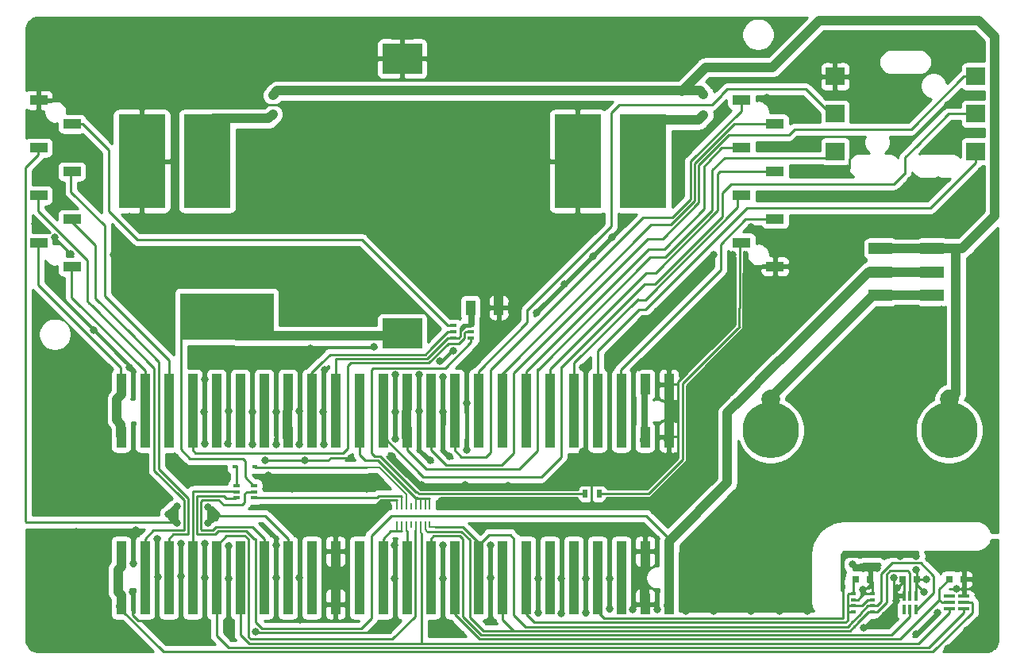
<source format=gbr>
G04 #@! TF.GenerationSoftware,KiCad,Pcbnew,(5.1.4)-1*
G04 #@! TF.CreationDate,2020-01-19T15:47:51-08:00*
G04 #@! TF.ProjectId,Light_intensity_data_logger,4c696768-745f-4696-9e74-656e73697479,rev?*
G04 #@! TF.SameCoordinates,Original*
G04 #@! TF.FileFunction,Copper,L1,Top*
G04 #@! TF.FilePolarity,Positive*
%FSLAX46Y46*%
G04 Gerber Fmt 4.6, Leading zero omitted, Abs format (unit mm)*
G04 Created by KiCad (PCBNEW (5.1.4)-1) date 2020-01-19 15:47:51*
%MOMM*%
%LPD*%
G04 APERTURE LIST*
%ADD10R,0.800000X0.750000*%
%ADD11R,1.905000X1.016000*%
%ADD12R,1.020000X2.220000*%
%ADD13R,4.200000X3.200000*%
%ADD14C,2.000000*%
%ADD15C,6.000000*%
%ADD16R,0.600000X0.450000*%
%ADD17R,0.400000X1.000000*%
%ADD18R,10.000000X5.000000*%
%ADD19R,0.450000X0.600000*%
%ADD20R,5.000000X10.000000*%
%ADD21R,1.000000X1.600000*%
%ADD22R,0.500000X0.350000*%
%ADD23R,1.200000X0.350000*%
%ADD24R,2.500000X1.200000*%
%ADD25R,2.000000X1.900000*%
%ADD26R,0.203200X0.685800*%
%ADD27R,0.500000X0.900000*%
%ADD28R,0.650000X0.400000*%
%ADD29C,0.800000*%
%ADD30C,1.000000*%
%ADD31C,0.250000*%
%ADD32C,0.200000*%
%ADD33C,0.254000*%
G04 APERTURE END LIST*
D10*
X173680000Y-92610000D03*
X172180000Y-92610000D03*
X168680000Y-92610000D03*
X167180000Y-92610000D03*
D11*
X153538540Y-54167460D03*
X153538540Y-49087460D03*
X149982540Y-51627460D03*
X149982540Y-46547460D03*
X149982540Y-56707460D03*
X153538540Y-44007460D03*
X153538540Y-59247460D03*
X149982540Y-41467460D03*
X75002540Y-41487460D03*
X78558540Y-44027460D03*
X75002540Y-46567460D03*
X78558540Y-49107460D03*
X75002540Y-51647460D03*
X78558540Y-54187460D03*
X75002540Y-56727460D03*
X78558540Y-59267460D03*
D12*
X83800000Y-89620000D03*
X83800000Y-95272000D03*
X86340000Y-89620000D03*
X86340000Y-95272000D03*
X88880000Y-89620000D03*
X91420000Y-95272000D03*
X88880000Y-95272000D03*
X91420000Y-89620000D03*
X101580000Y-89620000D03*
X96500000Y-95272000D03*
X101580000Y-95272000D03*
X99040000Y-89620000D03*
X99040000Y-95272000D03*
X93960000Y-89620000D03*
X93960000Y-95272000D03*
X96500000Y-89620000D03*
X109200000Y-95272000D03*
X111740000Y-89620000D03*
X104120000Y-89620000D03*
X106660000Y-89620000D03*
X106660000Y-95272000D03*
X111740000Y-95272000D03*
X109200000Y-89620000D03*
X104120000Y-95272000D03*
X116820000Y-95272000D03*
X121900000Y-89620000D03*
X119360000Y-95272000D03*
X121900000Y-95272000D03*
X119360000Y-89620000D03*
X114280000Y-95272000D03*
X114280000Y-89620000D03*
X116820000Y-89620000D03*
X126980000Y-95272000D03*
X129520000Y-89620000D03*
X129520000Y-95272000D03*
X132060000Y-95272000D03*
X124440000Y-89620000D03*
X132060000Y-89620000D03*
X124440000Y-95272000D03*
X126980000Y-89620000D03*
X134600000Y-95272000D03*
X137140000Y-89620000D03*
X139680000Y-89620000D03*
X139680000Y-95272000D03*
X134600000Y-89620000D03*
X137140000Y-95272000D03*
X142220000Y-89620000D03*
X142220000Y-95272000D03*
X142220000Y-77462000D03*
X142220000Y-71810000D03*
X139680000Y-77462000D03*
X139680000Y-71810000D03*
X137140000Y-77462000D03*
X137140000Y-71810000D03*
X134600000Y-77462000D03*
X134600000Y-71810000D03*
X132060000Y-77462000D03*
X132060000Y-71810000D03*
X129520000Y-77462000D03*
X129520000Y-71810000D03*
X126980000Y-77462000D03*
X126980000Y-71810000D03*
X124440000Y-77462000D03*
X124440000Y-71810000D03*
X121900000Y-77462000D03*
X121900000Y-71810000D03*
X119360000Y-77462000D03*
X119360000Y-71810000D03*
X116820000Y-77462000D03*
X116820000Y-71810000D03*
X114280000Y-77462000D03*
X114280000Y-71810000D03*
X111740000Y-77462000D03*
X111740000Y-71810000D03*
X109200000Y-77462000D03*
X109200000Y-71810000D03*
X106660000Y-77462000D03*
X106660000Y-71810000D03*
X104120000Y-77462000D03*
X104120000Y-71810000D03*
X101580000Y-77462000D03*
X101580000Y-71810000D03*
X99040000Y-77462000D03*
X99040000Y-71810000D03*
X96500000Y-77462000D03*
X96500000Y-71810000D03*
X93960000Y-77462000D03*
X93960000Y-71810000D03*
X91420000Y-77462000D03*
X91420000Y-71810000D03*
X88880000Y-77462000D03*
X88880000Y-71810000D03*
X86340000Y-77462000D03*
X86340000Y-71810000D03*
X83800000Y-77462000D03*
X83800000Y-71810000D03*
D13*
X113780000Y-66370000D03*
X113780000Y-37070000D03*
D14*
X172120000Y-73400000D03*
X153070000Y-73400000D03*
D15*
X153070000Y-76700000D03*
X172120000Y-76700000D03*
D16*
X98020000Y-80600000D03*
X95920000Y-80600000D03*
D17*
X167930000Y-95860000D03*
X167280000Y-95860000D03*
X168580000Y-95860000D03*
X167280000Y-94360000D03*
X167930000Y-94360000D03*
X168580000Y-94360000D03*
D18*
X95060000Y-64590000D03*
D19*
X146000000Y-40950000D03*
X146000000Y-43050000D03*
D20*
X132500000Y-48000000D03*
X139500000Y-48000000D03*
D21*
X121060000Y-63630000D03*
X124060000Y-63630000D03*
D22*
X161905001Y-94135000D03*
X161905001Y-94785000D03*
X161905001Y-95435000D03*
X161905001Y-96085000D03*
X163955000Y-96085000D03*
X163955000Y-95435000D03*
X163955000Y-94785000D03*
X163955000Y-94135000D03*
D23*
X173680000Y-95720000D03*
X172180000Y-95720000D03*
X173680000Y-95070000D03*
X173680000Y-94420000D03*
X172180000Y-95070000D03*
X172180000Y-94420000D03*
D24*
X170320000Y-62310000D03*
X170320000Y-59810000D03*
X170320000Y-57310000D03*
X164820000Y-57310000D03*
X164820000Y-59810000D03*
X164820000Y-62310000D03*
D25*
X174950000Y-46960000D03*
X174950000Y-42960000D03*
X174950000Y-38960000D03*
X159950000Y-46960000D03*
X159950000Y-42960000D03*
X159950000Y-38960000D03*
D26*
X113229998Y-86775200D03*
X113730000Y-86775200D03*
X114229999Y-86775200D03*
X114730000Y-86775200D03*
X115230000Y-86775200D03*
X115729998Y-86775200D03*
X116230000Y-86775200D03*
X116729999Y-86775200D03*
X116730002Y-84844800D03*
X116230000Y-84844800D03*
X115730001Y-84844800D03*
X115230000Y-84844800D03*
X114730000Y-84844800D03*
X114230002Y-84844800D03*
X113730000Y-84844800D03*
X113230001Y-84844800D03*
D27*
X133270000Y-83450000D03*
X134770000Y-83450000D03*
D28*
X96090000Y-82630000D03*
X96090000Y-83930000D03*
X97990000Y-83280000D03*
X96090000Y-83280000D03*
X97990000Y-83930000D03*
X97990000Y-82630000D03*
X119230000Y-65560000D03*
X119230000Y-66860000D03*
X121130000Y-66210000D03*
X119230000Y-66210000D03*
X121130000Y-66860000D03*
X121130000Y-65560000D03*
D19*
X100000000Y-40950000D03*
X100000000Y-43050000D03*
D10*
X162180000Y-92590000D03*
X163680000Y-92590000D03*
D20*
X86000000Y-48000000D03*
X93000000Y-48000000D03*
D29*
X166550000Y-93560000D03*
X166470000Y-94880000D03*
X166178703Y-92437044D03*
X163090000Y-91370000D03*
X164460000Y-91420000D03*
X172930000Y-93600000D03*
X174800000Y-93640000D03*
X163000000Y-97810000D03*
X165310000Y-96470000D03*
X139690000Y-91410000D03*
X139664999Y-93535001D03*
X142230000Y-73580000D03*
X142255001Y-75734999D03*
X106670000Y-91640000D03*
X106670000Y-93490000D03*
X87750000Y-55080000D03*
X93870000Y-55080000D03*
X99070000Y-55080000D03*
X103010000Y-55080000D03*
X107370000Y-55080000D03*
X116770000Y-48940000D03*
X118010000Y-55080000D03*
X129215000Y-54185000D03*
X124070000Y-60680000D03*
X88580000Y-41150000D03*
X92300000Y-41040000D03*
X104460000Y-38560000D03*
X108700000Y-38620000D03*
X110390000Y-37220000D03*
X158000000Y-39000000D03*
X155450000Y-38050000D03*
X160550000Y-36800000D03*
X164980000Y-40770000D03*
X157170000Y-36260000D03*
X159490000Y-34790000D03*
X162000000Y-35000000D03*
X162340000Y-38750000D03*
X161980000Y-40950000D03*
X162290000Y-43360000D03*
X166750000Y-46330000D03*
X169870000Y-46790000D03*
X175000000Y-45000000D03*
X175000000Y-41000000D03*
X172000000Y-42000000D03*
X172000000Y-38000000D03*
X174000000Y-36000000D03*
X168000000Y-35000000D03*
X165000000Y-35000000D03*
X144630000Y-46460000D03*
X143000000Y-49000000D03*
X143000000Y-52000000D03*
X138000000Y-54000000D03*
X128090000Y-64180000D03*
X131120000Y-61160000D03*
X134090000Y-58170000D03*
X136170000Y-56110000D03*
X134000000Y-55000000D03*
X130000000Y-58000000D03*
X127000000Y-61000000D03*
X124980000Y-57710000D03*
X122020000Y-47240000D03*
X121100000Y-59810000D03*
X119000000Y-63000000D03*
X112580000Y-57500000D03*
X116000000Y-60490000D03*
X117000000Y-66000000D03*
X114000000Y-63000000D03*
X110000000Y-65000000D03*
X109000000Y-58000000D03*
X105000000Y-61000000D03*
X102000000Y-65000000D03*
X100000000Y-58000000D03*
X90990000Y-57440000D03*
X86840000Y-57620000D03*
X84440000Y-63040000D03*
X95000000Y-60000000D03*
X83000000Y-58000000D03*
X84660000Y-69970000D03*
X80850000Y-66010000D03*
X77520000Y-61870000D03*
X91450000Y-68150000D03*
X88930000Y-67590000D03*
X97500000Y-68670000D03*
X104000000Y-68000000D03*
X74000000Y-40000000D03*
X74000000Y-35000000D03*
X76000000Y-33000000D03*
X80000000Y-33000000D03*
X85000000Y-33000000D03*
X90000000Y-33000000D03*
X95000000Y-33000000D03*
X100000000Y-33000000D03*
X105000000Y-33000000D03*
X110000000Y-33000000D03*
X115000000Y-33000000D03*
X120000000Y-33000000D03*
X124000000Y-33000000D03*
X129000000Y-33000000D03*
X134000000Y-33000000D03*
X139000000Y-33000000D03*
X144000000Y-33000000D03*
X150000000Y-33000000D03*
X155000000Y-33000000D03*
X119910000Y-38790000D03*
X124770000Y-38920000D03*
X130130000Y-38860000D03*
X135050000Y-38860000D03*
X139790000Y-38860000D03*
X148000000Y-36000000D03*
X77630000Y-40350000D03*
X75850000Y-39490000D03*
X80510000Y-41490000D03*
X96910000Y-51330000D03*
X101790000Y-44230000D03*
X110010000Y-42340000D03*
X115230000Y-42170000D03*
X120370000Y-42090000D03*
X126000000Y-46000000D03*
X110440000Y-48590000D03*
X96570000Y-46880000D03*
X102050000Y-49540000D03*
X105210000Y-42340000D03*
X125070000Y-42090000D03*
X124000000Y-51000000D03*
X168440000Y-42290000D03*
X171000000Y-50000000D03*
X168000000Y-50000000D03*
X169000000Y-52000000D03*
X162000000Y-52000000D03*
X157980000Y-51650000D03*
X153000000Y-52000000D03*
X151000000Y-55000000D03*
X147000000Y-58000000D03*
X144000000Y-62000000D03*
X141000000Y-64000000D03*
X139000000Y-67000000D03*
X136000000Y-69000000D03*
X133000000Y-70000000D03*
X133000000Y-79000000D03*
X130000000Y-82000000D03*
X134000000Y-82000000D03*
X138000000Y-82000000D03*
X141000000Y-81000000D03*
X136000000Y-80000000D03*
X139000000Y-70000000D03*
X143750000Y-70410000D03*
X142000000Y-69000000D03*
X143000000Y-66000000D03*
X146120000Y-67950000D03*
X146000000Y-63000000D03*
X148910000Y-65270000D03*
X149000000Y-58000000D03*
X118000000Y-84500000D03*
X121500000Y-84500000D03*
X126500000Y-84500000D03*
X131500000Y-84500000D03*
X136500000Y-84500000D03*
X140350000Y-84310000D03*
X142790000Y-81860000D03*
X144470000Y-79230000D03*
X144490000Y-75710000D03*
X144620000Y-72030000D03*
X147730000Y-68740000D03*
X150790000Y-65840000D03*
X175500000Y-49000000D03*
X175500000Y-53000000D03*
X172000000Y-54500000D03*
X166000000Y-55000000D03*
X161000000Y-55000000D03*
X156500000Y-56500000D03*
X152870000Y-63160000D03*
X99500000Y-81500000D03*
X102000000Y-83000000D03*
X106500000Y-82000000D03*
X110000000Y-83000000D03*
X108300000Y-79650000D03*
X118130000Y-92510000D03*
X120040000Y-98500000D03*
X117000000Y-98500000D03*
X113000000Y-89000000D03*
X113000000Y-92500000D03*
X113000000Y-97000000D03*
X111000000Y-98000000D03*
X74010000Y-93390000D03*
X74160000Y-87890000D03*
X75000000Y-85000000D03*
X75000000Y-81000000D03*
X75000000Y-75000000D03*
X75000000Y-71000000D03*
X75000000Y-63000000D03*
X79000000Y-67000000D03*
X82000000Y-70300000D03*
X77630000Y-78270000D03*
X81820000Y-82460000D03*
X81820000Y-74500000D03*
X82080000Y-78780000D03*
X80030000Y-85110000D03*
X84820000Y-79550000D03*
X85510000Y-85110000D03*
X90620000Y-81740000D03*
X79260000Y-100030000D03*
X74400000Y-99730000D03*
X85350000Y-87340000D03*
X82230000Y-90420000D03*
X84350000Y-99680000D03*
X90160000Y-92260000D03*
X87730000Y-92330000D03*
X87800000Y-97580000D03*
X90400000Y-99220000D03*
X93020000Y-97520000D03*
X177000000Y-56000000D03*
X177000000Y-61000000D03*
X177000000Y-66000000D03*
X177000000Y-71000000D03*
X177000000Y-75000000D03*
X177000000Y-80000000D03*
X177000000Y-86000000D03*
X171320000Y-85860000D03*
X166680000Y-85860000D03*
X163090000Y-86030000D03*
X159000000Y-86000000D03*
X157000000Y-89000000D03*
X157000000Y-93000000D03*
X157000000Y-96000000D03*
X154000000Y-96000000D03*
X151000000Y-96000000D03*
X147000000Y-96000000D03*
X144000000Y-96000000D03*
X144000000Y-93000000D03*
X144000000Y-89000000D03*
X147350000Y-85930000D03*
X149880000Y-83260000D03*
X151110000Y-80100000D03*
X151350000Y-87850000D03*
X161660000Y-78940000D03*
X165420000Y-70310000D03*
X155970000Y-79370000D03*
X168520000Y-78360000D03*
X172250000Y-80710000D03*
X170680000Y-71810000D03*
X155270000Y-73310000D03*
X159290000Y-69530000D03*
X162960000Y-65770000D03*
X166770000Y-63740000D03*
X171280000Y-63840000D03*
X171280000Y-68100000D03*
X172000000Y-100000000D03*
X176000000Y-100000000D03*
X176190000Y-96010000D03*
X177000000Y-93000000D03*
X177000000Y-89000000D03*
X170000000Y-90000000D03*
X171680000Y-91300000D03*
X174850000Y-91410000D03*
X174000000Y-98000000D03*
X98140000Y-98240000D03*
X162270000Y-46290000D03*
X157750000Y-46120000D03*
X152170000Y-46440000D03*
X155650000Y-48810000D03*
X160590000Y-49110000D03*
X100560000Y-85100000D03*
X103700000Y-85060000D03*
X106940000Y-84970000D03*
X111760000Y-85000000D03*
X108490000Y-87550000D03*
X105520000Y-87600000D03*
X103340000Y-87550000D03*
X80940000Y-51170000D03*
X79860000Y-46730000D03*
X75490000Y-49530000D03*
X74590000Y-44260000D03*
X122050000Y-86970000D03*
X126660000Y-87130000D03*
X130640000Y-87130000D03*
X133870000Y-87060000D03*
X138370000Y-87080000D03*
X89490000Y-42870000D03*
X89490000Y-45490000D03*
X89490000Y-47980000D03*
X89490000Y-50500000D03*
X89520000Y-53330000D03*
X84650000Y-53960000D03*
X86030000Y-41510000D03*
X83330000Y-41580000D03*
X82390000Y-45060000D03*
X134610000Y-41990000D03*
X132540000Y-41970000D03*
X129180000Y-42090000D03*
X128730000Y-44860000D03*
X128610000Y-48100000D03*
X128810000Y-51130000D03*
X132020000Y-54340000D03*
X117150000Y-37120000D03*
X114000000Y-34530000D03*
X110620000Y-34920000D03*
X117010000Y-34890000D03*
X125070000Y-82590000D03*
X120480000Y-82570000D03*
X115810000Y-82520000D03*
X112740000Y-79500000D03*
X120600000Y-69670000D03*
X122730000Y-67250000D03*
X125990000Y-63450000D03*
X124900000Y-65620000D03*
X122560000Y-62110000D03*
X120660000Y-73810000D03*
X120646678Y-78825000D03*
X113020000Y-74720000D03*
X113010000Y-70815000D03*
X113012653Y-77627347D03*
X92680000Y-74780000D03*
X92710000Y-71320000D03*
X95290000Y-74630000D03*
X100340000Y-74720000D03*
X102840000Y-78190000D03*
X102840000Y-74670000D03*
X105360000Y-74740000D03*
X115570000Y-74650000D03*
X118120000Y-74740000D03*
X115550000Y-70815000D03*
X116780000Y-79950000D03*
X105400000Y-78220000D03*
X105530000Y-70300000D03*
X118800000Y-79490000D03*
X118100000Y-70990000D03*
X92710000Y-92480000D03*
X92710000Y-88840000D03*
X95260000Y-92520000D03*
X95260000Y-89070000D03*
X95500000Y-98580000D03*
X100320000Y-88940000D03*
X100310000Y-92480000D03*
X100310000Y-96830000D03*
X102870000Y-96930000D03*
X102830000Y-92490000D03*
X118090000Y-88990000D03*
X123190000Y-92490000D03*
X123180000Y-89010000D03*
X123170000Y-97100000D03*
X128300000Y-96210000D03*
X128280000Y-92500000D03*
X130760000Y-92500000D03*
X130760000Y-96230000D03*
X133340000Y-96160000D03*
X133340000Y-92520000D03*
X135910000Y-92500000D03*
X135870000Y-95730000D03*
X138400000Y-95830000D03*
X140970000Y-95830000D03*
X168630000Y-98450000D03*
X170850000Y-96190000D03*
X153520000Y-57410000D03*
X156120000Y-59170000D03*
X153540000Y-61360000D03*
X151160000Y-60090000D03*
X155640000Y-61060000D03*
X154790000Y-56260000D03*
X152330000Y-55990000D03*
X152210000Y-61330000D03*
X155330000Y-57740000D03*
X122610000Y-65010000D03*
X125590000Y-61870000D03*
X117820000Y-69365000D03*
X119222347Y-68192347D03*
X144090000Y-37930000D03*
X171570000Y-34900000D03*
X165310000Y-43360000D03*
X79010000Y-87550000D03*
X82330000Y-95470000D03*
X78420000Y-93590000D03*
X162930000Y-93710000D03*
X161800000Y-91020000D03*
X74630000Y-54650000D03*
X76730000Y-56140000D03*
X78440000Y-57880000D03*
X110790000Y-67830000D03*
X92710000Y-78140000D03*
X95220000Y-78140000D03*
X97790000Y-78230000D03*
X100310000Y-78230000D03*
X97820000Y-74730000D03*
X95250000Y-69640000D03*
X100310000Y-69640000D03*
X103410000Y-79935000D03*
X99170000Y-79890000D03*
X89000000Y-79550000D03*
X94990000Y-81690000D03*
X85060000Y-93940000D03*
X90180000Y-88820000D03*
X87670000Y-88260000D03*
X85100000Y-90960000D03*
X152670000Y-41200000D03*
X156360000Y-41370000D03*
X157010000Y-43610000D03*
X148190000Y-42550000D03*
X169730000Y-92620000D03*
X168630000Y-91600000D03*
X168628807Y-90149999D03*
X166900000Y-90149999D03*
X169470000Y-93960000D03*
X165240000Y-90150000D03*
X93045020Y-86644990D03*
X93045020Y-84875020D03*
X94010000Y-85800000D03*
X89794980Y-86614980D03*
X88830000Y-85690000D03*
X89794980Y-84845010D03*
D30*
X114000000Y-66650000D02*
X96110000Y-66650000D01*
X96110000Y-66650000D02*
X95420000Y-65960000D01*
D31*
X95100000Y-65580000D02*
X96400000Y-65580000D01*
X96400000Y-65580000D02*
X97730000Y-66910000D01*
X95060000Y-64590000D02*
X92500000Y-64590000D01*
X92500000Y-64590000D02*
X90160000Y-66930000D01*
X90160000Y-66930000D02*
X90160000Y-78407002D01*
X90160000Y-78407002D02*
X90160000Y-78770000D01*
X97020000Y-80080000D02*
X97020000Y-81710000D01*
X97020000Y-81710000D02*
X97910000Y-82600000D01*
X90160000Y-78770000D02*
X91110000Y-79720000D01*
X91110000Y-79720000D02*
X96760000Y-79720000D01*
X96760000Y-79720000D02*
X97010000Y-79970000D01*
X97010000Y-79970000D02*
X97010000Y-80200000D01*
X163955000Y-93710000D02*
X163960000Y-93705000D01*
X163955000Y-94135000D02*
X163955000Y-93710000D01*
X163960000Y-92830000D02*
X163720000Y-92590000D01*
X163410000Y-92850000D02*
X163660000Y-92600000D01*
X167280000Y-94360000D02*
X167280000Y-93610000D01*
X173680000Y-92610000D02*
X173680000Y-94430000D01*
X163960000Y-93480000D02*
X163960000Y-92830000D01*
X163960000Y-93705000D02*
X163960000Y-93480000D01*
X167280000Y-93380000D02*
X167280000Y-92650000D01*
X167280000Y-93610000D02*
X167280000Y-93380000D01*
D30*
X86000000Y-48000000D02*
X86000000Y-50500000D01*
X132500000Y-50500000D02*
X132500000Y-48000000D01*
X139690000Y-89594000D02*
X139690000Y-91410000D01*
X139664999Y-95204999D02*
X139670000Y-95210000D01*
X142255001Y-73919001D02*
X142255001Y-75734999D01*
X142230000Y-71784000D02*
X142230000Y-73580000D01*
X142230000Y-73894000D02*
X142255001Y-73919001D01*
X142255001Y-77654999D02*
X142210000Y-77700000D01*
X106670000Y-89594000D02*
X106670000Y-91640000D01*
X106670000Y-95860000D02*
X106670000Y-95246000D01*
D31*
X161905001Y-94785000D02*
X162405001Y-94785000D01*
X163050001Y-94140000D02*
X163970000Y-94140000D01*
X167180000Y-92610000D02*
X167180000Y-92930000D01*
X167180000Y-92930000D02*
X166550000Y-93560000D01*
X166470000Y-94880000D02*
X166470000Y-93620000D01*
X166470000Y-93620000D02*
X166178703Y-93328703D01*
X166178703Y-93328703D02*
X166178703Y-92437044D01*
X162675000Y-93625000D02*
X162730000Y-93570000D01*
X162675000Y-94515000D02*
X163050001Y-94140000D01*
X162405001Y-94785000D02*
X162675000Y-94515000D01*
X163090000Y-91370000D02*
X164410000Y-91370000D01*
X164410000Y-91370000D02*
X164460000Y-91420000D01*
X163680000Y-91965000D02*
X163690000Y-91955000D01*
X163680000Y-92590000D02*
X163680000Y-91965000D01*
X163690000Y-91955000D02*
X163690000Y-91380000D01*
X163680000Y-93215000D02*
X163315000Y-93580000D01*
X163680000Y-92590000D02*
X163680000Y-93215000D01*
X162730000Y-94135685D02*
X162720000Y-94145685D01*
X162730000Y-93570000D02*
X162730000Y-94135685D01*
X162720000Y-94145685D02*
X162720000Y-94450000D01*
X172670000Y-93620000D02*
X172170000Y-93620000D01*
X173570000Y-93620000D02*
X174780000Y-93620000D01*
X174780000Y-93620000D02*
X174800000Y-93640000D01*
X172170000Y-93620000D02*
X174830000Y-93620000D01*
X174830000Y-93620000D02*
X174840000Y-93630000D01*
X166470000Y-94880000D02*
X163540000Y-97810000D01*
X163540000Y-97810000D02*
X163000000Y-97810000D01*
D30*
X139664999Y-93535001D02*
X139664999Y-95204999D01*
X142230000Y-73580000D02*
X142230000Y-73894000D01*
X142255001Y-75734999D02*
X142255001Y-77654999D01*
X106670000Y-91640000D02*
X106670000Y-93490000D01*
X106670000Y-93490000D02*
X106670000Y-95860000D01*
D32*
X113230001Y-84844800D02*
X113230000Y-84301899D01*
X113230000Y-84301899D02*
X113230000Y-84160000D01*
D31*
X106710000Y-88940000D02*
X106670000Y-88940000D01*
X111490000Y-84160000D02*
X113230000Y-84160000D01*
X113230000Y-84160000D02*
X113240000Y-84160000D01*
X86000000Y-48000000D02*
X86000000Y-42750000D01*
D30*
X128320000Y-55080000D02*
X129215000Y-54185000D01*
X132560000Y-50840000D02*
X132560000Y-49380000D01*
X90670000Y-37330000D02*
X94210000Y-37330000D01*
X124060000Y-61830000D02*
X124070000Y-61820000D01*
X124060000Y-63630000D02*
X124060000Y-61830000D01*
X124070000Y-61820000D02*
X124070000Y-60680000D01*
D31*
X142220000Y-71810000D02*
X142980000Y-71810000D01*
X153120000Y-59540000D02*
X153120000Y-59250000D01*
D30*
X93870000Y-55080000D02*
X99070000Y-55080000D01*
X99070000Y-55080000D02*
X103010000Y-55080000D01*
X103010000Y-55080000D02*
X107370000Y-55080000D01*
X107370000Y-55080000D02*
X112530000Y-55080000D01*
X112530000Y-55080000D02*
X118010000Y-55080000D01*
X118010000Y-55080000D02*
X122260000Y-55080000D01*
X122260000Y-55080000D02*
X126690000Y-55080000D01*
X126690000Y-55080000D02*
X128320000Y-55080000D01*
X124070000Y-57240000D02*
X124070000Y-55140000D01*
X124070000Y-60680000D02*
X124070000Y-57240000D01*
X90205000Y-37795000D02*
X90670000Y-37330000D01*
X94210000Y-37330000D02*
X98480000Y-37330000D01*
X98480000Y-37330000D02*
X102930000Y-37330000D01*
X102930000Y-37330000D02*
X107060000Y-37330000D01*
X107060000Y-37330000D02*
X110560000Y-37330000D01*
D31*
X80510000Y-41490000D02*
X74680000Y-41490000D01*
X110144305Y-98290010D02*
X98190010Y-98290010D01*
X111000000Y-98000000D02*
X110434315Y-98000000D01*
X110434315Y-98000000D02*
X110144305Y-98290010D01*
D32*
X98190010Y-98290010D02*
X98140000Y-98240000D01*
X110579999Y-85820001D02*
X110579999Y-85300001D01*
X110180000Y-86220000D02*
X110579999Y-85820001D01*
X110579999Y-85300001D02*
X111550000Y-84330000D01*
X111550000Y-84330000D02*
X112470000Y-84330000D01*
X112470000Y-84330000D02*
X112480000Y-84330000D01*
D31*
X130000000Y-82000000D02*
X129410000Y-82590000D01*
X129410000Y-82590000D02*
X125070000Y-82590000D01*
X125070000Y-82590000D02*
X120500000Y-82590000D01*
X120500000Y-82590000D02*
X120480000Y-82570000D01*
X120480000Y-82570000D02*
X115860000Y-82570000D01*
X115860000Y-82570000D02*
X115810000Y-82520000D01*
X115810000Y-82520000D02*
X112790000Y-79500000D01*
X112790000Y-79500000D02*
X112740000Y-79500000D01*
X120600000Y-69670000D02*
X120600000Y-73750000D01*
X120600000Y-73750000D02*
X120660000Y-73810000D01*
X120660000Y-73810000D02*
X120660000Y-78811678D01*
X120660000Y-78811678D02*
X120646678Y-78825000D01*
X113020000Y-74720000D02*
X113020000Y-70825000D01*
X113020000Y-70825000D02*
X113010000Y-70815000D01*
X113020000Y-74720000D02*
X113020000Y-77620000D01*
X113020000Y-77620000D02*
X113012653Y-77627347D01*
X115570000Y-74650000D02*
X115570000Y-70835000D01*
X115570000Y-70835000D02*
X115550000Y-70815000D01*
X115570000Y-74650000D02*
X115570000Y-78740000D01*
X115570000Y-78740000D02*
X116780000Y-79950000D01*
D30*
X153093150Y-63500000D02*
X152175009Y-64418141D01*
X155500000Y-63500000D02*
X153093150Y-63500000D01*
X152175009Y-64418141D02*
X148296575Y-68296575D01*
X148296575Y-68296575D02*
X144505010Y-72088140D01*
X144505009Y-80191731D02*
X140411730Y-84285010D01*
X144505010Y-72088140D02*
X144505009Y-80191731D01*
X130760000Y-84285010D02*
X118020000Y-84285010D01*
D31*
X142220000Y-77462000D02*
X142220000Y-80673590D01*
X127880000Y-83009990D02*
X126709990Y-83009990D01*
X114356410Y-81630000D02*
X114266410Y-81630000D01*
X126709990Y-83009990D02*
X115736400Y-83009990D01*
X115736400Y-83009990D02*
X114356410Y-81630000D01*
X114266410Y-81630000D02*
X112148205Y-79511795D01*
X112148205Y-79511795D02*
X112180000Y-79480000D01*
X112180000Y-79480000D02*
X112310000Y-79480000D01*
X114870000Y-82040000D02*
X114890000Y-82040000D01*
X112310000Y-79480000D02*
X114870000Y-82040000D01*
X114890000Y-82040000D02*
X115700000Y-82850000D01*
X115700000Y-82850000D02*
X123090000Y-82850000D01*
X123090000Y-82850000D02*
X123120000Y-82820000D01*
X143000000Y-79830000D02*
X142970000Y-79800000D01*
X142970000Y-79800000D02*
X142850000Y-79800000D01*
X142850000Y-79800000D02*
X139820000Y-82830000D01*
X142960000Y-79930000D02*
X143229990Y-79660010D01*
X142900000Y-79930000D02*
X142960000Y-79930000D01*
X142900000Y-79930000D02*
X143000000Y-79830000D01*
X140010000Y-82820000D02*
X142900000Y-79930000D01*
X143229990Y-79660010D02*
X143229991Y-71560009D01*
X143229991Y-71560009D02*
X144235000Y-70555000D01*
X143229990Y-79660010D02*
X143229990Y-77410000D01*
X143229990Y-77410000D02*
X142320000Y-77410000D01*
X142320000Y-77410000D02*
X142310000Y-77400000D01*
X142795685Y-73580000D02*
X142835685Y-73540000D01*
X142230000Y-73580000D02*
X142795685Y-73580000D01*
X142835685Y-73540000D02*
X143010000Y-73540000D01*
X143010000Y-73540000D02*
X143020000Y-73550000D01*
X143020000Y-73550000D02*
X143020000Y-75780000D01*
X118540000Y-68740000D02*
X118510000Y-68740000D01*
X118510000Y-68740000D02*
X117760000Y-69490000D01*
X117820000Y-69365000D02*
X118049694Y-69365000D01*
X118049694Y-69365000D02*
X119222347Y-68192347D01*
X103000000Y-45000000D02*
X102230000Y-44230000D01*
X102230000Y-44230000D02*
X102230000Y-44210000D01*
X102230000Y-44210000D02*
X101970000Y-43950000D01*
X161460000Y-48165062D02*
X161460000Y-48750000D01*
X161460000Y-48750000D02*
X161100000Y-49110000D01*
X161100000Y-49110000D02*
X160730000Y-49110000D01*
X161460000Y-48165062D02*
X161460000Y-47780000D01*
X161460000Y-47780000D02*
X162050000Y-47190000D01*
X162050000Y-47190000D02*
X162050000Y-46530000D01*
X162050000Y-46530000D02*
X162300000Y-46280000D01*
X163960000Y-93480000D02*
X163710000Y-93480000D01*
X163710000Y-93480000D02*
X163800000Y-93390000D01*
X163800000Y-93390000D02*
X163800000Y-92980000D01*
X163710000Y-93480000D02*
X163590000Y-93480000D01*
X163590000Y-93480000D02*
X163530000Y-93540000D01*
X162800000Y-93580000D02*
X162930000Y-93710000D01*
X162770000Y-93580000D02*
X162800000Y-93580000D01*
X162770000Y-93580000D02*
X162700000Y-93580000D01*
X163315000Y-93580000D02*
X162770000Y-93580000D01*
X163090000Y-91370000D02*
X162150000Y-91370000D01*
X162150000Y-91370000D02*
X161800000Y-91020000D01*
X117000000Y-65434315D02*
X116970000Y-65404315D01*
X117000000Y-66000000D02*
X117000000Y-65434315D01*
X116970000Y-65404315D02*
X116970000Y-64990000D01*
X116970000Y-64990000D02*
X114970000Y-62990000D01*
X114970000Y-62990000D02*
X113960000Y-62990000D01*
X153160000Y-59160000D02*
X153410000Y-59160000D01*
X144850000Y-69750000D02*
X144810000Y-69750000D01*
X144810000Y-69750000D02*
X143410000Y-71150000D01*
X111490000Y-84160000D02*
X111269990Y-84380010D01*
X111269990Y-84380010D02*
X110640000Y-85010000D01*
D32*
X79000000Y-67000000D02*
X79000000Y-66520000D01*
X79000000Y-66520000D02*
X78970000Y-66490000D01*
X78970000Y-66490000D02*
X78970000Y-66300000D01*
X78970000Y-66300000D02*
X76950000Y-64280000D01*
D31*
X149070000Y-58000000D02*
X149309990Y-58239990D01*
X149000000Y-58000000D02*
X149070000Y-58000000D01*
X149309990Y-58239990D02*
X149309990Y-62670010D01*
X149309990Y-62670010D02*
X149110000Y-62470020D01*
X149110000Y-62470020D02*
X149110000Y-58270000D01*
X148000000Y-65000000D02*
X148000000Y-63900000D01*
X148000000Y-63900000D02*
X149280000Y-62620000D01*
X151160000Y-60090000D02*
X150490000Y-59420000D01*
X150335001Y-57684991D02*
X150335001Y-62754999D01*
X150335001Y-62754999D02*
X150580000Y-62510000D01*
X150580000Y-62510000D02*
X150580000Y-62260000D01*
X150490000Y-59420000D02*
X150490000Y-57640000D01*
X76730000Y-56140000D02*
X76730000Y-56170000D01*
X76730000Y-56170000D02*
X78440000Y-57880000D01*
X120480000Y-82570000D02*
X120919990Y-83009990D01*
X120919990Y-83009990D02*
X132500000Y-83009990D01*
X132500000Y-83009990D02*
X132500000Y-82820000D01*
X132500000Y-82820000D02*
X132740000Y-82580000D01*
X135290000Y-82580000D02*
X135699990Y-82989990D01*
X132740000Y-82580000D02*
X135290000Y-82580000D01*
X135699990Y-82989990D02*
X138340010Y-82989990D01*
X138340010Y-82989990D02*
X139903600Y-82989990D01*
X139903600Y-82989990D02*
X143229990Y-79663600D01*
X143229990Y-79663600D02*
X143133590Y-79760000D01*
X143133590Y-79760000D02*
X143133590Y-79223590D01*
X143133590Y-79223590D02*
X143070000Y-79160000D01*
X143070000Y-79160000D02*
X142970000Y-79260000D01*
X142970000Y-79260000D02*
X142970000Y-79710000D01*
X140600001Y-81399999D02*
X140600001Y-81909999D01*
X141000000Y-81000000D02*
X140600001Y-81399999D01*
X140600001Y-81909999D02*
X139680000Y-82830000D01*
X139680000Y-82830000D02*
X135690000Y-82830000D01*
X121045685Y-82570000D02*
X121315685Y-82840000D01*
X120480000Y-82570000D02*
X121045685Y-82570000D01*
X121315685Y-82840000D02*
X132420000Y-82840000D01*
X140276400Y-83890010D02*
X139376382Y-83890010D01*
X144470000Y-79230000D02*
X144470000Y-79696410D01*
X144470000Y-79696410D02*
X140276400Y-83890010D01*
X139376382Y-83890010D02*
X135530000Y-83890010D01*
X135530000Y-83890010D02*
X135530000Y-84040000D01*
X135530000Y-84040000D02*
X135080000Y-84490000D01*
X135080000Y-84490000D02*
X132820000Y-84490000D01*
X132820000Y-84490000D02*
X132420000Y-84090000D01*
X132420000Y-83920000D02*
X132410010Y-83910010D01*
X132420000Y-84090000D02*
X132420000Y-83920000D01*
X132410010Y-83910010D02*
X130670000Y-83910010D01*
X130670000Y-83910010D02*
X131120010Y-83910010D01*
X131120010Y-83910010D02*
X131310000Y-84100000D01*
X131310000Y-84100000D02*
X132280000Y-84100000D01*
X132790000Y-84610000D02*
X135630000Y-84610000D01*
X132280000Y-84100000D02*
X132790000Y-84610000D01*
X135630000Y-84610000D02*
X135640000Y-84600000D01*
X135640000Y-84600000D02*
X135640000Y-84160000D01*
X135640000Y-84160000D02*
X135710000Y-84090000D01*
X135710000Y-84090000D02*
X140300000Y-84090000D01*
D30*
X150594315Y-60090000D02*
X150585010Y-60099305D01*
X151160000Y-60090000D02*
X150594315Y-60090000D01*
X150585010Y-66008140D02*
X144505010Y-72088140D01*
X150585010Y-60099305D02*
X150585010Y-66008140D01*
X144505009Y-80191731D02*
X140915010Y-83781730D01*
X146690000Y-63934315D02*
X148934990Y-61689325D01*
X146690000Y-64500000D02*
X146690000Y-63934315D01*
X148934990Y-63288270D02*
X148924990Y-63298270D01*
X148934990Y-61689325D02*
X148934990Y-63288270D01*
X148924990Y-63298270D02*
X148924990Y-65334680D01*
X148924990Y-65334680D02*
X143819835Y-70439835D01*
D31*
X142220000Y-71810000D02*
X143229990Y-71810000D01*
X134000000Y-82565685D02*
X133990000Y-82575685D01*
X134000000Y-82000000D02*
X134000000Y-82565685D01*
X133990000Y-82575685D02*
X133990000Y-84015002D01*
X133990000Y-84015002D02*
X133990000Y-84440000D01*
X133990000Y-84440000D02*
X133770000Y-84660000D01*
X133770000Y-84660000D02*
X131590000Y-84660000D01*
X131590000Y-84660000D02*
X131450000Y-84520000D01*
X150594315Y-60090000D02*
X150544315Y-60140000D01*
X150250000Y-60140000D02*
X150210010Y-60100010D01*
X150544315Y-60140000D02*
X150250000Y-60140000D01*
X150210010Y-60100010D02*
X150210010Y-57690000D01*
X108300000Y-79650000D02*
X106165000Y-79650000D01*
X106165000Y-79650000D02*
X105880000Y-79935000D01*
X105880000Y-79935000D02*
X99215000Y-79935000D01*
X99215000Y-79935000D02*
X99170000Y-79890000D01*
X85040000Y-96463590D02*
X85040000Y-94140000D01*
X87800000Y-97580000D02*
X87800000Y-97150000D01*
X87800000Y-97150000D02*
X87670000Y-97020000D01*
X87670000Y-97020000D02*
X85640000Y-97020000D01*
X85640000Y-97020000D02*
X85060000Y-96440000D01*
X101790000Y-43664315D02*
X101750000Y-43624315D01*
X101790000Y-44230000D02*
X101790000Y-43664315D01*
X101750000Y-43624315D02*
X101750000Y-42220000D01*
X101750000Y-42220000D02*
X101510000Y-41980000D01*
X101510000Y-41980000D02*
X96870000Y-41980000D01*
X96870000Y-41980000D02*
X95510000Y-40620000D01*
X75889999Y-49929999D02*
X75889999Y-49939999D01*
X75490000Y-49530000D02*
X75889999Y-49929999D01*
X75889999Y-49939999D02*
X76740000Y-50790000D01*
D30*
X93230000Y-45050000D02*
X93310000Y-45130000D01*
X93310000Y-45130000D02*
X93310000Y-45680000D01*
X93000000Y-48000000D02*
X93000000Y-44090000D01*
X93000000Y-44090000D02*
X93630000Y-43460000D01*
X93630000Y-43460000D02*
X99510000Y-43460000D01*
X99510000Y-43460000D02*
X99980000Y-42990000D01*
X171940000Y-72870000D02*
X171940000Y-76090000D01*
X173850000Y-57000000D02*
X173850000Y-56970000D01*
X173850000Y-56970000D02*
X176990000Y-53830000D01*
X176990000Y-53830000D02*
X176990000Y-34720000D01*
X176990000Y-34720000D02*
X175280000Y-33010000D01*
X151780000Y-37990000D02*
X146130000Y-37990000D01*
X146130000Y-37990000D02*
X143610000Y-40510000D01*
X164820000Y-57310000D02*
X170330000Y-57310000D01*
X170330000Y-57310000D02*
X170360000Y-57280000D01*
X173510000Y-57280000D02*
X173970000Y-56820000D01*
X172130000Y-73370000D02*
X172130000Y-76980000D01*
X172130000Y-76980000D02*
X172010000Y-77100000D01*
X172850000Y-57280000D02*
X172850000Y-72790000D01*
X172850000Y-57280000D02*
X173510000Y-57280000D01*
X170360000Y-57280000D02*
X172850000Y-57280000D01*
X172850000Y-72790000D02*
X172280000Y-73360000D01*
X172280000Y-73360000D02*
X172280000Y-77120000D01*
X151780000Y-37990000D02*
X153290000Y-37990000D01*
X153290000Y-37990000D02*
X158260000Y-33020000D01*
X158260000Y-33020000D02*
X158270000Y-33010000D01*
X158270000Y-33010000D02*
X175270000Y-33010000D01*
X175270000Y-33010000D02*
X176150000Y-33890000D01*
X102675000Y-40500000D02*
X100450000Y-40500000D01*
X100450000Y-40500000D02*
X99980000Y-40970000D01*
X142830000Y-40500000D02*
X145580000Y-40500000D01*
X142830000Y-40500000D02*
X143720000Y-40500000D01*
X102675000Y-40500000D02*
X142830000Y-40500000D01*
X145580000Y-40500000D02*
X145940000Y-40860000D01*
X170320000Y-59810000D02*
X168070000Y-59810000D01*
X168070000Y-59810000D02*
X163550000Y-59810000D01*
X163550000Y-59810000D02*
X154070000Y-69290000D01*
X142255001Y-91729001D02*
X142255001Y-95344999D01*
X142230000Y-89594000D02*
X142230000Y-91704000D01*
X142230000Y-91704000D02*
X142255001Y-91729001D01*
X142255001Y-95344999D02*
X142210000Y-95390000D01*
X154070000Y-69290000D02*
X154050000Y-69290000D01*
X154050000Y-69290000D02*
X149390000Y-73950000D01*
X142270000Y-88526758D02*
X142270000Y-89560000D01*
D31*
X98120000Y-88320000D02*
X98120000Y-88310000D01*
X109440000Y-97840000D02*
X98810000Y-97840000D01*
X98120000Y-97150000D02*
X98120000Y-88320000D01*
X98810000Y-97840000D02*
X98120000Y-97150000D01*
X110480000Y-87950000D02*
X110480000Y-96800000D01*
X110480000Y-96800000D02*
X109440000Y-97840000D01*
X112620000Y-85810000D02*
X110480000Y-87950000D01*
X139770000Y-85810000D02*
X113980000Y-85810000D01*
X142220000Y-88260000D02*
X139770000Y-85810000D01*
X142220000Y-89620000D02*
X142220000Y-88260000D01*
X113980000Y-85810000D02*
X112620000Y-85810000D01*
X96170000Y-83900000D02*
X96190000Y-83900000D01*
D30*
X149390000Y-73950000D02*
X149380000Y-73950000D01*
X148450001Y-76220001D02*
X148450001Y-82329999D01*
X148450001Y-82329999D02*
X142260000Y-88520000D01*
X148450001Y-76220001D02*
X148450001Y-74879999D01*
X148450001Y-74879999D02*
X149570000Y-73760000D01*
D31*
X97166400Y-87479990D02*
X94180010Y-87479990D01*
X98120000Y-88320000D02*
X98006410Y-88320000D01*
X98006410Y-88320000D02*
X97166400Y-87479990D01*
X94180010Y-87479990D02*
X93840000Y-87820000D01*
X91890000Y-87820000D02*
X91870010Y-87800010D01*
X93840000Y-87820000D02*
X91890000Y-87820000D01*
X91870010Y-87800010D02*
X91870010Y-86229990D01*
X91870010Y-83709990D02*
X91879990Y-83700010D01*
X91870010Y-86229990D02*
X91870010Y-83709990D01*
X91879990Y-83700010D02*
X94750010Y-83700010D01*
X94750010Y-83700010D02*
X95030000Y-83980000D01*
X95030000Y-83980000D02*
X96060000Y-83980000D01*
D30*
X153010000Y-72930000D02*
X153010000Y-75460000D01*
X170320000Y-62310000D02*
X164010000Y-62310000D01*
X164010000Y-62310000D02*
X152920000Y-73400000D01*
X153080000Y-74784213D02*
X153090000Y-74794213D01*
X153080000Y-73370000D02*
X153080000Y-74784213D01*
X153090000Y-74794213D02*
X153090000Y-77430000D01*
X137150000Y-71784000D02*
X137150000Y-77570000D01*
X137150000Y-77570000D02*
X137150000Y-77436000D01*
D31*
X150427038Y-54187460D02*
X147740000Y-56874498D01*
X153488540Y-54187460D02*
X150427038Y-54187460D01*
X147740000Y-56874498D02*
X147740000Y-59600000D01*
X147740000Y-59600000D02*
X137110000Y-70230000D01*
X137110000Y-70230000D02*
X137110000Y-71610000D01*
X137110000Y-71610000D02*
X137150000Y-71650000D01*
D30*
X129530000Y-71784000D02*
X129530000Y-77550000D01*
X129530000Y-77550000D02*
X129530000Y-77436000D01*
D31*
X153488540Y-49107460D02*
X153044040Y-49107460D01*
X147440000Y-53276410D02*
X140806410Y-59910000D01*
X147440000Y-51570000D02*
X147440000Y-53276410D01*
X140806410Y-59910000D02*
X139840000Y-59910000D01*
X139840000Y-59910000D02*
X129530000Y-70220000D01*
X129530000Y-70220000D02*
X129530000Y-72030000D01*
X129530000Y-72030000D02*
X129490000Y-72070000D01*
X129490000Y-72070000D02*
X129580000Y-72070000D01*
X129580000Y-72070000D02*
X129580000Y-72120000D01*
X129580000Y-72120000D02*
X129580000Y-71890000D01*
X152286040Y-49107460D02*
X152278580Y-49100000D01*
X153488540Y-49107460D02*
X152286040Y-49107460D01*
X147640000Y-49100000D02*
X147420000Y-49320000D01*
X152278580Y-49100000D02*
X147640000Y-49100000D01*
X147420000Y-49320000D02*
X147420000Y-51660000D01*
D30*
X132070000Y-71784000D02*
X132070000Y-77530000D01*
X132070000Y-77530000D02*
X132070000Y-77436000D01*
D31*
X138940000Y-62720000D02*
X132140000Y-69520000D01*
X132140000Y-69520000D02*
X132140000Y-72530000D01*
X132140000Y-72530000D02*
X132110000Y-72560000D01*
X149568950Y-52917460D02*
X139676410Y-62810000D01*
X139676410Y-62810000D02*
X138850000Y-62810000D01*
X149568950Y-52917460D02*
X149568950Y-51801050D01*
X149568950Y-51801050D02*
X149810000Y-51560000D01*
X149810000Y-51560000D02*
X149970000Y-51560000D01*
D30*
X126990000Y-71784000D02*
X126990000Y-77390000D01*
X126990000Y-77390000D02*
X126990000Y-77436000D01*
D31*
X126980000Y-70450000D02*
X131140000Y-66290000D01*
X126980000Y-71810000D02*
X126980000Y-70450000D01*
X131140000Y-66290000D02*
X131160000Y-66290000D01*
X146500000Y-47969230D02*
X147869230Y-46600000D01*
X147869230Y-46600000D02*
X150020000Y-46600000D01*
X137660000Y-59790000D02*
X139550000Y-57900000D01*
X137660000Y-59790000D02*
X137760000Y-59690000D01*
X131160000Y-66290000D02*
X137660000Y-59790000D01*
X139550000Y-57900000D02*
X140050000Y-57400000D01*
X140050000Y-57400000D02*
X141710000Y-57400000D01*
X141710000Y-57400000D02*
X146020000Y-53090000D01*
X146020000Y-53090000D02*
X146020000Y-48500000D01*
X146020000Y-48500000D02*
X146560000Y-47960000D01*
X149760000Y-62920000D02*
X149760000Y-56780000D01*
X149760000Y-56780000D02*
X149810000Y-56730000D01*
X149760000Y-62920000D02*
X149760000Y-63700000D01*
X135270000Y-83450000D02*
X135280000Y-83440000D01*
X134770000Y-83450000D02*
X135270000Y-83450000D01*
X143680000Y-79850000D02*
X143680000Y-71746410D01*
X135280000Y-83440000D02*
X139189982Y-83440000D01*
X143680000Y-71746410D02*
X149523205Y-65903205D01*
X149523205Y-65903205D02*
X149753205Y-65673205D01*
X149753205Y-65673205D02*
X149750000Y-65670000D01*
X149750000Y-65670000D02*
X149750000Y-63640000D01*
X143680000Y-79850000D02*
X143680000Y-79846410D01*
X139189982Y-83440000D02*
X140090000Y-83440000D01*
X140090000Y-83440000D02*
X143680000Y-79850000D01*
X143680000Y-79846410D02*
X143680000Y-79540000D01*
D30*
X124450000Y-71784000D02*
X124510000Y-77550000D01*
X124510000Y-77550000D02*
X124450000Y-77436000D01*
D31*
X153488540Y-44027460D02*
X149168950Y-44027460D01*
X149168950Y-44027460D02*
X144980010Y-48216400D01*
X144980010Y-48216400D02*
X144980010Y-49480000D01*
X144980009Y-52256401D02*
X142446410Y-54790000D01*
X144980010Y-49480000D02*
X144980009Y-52256401D01*
X142446410Y-54790000D02*
X140340000Y-54790000D01*
X140340000Y-54790000D02*
X124380000Y-70750000D01*
X124380000Y-70750000D02*
X124380000Y-71980000D01*
D30*
X119370000Y-71784000D02*
X119410000Y-77540000D01*
X119410000Y-77540000D02*
X119370000Y-77436000D01*
D31*
X119360000Y-78822000D02*
X120088000Y-79550000D01*
X119360000Y-77462000D02*
X119360000Y-78822000D01*
X120088000Y-79550000D02*
X122740000Y-79550000D01*
X122740000Y-79550000D02*
X123210000Y-79080000D01*
X149932540Y-41487460D02*
X149932540Y-42627460D01*
X149932540Y-42627460D02*
X144520000Y-48040000D01*
X144520000Y-48040000D02*
X144520000Y-48160000D01*
X139480000Y-53990000D02*
X142610000Y-53990000D01*
X123210000Y-70260000D02*
X139480000Y-53990000D01*
X123210000Y-70260000D02*
X123210000Y-70230000D01*
X123210000Y-79080000D02*
X123210000Y-70260000D01*
X142610000Y-53990000D02*
X144530000Y-52070000D01*
X144530000Y-52070000D02*
X144530000Y-48040000D01*
X79711040Y-44047460D02*
X82480000Y-46816420D01*
X78508540Y-44047460D02*
X79711040Y-44047460D01*
X82480000Y-46816420D02*
X82480000Y-53340000D01*
X82480000Y-53340000D02*
X85510000Y-56370000D01*
X85510000Y-56370000D02*
X95540000Y-56370000D01*
X109465000Y-56370000D02*
X118635000Y-65540000D01*
X95540000Y-56370000D02*
X109465000Y-56370000D01*
X118635000Y-65540000D02*
X119240000Y-65540000D01*
D30*
X88890000Y-71784000D02*
X88890000Y-77360000D01*
D31*
X88880000Y-71810000D02*
X88880000Y-69210000D01*
X88880000Y-69210000D02*
X82080000Y-62410000D01*
X82029990Y-62359990D02*
X82029990Y-54839990D01*
X82080000Y-62410000D02*
X82029990Y-62359990D01*
X82029990Y-54839990D02*
X78460000Y-51270000D01*
X78460000Y-51270000D02*
X78460000Y-49010000D01*
D30*
X86375001Y-91798399D02*
X86375001Y-95374999D01*
X86350000Y-89594000D02*
X86350000Y-91773398D01*
X86350000Y-91773398D02*
X86375001Y-91798399D01*
X86375001Y-95374999D02*
X86370000Y-95380000D01*
D31*
X87250009Y-87349991D02*
X89153600Y-87349990D01*
X86340000Y-89620000D02*
X86340000Y-88260000D01*
X86340000Y-88260000D02*
X87250009Y-87349991D01*
X90500010Y-87349990D02*
X90519980Y-87330020D01*
X89153600Y-87349990D02*
X90500010Y-87349990D01*
X90519980Y-87330020D02*
X90519980Y-84146390D01*
X90519980Y-84146390D02*
X90009991Y-83636401D01*
X90009991Y-83636401D02*
X90006401Y-83636401D01*
X90006401Y-83636401D02*
X87350000Y-80980000D01*
X87350000Y-80980000D02*
X87350000Y-75040000D01*
X87350000Y-75040000D02*
X87350000Y-70080000D01*
X79983002Y-58320000D02*
X74980000Y-53316998D01*
X74980000Y-53316998D02*
X74980000Y-51720000D01*
X80770000Y-63500000D02*
X80400000Y-63130000D01*
X80770000Y-63500000D02*
X80680000Y-63410000D01*
X87350000Y-70080000D02*
X80770000Y-63500000D01*
X80400000Y-63130000D02*
X80200000Y-62930000D01*
X80200000Y-62930000D02*
X80200000Y-58540000D01*
X80200000Y-58540000D02*
X79900000Y-58240000D01*
D30*
X88890000Y-89594000D02*
X88880000Y-95370000D01*
X88880000Y-95370000D02*
X88890000Y-95246000D01*
D31*
X88880000Y-88260000D02*
X89340000Y-87800000D01*
X88880000Y-89620000D02*
X88880000Y-88260000D01*
X90960000Y-87800000D02*
X90969990Y-87790010D01*
X89340000Y-87800000D02*
X90960000Y-87800000D01*
X90969990Y-87790010D02*
X90969990Y-83959990D01*
X90969990Y-83959990D02*
X90460000Y-83450000D01*
X90196392Y-83186392D02*
X90192802Y-83186392D01*
X90460000Y-83450000D02*
X90196392Y-83186392D01*
X90192802Y-83186392D02*
X87850000Y-80843590D01*
X87850000Y-80843590D02*
X87850000Y-72870000D01*
X87850000Y-72870000D02*
X87850000Y-69390000D01*
X87850000Y-69390000D02*
X84940000Y-66480000D01*
X84940000Y-66480000D02*
X81080000Y-62620000D01*
X81080000Y-62620000D02*
X81080000Y-57000000D01*
X81080000Y-57000000D02*
X78260000Y-54180000D01*
X74952540Y-56747460D02*
X74952540Y-61222540D01*
X74952540Y-61222540D02*
X83760000Y-70030000D01*
X83760000Y-70030000D02*
X83760000Y-71930000D01*
D30*
X83800000Y-71810000D02*
X83800000Y-72930000D01*
X83800000Y-72930000D02*
X83350000Y-73380000D01*
X83350000Y-73380000D02*
X83350000Y-75640000D01*
X83350000Y-75640000D02*
X83790000Y-76080000D01*
X83790000Y-76080000D02*
X83790000Y-77270000D01*
X86375001Y-73988399D02*
X86375001Y-77394999D01*
X86350000Y-71784000D02*
X86350000Y-73963398D01*
X86350000Y-73963398D02*
X86375001Y-73988399D01*
D31*
X78508540Y-59287460D02*
X78508540Y-62538540D01*
X78508540Y-62538540D02*
X86350000Y-70380000D01*
X86350000Y-70380000D02*
X86350000Y-72070000D01*
D30*
X106670000Y-71784000D02*
X106690000Y-77400000D01*
X106690000Y-77400000D02*
X106670000Y-77436000D01*
D31*
X119999990Y-66128600D02*
X120578590Y-65550000D01*
X119999990Y-66665010D02*
X119999990Y-66128600D01*
X119230000Y-66860000D02*
X119805000Y-66860000D01*
X119805000Y-66860000D02*
X119999990Y-66665010D01*
X120578590Y-65550000D02*
X121110000Y-65550000D01*
X106660000Y-71810000D02*
X106660000Y-71210000D01*
X106660000Y-71210000D02*
X106660000Y-69320000D01*
X106660000Y-69320000D02*
X106660000Y-69310000D01*
X106660000Y-69310000D02*
X106660000Y-69070010D01*
X116446400Y-69070010D02*
X118636410Y-66880000D01*
X106660000Y-69070010D02*
X116446400Y-69070010D01*
X118636410Y-66880000D02*
X119290000Y-66880000D01*
X121130000Y-65560000D02*
X121130000Y-65110000D01*
X121130000Y-65110000D02*
X121130000Y-63850000D01*
X121130000Y-65560000D02*
X121070000Y-65560000D01*
X121070000Y-65560000D02*
X120900000Y-65390000D01*
X120900000Y-65390000D02*
X120900000Y-64280000D01*
X121130000Y-65560000D02*
X121210000Y-65560000D01*
X121210000Y-65560000D02*
X121340000Y-65430000D01*
X121340000Y-65430000D02*
X121340000Y-64190000D01*
X121340000Y-64190000D02*
X121260000Y-64110000D01*
X121130000Y-65560000D02*
X121050000Y-65560000D01*
X121050000Y-65560000D02*
X120970000Y-65480000D01*
X120970000Y-65480000D02*
X120320000Y-65480000D01*
X120320000Y-65480000D02*
X120000000Y-65800000D01*
X120000000Y-65800000D02*
X120000000Y-66170000D01*
X121130000Y-65560000D02*
X121060000Y-65560000D01*
X121060000Y-65560000D02*
X120970000Y-65650000D01*
X120970000Y-65650000D02*
X120480000Y-65650000D01*
D30*
X134610000Y-71784000D02*
X134610000Y-77390000D01*
X134610000Y-77390000D02*
X134610000Y-77436000D01*
D31*
X134590000Y-70760000D02*
X134590000Y-71860000D01*
X174950000Y-46960000D02*
X174950000Y-48160000D01*
X174950000Y-48160000D02*
X170130000Y-52980000D01*
X170130000Y-52980000D02*
X151180000Y-52980000D01*
X139020000Y-63810000D02*
X134610000Y-68220000D01*
X134610000Y-68220000D02*
X134610000Y-73030000D01*
X151180000Y-52980000D02*
X150540000Y-52980000D01*
X150540000Y-52980000D02*
X139730000Y-63790000D01*
X139730000Y-63790000D02*
X139000000Y-63790000D01*
X121130000Y-67310000D02*
X118350000Y-70090000D01*
X121130000Y-66860000D02*
X121130000Y-67310000D01*
X118350000Y-70090000D02*
X110680000Y-70090000D01*
X110680000Y-70090000D02*
X110470000Y-70300000D01*
X110470000Y-70300000D02*
X110470000Y-77420000D01*
X110819990Y-79469990D02*
X111469990Y-79469990D01*
X110470000Y-77420000D02*
X110470000Y-79120000D01*
X110470000Y-79120000D02*
X110819990Y-79469990D01*
X115270000Y-83270000D02*
X115360000Y-83270000D01*
X111469990Y-79469990D02*
X115270000Y-83270000D01*
X115360000Y-83270000D02*
X115550000Y-83460000D01*
X115550000Y-83460000D02*
X133280000Y-83460000D01*
D30*
X116830000Y-89594000D02*
X116830000Y-95590000D01*
X116830000Y-95590000D02*
X116830000Y-95246000D01*
D31*
X167930000Y-96610000D02*
X165979960Y-98560040D01*
X167930000Y-95860000D02*
X167930000Y-96610000D01*
X165979960Y-98560040D02*
X155526400Y-98560040D01*
X155526400Y-98560040D02*
X122980040Y-98560040D01*
X122980040Y-98560040D02*
X122260040Y-98560040D01*
X116850000Y-88710000D02*
X116850000Y-89640000D01*
X122260040Y-98560040D02*
X122186450Y-98560040D01*
X122186450Y-98560040D02*
X120250000Y-96623590D01*
X120250000Y-96623590D02*
X120250000Y-88320000D01*
X120250000Y-88320000D02*
X119890000Y-87960000D01*
X119890000Y-87960000D02*
X117570000Y-87960000D01*
X116820000Y-88260000D02*
X117120000Y-87960000D01*
X116820000Y-89620000D02*
X116820000Y-88260000D01*
X117120000Y-87960000D02*
X117860000Y-87960000D01*
X111303600Y-83709990D02*
X113609990Y-83709990D01*
X97990000Y-83930000D02*
X111083590Y-83930000D01*
X111083590Y-83930000D02*
X111303600Y-83709990D01*
X113609990Y-83709990D02*
X113720000Y-83820000D01*
D32*
X113730000Y-84844800D02*
X113730000Y-84301900D01*
X113730000Y-84301900D02*
X113730000Y-83810000D01*
D30*
X114290000Y-89594000D02*
X114290000Y-95490000D01*
X114290000Y-95490000D02*
X114290000Y-95246000D01*
D31*
X114280000Y-89620000D02*
X114280000Y-87490000D01*
D32*
X114229999Y-86775200D02*
X114230000Y-87318101D01*
X114230000Y-87318101D02*
X114230000Y-87450000D01*
X114230000Y-87450000D02*
X114280000Y-87500000D01*
D30*
X111750000Y-89594000D02*
X111750000Y-95780000D01*
X111750000Y-95780000D02*
X111750000Y-95246000D01*
D31*
X111740000Y-88260000D02*
X112520000Y-87480000D01*
X111740000Y-89620000D02*
X111740000Y-88260000D01*
X112520000Y-87480000D02*
X113730000Y-87480000D01*
D32*
X113730000Y-86775200D02*
X113730000Y-87318100D01*
X113730000Y-87318100D02*
X113730000Y-87500000D01*
X113229998Y-87318100D02*
X113230000Y-87318102D01*
X113229998Y-86775200D02*
X113229998Y-87318100D01*
X113230000Y-87318102D02*
X113230000Y-87500000D01*
D30*
X93970000Y-89594000D02*
X93970000Y-95480000D01*
X93970000Y-95480000D02*
X93970000Y-95246000D01*
D31*
X169914930Y-99910070D02*
X169051340Y-99910070D01*
X173680000Y-95720000D02*
X173680000Y-96145000D01*
X173680000Y-96145000D02*
X169914930Y-99910070D01*
X169051340Y-99910070D02*
X166430000Y-99910070D01*
X166430000Y-99910070D02*
X123096400Y-99910070D01*
X123096400Y-99910070D02*
X97940070Y-99910070D01*
X93940000Y-95910000D02*
X93940000Y-95260000D01*
X93960000Y-89020000D02*
X95050000Y-87930000D01*
X93960000Y-89620000D02*
X93960000Y-89020000D01*
D32*
X115230000Y-86775200D02*
X115230000Y-87318100D01*
X115230000Y-87318100D02*
X115230000Y-87390000D01*
X115230000Y-87390000D02*
X115150000Y-87470000D01*
D31*
X93960000Y-95272000D02*
X93960000Y-98630000D01*
X93960000Y-98630000D02*
X95240070Y-99910070D01*
X95240070Y-99910070D02*
X98370000Y-99910070D01*
X95050000Y-87930000D02*
X96980000Y-87930000D01*
X96980000Y-87930000D02*
X97390000Y-88340000D01*
X97390000Y-98780000D02*
X97620050Y-99010050D01*
X97390000Y-88340000D02*
X97390000Y-98780000D01*
X97620050Y-99010050D02*
X112749950Y-99010050D01*
X112749950Y-99010050D02*
X112710000Y-99010050D01*
X115170000Y-96590000D02*
X115170000Y-87840000D01*
X115170000Y-96590000D02*
X112749950Y-99010050D01*
X115170000Y-87840000D02*
X115170000Y-87480000D01*
D30*
X96510000Y-89594000D02*
X96520000Y-95830000D01*
X96520000Y-95830000D02*
X96510000Y-95246000D01*
D31*
X168864940Y-99460060D02*
X166352760Y-99460060D01*
X172180000Y-95720000D02*
X172180000Y-96145000D01*
X172180000Y-96145000D02*
X168864940Y-99460060D01*
X166352760Y-99460060D02*
X164046400Y-99460060D01*
X164046400Y-99460060D02*
X122910000Y-99460060D01*
X96540000Y-95890000D02*
X96540000Y-95220000D01*
X115519940Y-99460060D02*
X100110060Y-99460060D01*
X115659940Y-99460060D02*
X115519940Y-99460060D01*
X122910000Y-99460060D02*
X115659940Y-99460060D01*
X115870000Y-96730000D02*
X115870000Y-90040000D01*
X115870000Y-90040000D02*
X115870000Y-87990000D01*
X115870000Y-96730000D02*
X115870000Y-99460000D01*
X115870000Y-87990000D02*
X115870000Y-87740000D01*
D32*
X115729998Y-86775200D02*
X115729998Y-87339998D01*
X115729998Y-87339998D02*
X115729998Y-87609998D01*
X115729998Y-87609998D02*
X115880000Y-87760000D01*
D31*
X96500000Y-95272000D02*
X96500000Y-96632000D01*
X96500000Y-98530000D02*
X97430000Y-99460000D01*
X96500000Y-96632000D02*
X96500000Y-98530000D01*
X97440060Y-99460060D02*
X97753670Y-99460060D01*
X97430000Y-99460000D02*
X97440000Y-99460000D01*
X97440000Y-99460000D02*
X97440060Y-99460060D01*
X97753670Y-99460060D02*
X100190000Y-99460060D01*
D30*
X109210000Y-71784000D02*
X109220000Y-77450000D01*
X109220000Y-77450000D02*
X109210000Y-77436000D01*
D32*
X115230000Y-84844800D02*
X115230000Y-84301900D01*
X115230000Y-84301900D02*
X115230000Y-83950000D01*
X115730001Y-84844800D02*
X115730000Y-84301899D01*
X115730000Y-84301899D02*
X115730000Y-83930000D01*
X116230000Y-84844800D02*
X116230000Y-84301900D01*
X116230000Y-84301900D02*
X116230000Y-83920000D01*
X116730002Y-84301900D02*
X116730000Y-84301898D01*
X116730002Y-84844800D02*
X116730002Y-84301900D01*
X116730000Y-84301898D02*
X116730000Y-83950000D01*
D31*
X116730000Y-83950000D02*
X115210000Y-83950000D01*
X109340000Y-78080000D02*
X109340000Y-78070000D01*
X109200000Y-77462000D02*
X109200000Y-78822000D01*
X109200000Y-78822000D02*
X109200000Y-79300000D01*
X109200000Y-79300000D02*
X109820000Y-79920000D01*
X111180000Y-79920000D02*
X115190000Y-83930000D01*
X109820000Y-79920000D02*
X111180000Y-79920000D01*
X115190000Y-83930000D02*
X115440000Y-83930000D01*
D30*
X111750000Y-71784000D02*
X111770000Y-77510000D01*
X111770000Y-77510000D02*
X111750000Y-77436000D01*
D31*
X111740000Y-77462000D02*
X111740000Y-78062000D01*
X130740000Y-79550000D02*
X130740000Y-70490000D01*
X174950000Y-42960000D02*
X172060000Y-42960000D01*
X172060000Y-42960000D02*
X168660000Y-46360000D01*
X168660000Y-46360000D02*
X168650000Y-46360000D01*
X168650000Y-46360000D02*
X167410000Y-47600000D01*
X167410000Y-47600000D02*
X167410000Y-49320000D01*
X130720000Y-70480000D02*
X130720000Y-72220000D01*
X167410000Y-49320000D02*
X167330000Y-49320000D01*
X167330000Y-49320000D02*
X166800000Y-49850000D01*
X166800000Y-49850000D02*
X166770000Y-49850000D01*
X147890010Y-51383600D02*
X147890010Y-53929990D01*
X148853610Y-50420000D02*
X147890010Y-51383600D01*
X166770000Y-49850000D02*
X166200000Y-50420000D01*
X166200000Y-50420000D02*
X148853610Y-50420000D01*
X147890010Y-53929990D02*
X147890010Y-53959990D01*
X147890010Y-53959990D02*
X140740000Y-61110000D01*
X140740000Y-61110000D02*
X139610000Y-61110000D01*
X139610000Y-61110000D02*
X130710000Y-70010000D01*
X130740000Y-70490000D02*
X130740000Y-69970000D01*
X130740000Y-69970000D02*
X130750000Y-69960000D01*
X128610000Y-81680000D02*
X116040000Y-81680000D01*
X130740000Y-79550000D02*
X128610000Y-81680000D01*
X116040000Y-81680000D02*
X111740000Y-77380000D01*
D30*
X114290000Y-71784000D02*
X114270000Y-77490000D01*
X114270000Y-77490000D02*
X114290000Y-77436000D01*
D31*
X116338010Y-80880010D02*
X126239990Y-80880010D01*
X114280000Y-77462000D02*
X114280000Y-78822000D01*
X114280000Y-78822000D02*
X116338010Y-80880010D01*
X126239990Y-80880010D02*
X128220000Y-78900000D01*
X128220000Y-70280000D02*
X128260000Y-70280000D01*
X128220000Y-70280000D02*
X128220000Y-70200000D01*
X128220000Y-78900000D02*
X128220000Y-70280000D01*
X128260000Y-70280000D02*
X140260000Y-58280000D01*
X140260000Y-58280000D02*
X141800000Y-58280000D01*
X141800000Y-58280000D02*
X146840000Y-53240000D01*
X146840000Y-53240000D02*
X146840000Y-50750000D01*
X149980000Y-47640000D02*
X159770000Y-47640000D01*
X159770000Y-47640000D02*
X159950000Y-47460000D01*
X159950000Y-47460000D02*
X159950000Y-47070000D01*
X146840000Y-50750000D02*
X146840000Y-48970000D01*
X146840000Y-48970000D02*
X148160000Y-47650000D01*
X148160000Y-47650000D02*
X150110000Y-47650000D01*
D30*
X116830000Y-71784000D02*
X116840000Y-77440000D01*
X116840000Y-77440000D02*
X116830000Y-77436000D01*
D31*
X173700000Y-38960000D02*
X168060000Y-44600000D01*
X174950000Y-38960000D02*
X173700000Y-38960000D01*
X168060000Y-44600000D02*
X155610000Y-44600000D01*
X155610000Y-44600000D02*
X155010000Y-45200000D01*
X155010000Y-45200000D02*
X148632820Y-45200000D01*
X148632820Y-45200000D02*
X145430020Y-48402800D01*
X145430020Y-48402800D02*
X145430020Y-49020000D01*
X145430018Y-52442802D02*
X141572820Y-56300000D01*
X145430020Y-49020000D02*
X145430018Y-52442802D01*
X139973610Y-56300000D02*
X126780000Y-69493610D01*
X141572820Y-56300000D02*
X139973610Y-56300000D01*
X125680000Y-78427002D02*
X125680000Y-70590000D01*
X125680000Y-70590000D02*
X126790000Y-69480000D01*
X116820000Y-77462000D02*
X116820000Y-78822000D01*
X116820000Y-78822000D02*
X118428000Y-80430000D01*
X118428000Y-80430000D02*
X124410000Y-80430000D01*
X125680000Y-78427002D02*
X125680000Y-79160000D01*
X125680000Y-79160000D02*
X124410000Y-80430000D01*
X124410000Y-80430000D02*
X124400000Y-80430000D01*
D30*
X121910000Y-71784000D02*
X121930000Y-77530000D01*
X121930000Y-77530000D02*
X121910000Y-77436000D01*
D31*
X136060000Y-54960000D02*
X127150000Y-63870000D01*
X121900000Y-70450000D02*
X127140000Y-65210000D01*
X121900000Y-71810000D02*
X121900000Y-70450000D01*
X127140000Y-65210000D02*
X127140000Y-63870000D01*
X136060000Y-54960000D02*
X136060000Y-42870000D01*
X136060000Y-42870000D02*
X136950000Y-41980000D01*
X136950000Y-41980000D02*
X146800000Y-41980000D01*
X146800000Y-41980000D02*
X147850000Y-40930000D01*
X147850000Y-40930000D02*
X147850000Y-40910000D01*
X147850000Y-40910000D02*
X148460000Y-40300000D01*
X148460000Y-40300000D02*
X156790000Y-40300000D01*
X156790000Y-40300000D02*
X159420000Y-42930000D01*
X159420000Y-42930000D02*
X159780000Y-42930000D01*
D30*
X109210000Y-89594000D02*
X109210000Y-95650000D01*
X109210000Y-95650000D02*
X109210000Y-95246000D01*
X104130000Y-89594000D02*
X104130000Y-95800000D01*
X104130000Y-95800000D02*
X104130000Y-95246000D01*
X121910000Y-89594000D02*
X121910000Y-95570000D01*
X121910000Y-95570000D02*
X121910000Y-95246000D01*
D31*
X163955000Y-95435000D02*
X164455000Y-95435000D01*
X164455000Y-95435000D02*
X164890000Y-95000000D01*
X164890000Y-92016335D02*
X165644301Y-91262034D01*
X164890000Y-95000000D02*
X164890000Y-94010000D01*
X164890000Y-94010000D02*
X164890000Y-92016335D01*
X163455000Y-95435000D02*
X162640000Y-96250000D01*
X163955000Y-95435000D02*
X163455000Y-95435000D01*
X162640000Y-96250000D02*
X162640000Y-96360003D01*
X125700000Y-96197002D02*
X125700000Y-88260000D01*
X125700000Y-88260000D02*
X125300000Y-87860000D01*
X125300000Y-87860000D02*
X123070000Y-87860000D01*
X123070000Y-87860000D02*
X121890000Y-89040000D01*
X162640000Y-96360003D02*
X161769993Y-97230010D01*
X165644301Y-91262034D02*
X166031336Y-90874999D01*
X166031336Y-90874999D02*
X168978001Y-90874999D01*
X170075001Y-94404999D02*
X168600000Y-95880000D01*
X170455001Y-92271999D02*
X170455001Y-94048001D01*
X168978001Y-90874999D02*
X169058001Y-90874999D01*
X169058001Y-90874999D02*
X170455001Y-92271999D01*
X170455001Y-94048001D02*
X170195001Y-94308001D01*
X170195001Y-94308001D02*
X170021501Y-94481501D01*
X126940020Y-97660020D02*
X125700000Y-96420000D01*
X157002800Y-97660020D02*
X126940020Y-97660020D01*
X125700000Y-96420000D02*
X125700000Y-95930000D01*
X161506385Y-97493618D02*
X161506385Y-97497205D01*
X161769993Y-97230010D02*
X161506385Y-97493618D01*
X161343570Y-97660020D02*
X157375600Y-97660020D01*
X161506385Y-97497205D02*
X161343570Y-97660020D01*
X157375600Y-97660020D02*
X156430000Y-97660020D01*
X120262800Y-87059980D02*
X118466400Y-87059980D01*
X121900000Y-89620000D02*
X121900000Y-88697180D01*
X121900000Y-88697180D02*
X120262800Y-87059980D01*
X118466400Y-87059980D02*
X117280000Y-87059980D01*
D32*
X117280000Y-87059980D02*
X116799980Y-87059980D01*
X116799980Y-87059980D02*
X116730000Y-86990000D01*
D30*
X124450000Y-89594000D02*
X124450000Y-95310000D01*
X124450000Y-95310000D02*
X124450000Y-95246000D01*
D31*
X167930000Y-94360000D02*
X167930000Y-91940000D01*
X167930000Y-91940000D02*
X167830000Y-91840000D01*
X165830702Y-91712043D02*
X165450000Y-92092745D01*
X166662043Y-91712043D02*
X165830702Y-91712043D01*
X165450000Y-95076410D02*
X164780000Y-95746410D01*
X165450000Y-92092745D02*
X165450000Y-95076410D01*
X164780000Y-95746410D02*
X164641400Y-95885010D01*
X164300002Y-96100000D02*
X163920000Y-96100000D01*
X164426410Y-96100000D02*
X164641400Y-95885010D01*
X164300002Y-96100000D02*
X164426410Y-96100000D01*
X164641400Y-95885010D02*
X164693205Y-95833205D01*
X167830000Y-91840000D02*
X167750000Y-91760000D01*
X167750000Y-91760000D02*
X167702044Y-91712044D01*
X167702044Y-91712044D02*
X166620000Y-91712044D01*
X163551413Y-96085000D02*
X162436403Y-97200010D01*
X163955000Y-96085000D02*
X163551413Y-96085000D01*
X162436403Y-97200010D02*
X161956394Y-97680019D01*
X157189200Y-98110030D02*
X155340000Y-98110030D01*
X125680030Y-98110030D02*
X124490000Y-96920000D01*
X155340000Y-98110030D02*
X125680030Y-98110030D01*
X124490000Y-96920000D02*
X124490000Y-96050000D01*
X157189200Y-98110030D02*
X161529970Y-98110030D01*
X161529970Y-98110030D02*
X161990000Y-97650000D01*
X122420030Y-98110030D02*
X120980000Y-96670000D01*
X125680030Y-98110030D02*
X122420030Y-98110030D01*
X120980000Y-96610000D02*
X120990000Y-96600000D01*
X120980000Y-96670000D02*
X120980000Y-96610000D01*
X120990000Y-96600000D02*
X120990000Y-90890000D01*
X120990000Y-90890000D02*
X120990000Y-88480000D01*
X120990000Y-88423590D02*
X120076400Y-87509990D01*
X120990000Y-88480000D02*
X120990000Y-88423590D01*
X120076400Y-87509990D02*
X118280000Y-87509990D01*
X118280000Y-87509990D02*
X116779990Y-87509990D01*
X116779990Y-87509990D02*
X116435287Y-87509990D01*
D32*
X116230000Y-87318100D02*
X116430000Y-87518100D01*
X116230000Y-86775200D02*
X116230000Y-87318100D01*
X116430000Y-87518100D02*
X116430000Y-87530000D01*
D30*
X139500000Y-48000000D02*
X139500000Y-44640000D01*
X139500000Y-44640000D02*
X140530000Y-43610000D01*
X140530000Y-43610000D02*
X145410000Y-43610000D01*
X145410000Y-43610000D02*
X145940000Y-43080000D01*
X83784999Y-95454999D02*
X83790000Y-95460000D01*
D31*
X174605001Y-96155001D02*
X170399922Y-100360080D01*
X174605001Y-95145001D02*
X174605001Y-96155001D01*
X173680000Y-95070000D02*
X174530000Y-95070000D01*
X174530000Y-95070000D02*
X174605001Y-95145001D01*
X170399922Y-100360080D02*
X88300080Y-100360080D01*
X88300080Y-100360080D02*
X83750000Y-95810000D01*
X83750000Y-95810000D02*
X83750000Y-95160000D01*
D30*
X83800000Y-89620000D02*
X83800000Y-91230000D01*
X83800000Y-91230000D02*
X83470000Y-91560000D01*
X83470000Y-91560000D02*
X83470000Y-93940000D01*
X83470000Y-93940000D02*
X83810000Y-94280000D01*
X83810000Y-94280000D02*
X83810000Y-95160000D01*
X139664999Y-77754999D02*
X139670000Y-77760000D01*
D31*
X139680000Y-73170000D02*
X139400000Y-73450000D01*
X139680000Y-71810000D02*
X139680000Y-73170000D01*
X139400000Y-73450000D02*
X139400000Y-77300000D01*
X139400000Y-77300000D02*
X139670000Y-77570000D01*
X139680000Y-71810000D02*
X139680000Y-72440000D01*
X139680000Y-72440000D02*
X139400000Y-72720000D01*
X139400000Y-72720000D02*
X139400000Y-73540000D01*
X139400000Y-73540000D02*
X139400000Y-72530000D01*
X139400000Y-72530000D02*
X139610000Y-72740000D01*
X139610000Y-72740000D02*
X139610000Y-76560000D01*
X139610000Y-76560000D02*
X139760000Y-76560000D01*
X139760000Y-76560000D02*
X139820000Y-76500000D01*
X139820000Y-76500000D02*
X139820000Y-72500000D01*
D30*
X99050000Y-71784000D02*
X99050000Y-77360000D01*
X99050000Y-77360000D02*
X99090000Y-77400000D01*
X96510000Y-73894000D02*
X96520000Y-73904000D01*
X96510000Y-71784000D02*
X96510000Y-73894000D01*
X96520000Y-73904000D02*
X96520000Y-77310000D01*
X137150000Y-89594000D02*
X137150000Y-95570000D01*
X137150000Y-95570000D02*
X137150000Y-95246000D01*
X129530000Y-89594000D02*
X129530000Y-95430000D01*
X129530000Y-95430000D02*
X129530000Y-95246000D01*
D31*
X129240000Y-88660000D02*
X129510000Y-88930000D01*
X129510000Y-88930000D02*
X129510000Y-89600000D01*
D30*
X132070000Y-89594000D02*
X132070000Y-95510000D01*
X132070000Y-95510000D02*
X132070000Y-95246000D01*
D31*
X132070000Y-89590000D02*
X132090000Y-89590000D01*
D32*
X114230002Y-84844800D02*
X114230002Y-83571056D01*
D31*
X98090000Y-80660000D02*
X98030000Y-80600000D01*
D32*
X114230002Y-83571056D02*
X112104473Y-81445527D01*
X112104473Y-81445527D02*
X111318946Y-80660000D01*
X111318946Y-80660000D02*
X109830000Y-80660000D01*
D31*
X99980000Y-80660000D02*
X98090000Y-80660000D01*
X99980000Y-80660000D02*
X110010000Y-80660000D01*
X96090000Y-82630000D02*
X96090000Y-82180000D01*
X96090000Y-82180000D02*
X96090000Y-80530000D01*
X96090000Y-80530000D02*
X96030000Y-80530000D01*
X96030000Y-80530000D02*
X95940000Y-80620000D01*
X161365001Y-95435000D02*
X161360001Y-95440000D01*
X161865001Y-95435000D02*
X161365001Y-95435000D01*
X161360001Y-95440000D02*
X161290000Y-95440000D01*
X161290000Y-94210001D02*
X161290000Y-96090000D01*
X161290000Y-96090000D02*
X161850000Y-96090000D01*
X161365001Y-94135000D02*
X161290000Y-94210001D01*
X161865001Y-94135000D02*
X161365001Y-94135000D01*
X161905001Y-94135000D02*
X161905001Y-92634999D01*
X161905001Y-92634999D02*
X161930000Y-92610000D01*
D30*
X126990000Y-89594000D02*
X126990000Y-95530000D01*
X126990000Y-95530000D02*
X126990000Y-95246000D01*
D31*
X163455000Y-94785000D02*
X162790000Y-95450000D01*
X163955000Y-94785000D02*
X163455000Y-94785000D01*
X162790000Y-95450000D02*
X161800000Y-95450000D01*
X161290000Y-96090000D02*
X161290000Y-96100000D01*
X156816400Y-97210010D02*
X131010010Y-97210010D01*
X131010010Y-97210010D02*
X127880010Y-97210010D01*
X127880010Y-97210010D02*
X126980000Y-96310000D01*
X126980000Y-96310000D02*
X126980000Y-95400000D01*
X161290000Y-96990000D02*
X161069990Y-97210010D01*
X161290000Y-96090000D02*
X161290000Y-96990000D01*
X161069990Y-97210010D02*
X157562000Y-97210010D01*
X157562000Y-97210010D02*
X156540000Y-97210010D01*
X168580000Y-94360000D02*
X168580000Y-93610000D01*
X168580000Y-93610000D02*
X168580000Y-92660000D01*
D30*
X134610000Y-89594000D02*
X134610000Y-95650000D01*
X134610000Y-95650000D02*
X134610000Y-95246000D01*
D31*
X134430000Y-95840000D02*
X134430000Y-95280000D01*
X168680000Y-92900000D02*
X168680000Y-92610000D01*
X168680000Y-92610000D02*
X168680000Y-91985000D01*
X168680000Y-91985000D02*
X168680000Y-91570000D01*
X168628807Y-90149999D02*
X166900000Y-90149999D01*
X169330000Y-92610000D02*
X169340000Y-92600000D01*
X168680000Y-92610000D02*
X169330000Y-92610000D01*
X169340000Y-92600000D02*
X169730000Y-92600000D01*
X166900000Y-90149999D02*
X163236999Y-90149999D01*
X156630000Y-96760000D02*
X135340000Y-96760000D01*
X135340000Y-96760000D02*
X135300000Y-96720000D01*
X135340000Y-96760000D02*
X134930000Y-96350000D01*
X134930000Y-96350000D02*
X134620000Y-96040000D01*
X134620000Y-96040000D02*
X134620000Y-95370000D01*
X168680000Y-92610000D02*
X168680000Y-93170000D01*
X168680000Y-93170000D02*
X169470000Y-93960000D01*
X163236999Y-90149999D02*
X162990001Y-90149999D01*
X160839991Y-92300009D02*
X160839990Y-95903600D01*
X160839990Y-96750010D02*
X160830000Y-96760000D01*
X160839990Y-95903600D02*
X160839990Y-96750010D01*
X160830000Y-96760000D02*
X160030000Y-96760000D01*
X160030000Y-96760000D02*
X157748400Y-96760000D01*
X157748400Y-96760000D02*
X156420000Y-96760000D01*
X160839991Y-92300009D02*
X160839991Y-90169991D01*
X160839991Y-90169991D02*
X160859982Y-90150000D01*
X160859982Y-90150000D02*
X163210000Y-90150000D01*
X172180000Y-92610000D02*
X172155000Y-92610000D01*
X171085010Y-94805010D02*
X171370000Y-95090000D01*
X171370000Y-95090000D02*
X172150000Y-95090000D01*
X171085010Y-94805010D02*
X171085010Y-93654990D01*
X171085010Y-93654990D02*
X172140000Y-92600000D01*
D30*
X119370000Y-89594000D02*
X119370000Y-95680000D01*
X119370000Y-95680000D02*
X119370000Y-95246000D01*
D31*
X166879970Y-99010050D02*
X166166360Y-99010050D01*
X171085010Y-94805010D02*
X166879970Y-99010050D01*
X166166360Y-99010050D02*
X163860000Y-99010050D01*
X163860000Y-99010050D02*
X122000050Y-99010050D01*
X122000050Y-99010050D02*
X119370000Y-96380000D01*
X119370000Y-96380000D02*
X119370000Y-95180000D01*
D30*
X91430000Y-71784000D02*
X91430000Y-77490000D01*
D31*
X107460000Y-79170000D02*
X107970000Y-78660000D01*
X107970000Y-78660000D02*
X107970000Y-70834998D01*
X107970000Y-69880000D02*
X108240000Y-69610000D01*
X107970000Y-70834998D02*
X107970000Y-69880000D01*
X108240000Y-69600000D02*
X108319980Y-69520020D01*
X108240000Y-69610000D02*
X108240000Y-69600000D01*
X108319980Y-69520020D02*
X109420000Y-69520020D01*
X109420000Y-69520020D02*
X116632801Y-69520019D01*
X116632801Y-69520019D02*
X118702820Y-67450000D01*
X119851410Y-67450000D02*
X120449999Y-66851411D01*
X118702820Y-67450000D02*
X119851410Y-67450000D01*
X120449999Y-66851411D02*
X120449999Y-66760000D01*
X120555000Y-66210000D02*
X120450000Y-66315000D01*
X121130000Y-66210000D02*
X120555000Y-66210000D01*
X120450000Y-66315000D02*
X120450000Y-66760000D01*
X91420000Y-78822000D02*
X91748000Y-79150000D01*
X91420000Y-77462000D02*
X91420000Y-78822000D01*
X91748000Y-79150000D02*
X107540000Y-79150000D01*
D30*
X101590000Y-71784000D02*
X101570000Y-77460000D01*
X101570000Y-77460000D02*
X101590000Y-77436000D01*
X93970000Y-71784000D02*
X93970000Y-77350000D01*
D31*
X93920000Y-71250000D02*
X93920000Y-71910000D01*
X93920000Y-71910000D02*
X93950000Y-71910000D01*
D30*
X101590000Y-89594000D02*
X101590000Y-95610000D01*
X101590000Y-95610000D02*
X101590000Y-95246000D01*
D31*
X73690000Y-86500000D02*
X73680000Y-86490000D01*
X74952540Y-47345460D02*
X73610000Y-48688000D01*
X74952540Y-46587460D02*
X74952540Y-47345460D01*
X73610000Y-48688000D02*
X73610000Y-86430000D01*
X73610000Y-86430000D02*
X73690000Y-86510000D01*
X101580000Y-88260000D02*
X99170000Y-85850000D01*
X101580000Y-89620000D02*
X101580000Y-88260000D01*
X99170000Y-85850000D02*
X93840010Y-85850000D01*
X93840010Y-85850000D02*
X93045020Y-86644990D01*
X93045020Y-84875020D02*
X93085020Y-84875020D01*
X93085020Y-84875020D02*
X94010000Y-85800000D01*
X93045020Y-85440705D02*
X93060000Y-85455685D01*
X93045020Y-84875020D02*
X93045020Y-85440705D01*
X93060000Y-85455685D02*
X93060000Y-86660000D01*
X88999990Y-85640000D02*
X89794980Y-84845010D01*
X89794980Y-86614980D02*
X89794980Y-86049295D01*
X89794980Y-86614980D02*
X89754980Y-86614980D01*
X89794980Y-86049295D02*
X89780000Y-86034315D01*
X89780000Y-86034315D02*
X89780000Y-84830000D01*
X89754980Y-86614980D02*
X88830000Y-85690000D01*
X89240000Y-86510000D02*
X89470000Y-86280000D01*
X73690000Y-86510000D02*
X89240000Y-86510000D01*
X89470000Y-86280000D02*
X89470000Y-86000000D01*
D30*
X104130000Y-71784000D02*
X104150000Y-77430000D01*
X104150000Y-77430000D02*
X104130000Y-77436000D01*
D31*
X118655000Y-66210000D02*
X116870000Y-67995000D01*
X119230000Y-66210000D02*
X118655000Y-66210000D01*
X105170000Y-69510000D02*
X104110000Y-70570000D01*
X104110000Y-70570000D02*
X104110000Y-71850000D01*
X105170000Y-69510000D02*
X105180000Y-69510000D01*
X105180000Y-69510000D02*
X106070000Y-68620000D01*
X106070000Y-68620000D02*
X116250000Y-68620000D01*
X116250000Y-68620000D02*
X116890000Y-67980000D01*
X116890000Y-67980000D02*
X116900000Y-67980000D01*
D30*
X99050000Y-89594000D02*
X99040000Y-95480000D01*
X99040000Y-95480000D02*
X99050000Y-95246000D01*
D31*
X99050000Y-88603590D02*
X99050000Y-89600000D01*
X93880020Y-87029980D02*
X93540010Y-87369990D01*
X97809980Y-87029980D02*
X93880020Y-87029980D01*
X99040000Y-89620000D02*
X99040000Y-88260000D01*
X99040000Y-88260000D02*
X97809980Y-87029980D01*
X92320020Y-87290020D02*
X92320020Y-86416390D01*
X93540010Y-87369990D02*
X92399990Y-87369990D01*
X92399990Y-87369990D02*
X92320020Y-87290020D01*
X92320020Y-84279980D02*
X92449980Y-84150020D01*
X92320020Y-86416390D02*
X92320020Y-84279980D01*
X92449980Y-84150020D02*
X94190020Y-84150020D01*
X94190020Y-84150020D02*
X94720000Y-84680000D01*
X94720000Y-84680000D02*
X96740000Y-84680000D01*
X96740000Y-84680000D02*
X97000000Y-84420000D01*
X97000000Y-84420000D02*
X97000000Y-83490000D01*
X97000000Y-83490000D02*
X97180000Y-83310000D01*
X97180000Y-83310000D02*
X97980000Y-83310000D01*
D30*
X91430000Y-89594000D02*
X91430000Y-95410000D01*
X91430000Y-95410000D02*
X91430000Y-95246000D01*
D31*
X91420000Y-89620000D02*
X91420000Y-83320000D01*
X91420000Y-83320000D02*
X91490000Y-83250000D01*
X91490000Y-83250000D02*
X96180000Y-83250000D01*
D33*
G36*
X168773817Y-90114999D02*
G01*
X166068658Y-90114999D01*
X166031335Y-90111323D01*
X165994012Y-90114999D01*
X165994003Y-90114999D01*
X165882350Y-90125996D01*
X165739089Y-90169453D01*
X165612857Y-90236926D01*
X163978038Y-90133255D01*
X163965991Y-90133063D01*
X163015991Y-90163063D01*
X162996453Y-90165202D01*
X162502173Y-90258462D01*
X162459774Y-90216063D01*
X162290256Y-90102795D01*
X162101898Y-90024774D01*
X161901939Y-89985000D01*
X161698061Y-89985000D01*
X161498102Y-90024774D01*
X161309744Y-90102795D01*
X161140226Y-90216063D01*
X160996063Y-90360226D01*
X160882795Y-90529744D01*
X160804774Y-90718102D01*
X160765000Y-90918061D01*
X160765000Y-91121939D01*
X160804774Y-91321898D01*
X160882795Y-91510256D01*
X160996063Y-91679774D01*
X161049433Y-91733144D01*
X160825945Y-92752810D01*
X160823158Y-92786342D01*
X160862070Y-93564577D01*
X160825000Y-93594999D01*
X160801200Y-93623999D01*
X160779000Y-93646199D01*
X160749999Y-93670000D01*
X160704040Y-93726002D01*
X160660000Y-93779664D01*
X160660000Y-90032279D01*
X160669580Y-89934576D01*
X160688580Y-89871644D01*
X160719445Y-89813595D01*
X160760989Y-89762657D01*
X160811644Y-89720752D01*
X160869471Y-89689485D01*
X160932272Y-89670044D01*
X161027835Y-89660000D01*
X168761107Y-89660000D01*
X168773817Y-90114999D01*
X168773817Y-90114999D01*
G37*
X168773817Y-90114999D02*
X166068658Y-90114999D01*
X166031335Y-90111323D01*
X165994012Y-90114999D01*
X165994003Y-90114999D01*
X165882350Y-90125996D01*
X165739089Y-90169453D01*
X165612857Y-90236926D01*
X163978038Y-90133255D01*
X163965991Y-90133063D01*
X163015991Y-90163063D01*
X162996453Y-90165202D01*
X162502173Y-90258462D01*
X162459774Y-90216063D01*
X162290256Y-90102795D01*
X162101898Y-90024774D01*
X161901939Y-89985000D01*
X161698061Y-89985000D01*
X161498102Y-90024774D01*
X161309744Y-90102795D01*
X161140226Y-90216063D01*
X160996063Y-90360226D01*
X160882795Y-90529744D01*
X160804774Y-90718102D01*
X160765000Y-90918061D01*
X160765000Y-91121939D01*
X160804774Y-91321898D01*
X160882795Y-91510256D01*
X160996063Y-91679774D01*
X161049433Y-91733144D01*
X160825945Y-92752810D01*
X160823158Y-92786342D01*
X160862070Y-93564577D01*
X160825000Y-93594999D01*
X160801200Y-93623999D01*
X160779000Y-93646199D01*
X160749999Y-93670000D01*
X160704040Y-93726002D01*
X160660000Y-93779664D01*
X160660000Y-90032279D01*
X160669580Y-89934576D01*
X160688580Y-89871644D01*
X160719445Y-89813595D01*
X160760989Y-89762657D01*
X160811644Y-89720752D01*
X160869471Y-89689485D01*
X160932272Y-89670044D01*
X161027835Y-89660000D01*
X168761107Y-89660000D01*
X168773817Y-90114999D01*
G36*
X85828998Y-87696201D02*
G01*
X85800000Y-87719999D01*
X85776202Y-87748997D01*
X85776201Y-87748998D01*
X85705026Y-87835724D01*
X85674013Y-87893745D01*
X85585820Y-87920498D01*
X85475506Y-87979463D01*
X85378815Y-88058815D01*
X85299463Y-88155506D01*
X85240498Y-88265820D01*
X85204188Y-88385518D01*
X85191928Y-88510000D01*
X85191928Y-90730000D01*
X85204188Y-90854482D01*
X85215001Y-90890126D01*
X85215001Y-91220745D01*
X85191144Y-91216000D01*
X84948856Y-91216000D01*
X84939298Y-91217901D01*
X84935000Y-91174259D01*
X84935000Y-90857159D01*
X84935812Y-90854482D01*
X84948072Y-90730000D01*
X84948072Y-88510000D01*
X84935812Y-88385518D01*
X84899502Y-88265820D01*
X84840537Y-88155506D01*
X84761185Y-88058815D01*
X84664494Y-87979463D01*
X84554180Y-87920498D01*
X84434482Y-87884188D01*
X84310000Y-87871928D01*
X83290000Y-87871928D01*
X83165518Y-87884188D01*
X83045820Y-87920498D01*
X82935506Y-87979463D01*
X82838815Y-88058815D01*
X82759463Y-88155506D01*
X82700498Y-88265820D01*
X82664188Y-88385518D01*
X82651928Y-88510000D01*
X82651928Y-90730000D01*
X82655244Y-90763673D01*
X82521716Y-90926377D01*
X82431384Y-91095378D01*
X82416324Y-91123554D01*
X82351423Y-91337502D01*
X82329509Y-91560000D01*
X82335000Y-91615752D01*
X82335001Y-93884239D01*
X82329509Y-93940000D01*
X82351423Y-94162498D01*
X82416324Y-94376446D01*
X82455791Y-94450284D01*
X82521717Y-94573623D01*
X82651928Y-94732285D01*
X82651928Y-95379662D01*
X82644508Y-95454999D01*
X82651928Y-95530336D01*
X82651928Y-96382000D01*
X82664188Y-96506482D01*
X82700498Y-96626180D01*
X82759463Y-96736494D01*
X82838815Y-96833185D01*
X82935506Y-96912537D01*
X83045820Y-96971502D01*
X83165518Y-97007812D01*
X83290000Y-97020072D01*
X83885271Y-97020072D01*
X87205198Y-100340000D01*
X75032279Y-100340000D01*
X74740340Y-100311375D01*
X74490571Y-100235965D01*
X74260206Y-100113477D01*
X74058021Y-99948579D01*
X73891712Y-99747546D01*
X73767622Y-99518046D01*
X73690469Y-99268805D01*
X73660000Y-98978911D01*
X73660000Y-87270721D01*
X73689999Y-87273676D01*
X73727322Y-87270000D01*
X86255199Y-87270000D01*
X85828998Y-87696201D01*
X85828998Y-87696201D01*
G37*
X85828998Y-87696201D02*
X85800000Y-87719999D01*
X85776202Y-87748997D01*
X85776201Y-87748998D01*
X85705026Y-87835724D01*
X85674013Y-87893745D01*
X85585820Y-87920498D01*
X85475506Y-87979463D01*
X85378815Y-88058815D01*
X85299463Y-88155506D01*
X85240498Y-88265820D01*
X85204188Y-88385518D01*
X85191928Y-88510000D01*
X85191928Y-90730000D01*
X85204188Y-90854482D01*
X85215001Y-90890126D01*
X85215001Y-91220745D01*
X85191144Y-91216000D01*
X84948856Y-91216000D01*
X84939298Y-91217901D01*
X84935000Y-91174259D01*
X84935000Y-90857159D01*
X84935812Y-90854482D01*
X84948072Y-90730000D01*
X84948072Y-88510000D01*
X84935812Y-88385518D01*
X84899502Y-88265820D01*
X84840537Y-88155506D01*
X84761185Y-88058815D01*
X84664494Y-87979463D01*
X84554180Y-87920498D01*
X84434482Y-87884188D01*
X84310000Y-87871928D01*
X83290000Y-87871928D01*
X83165518Y-87884188D01*
X83045820Y-87920498D01*
X82935506Y-87979463D01*
X82838815Y-88058815D01*
X82759463Y-88155506D01*
X82700498Y-88265820D01*
X82664188Y-88385518D01*
X82651928Y-88510000D01*
X82651928Y-90730000D01*
X82655244Y-90763673D01*
X82521716Y-90926377D01*
X82431384Y-91095378D01*
X82416324Y-91123554D01*
X82351423Y-91337502D01*
X82329509Y-91560000D01*
X82335000Y-91615752D01*
X82335001Y-93884239D01*
X82329509Y-93940000D01*
X82351423Y-94162498D01*
X82416324Y-94376446D01*
X82455791Y-94450284D01*
X82521717Y-94573623D01*
X82651928Y-94732285D01*
X82651928Y-95379662D01*
X82644508Y-95454999D01*
X82651928Y-95530336D01*
X82651928Y-96382000D01*
X82664188Y-96506482D01*
X82700498Y-96626180D01*
X82759463Y-96736494D01*
X82838815Y-96833185D01*
X82935506Y-96912537D01*
X83045820Y-96971502D01*
X83165518Y-97007812D01*
X83290000Y-97020072D01*
X83885271Y-97020072D01*
X87205198Y-100340000D01*
X75032279Y-100340000D01*
X74740340Y-100311375D01*
X74490571Y-100235965D01*
X74260206Y-100113477D01*
X74058021Y-99948579D01*
X73891712Y-99747546D01*
X73767622Y-99518046D01*
X73690469Y-99268805D01*
X73660000Y-98978911D01*
X73660000Y-87270721D01*
X73689999Y-87273676D01*
X73727322Y-87270000D01*
X86255199Y-87270000D01*
X85828998Y-87696201D01*
G36*
X177340001Y-98967711D02*
G01*
X177311375Y-99259660D01*
X177235965Y-99509429D01*
X177113477Y-99739794D01*
X176948579Y-99941979D01*
X176747546Y-100108288D01*
X176518046Y-100232378D01*
X176268805Y-100309531D01*
X175978911Y-100340000D01*
X171494803Y-100340000D01*
X175116004Y-96718800D01*
X175145002Y-96695002D01*
X175239975Y-96579277D01*
X175310547Y-96447248D01*
X175354004Y-96303987D01*
X175365001Y-96192334D01*
X175365001Y-96192326D01*
X175368677Y-96155001D01*
X175365001Y-96117676D01*
X175365001Y-95182323D01*
X175368677Y-95145000D01*
X175365001Y-95107678D01*
X175365001Y-95107668D01*
X175354004Y-94996015D01*
X175310547Y-94852754D01*
X175239975Y-94720725D01*
X175145002Y-94605000D01*
X175116003Y-94581201D01*
X175093802Y-94559000D01*
X175070001Y-94529999D01*
X174954276Y-94435026D01*
X174915000Y-94414032D01*
X174915000Y-94292998D01*
X174835252Y-94292998D01*
X174915000Y-94213250D01*
X174903564Y-94109711D01*
X174865189Y-93990659D01*
X174804325Y-93881381D01*
X174723312Y-93786077D01*
X174625263Y-93708409D01*
X174513945Y-93651362D01*
X174393637Y-93617129D01*
X174268961Y-93607023D01*
X174215234Y-93607551D01*
X174324180Y-93574502D01*
X174434494Y-93515537D01*
X174531185Y-93436185D01*
X174610537Y-93339494D01*
X174669502Y-93229180D01*
X174705812Y-93109482D01*
X174718072Y-92985000D01*
X174715000Y-92895750D01*
X174556250Y-92737000D01*
X173807000Y-92737000D01*
X173807000Y-93461250D01*
X173960750Y-93615000D01*
X173807000Y-93768750D01*
X173807000Y-94256928D01*
X173553000Y-94256928D01*
X173553000Y-93768750D01*
X173399250Y-93615000D01*
X173553000Y-93461250D01*
X173553000Y-92737000D01*
X173533000Y-92737000D01*
X173533000Y-92483000D01*
X173553000Y-92483000D01*
X173553000Y-91758750D01*
X173807000Y-91758750D01*
X173807000Y-92483000D01*
X174556250Y-92483000D01*
X174715000Y-92324250D01*
X174718072Y-92235000D01*
X174705812Y-92110518D01*
X174669502Y-91990820D01*
X174610537Y-91880506D01*
X174531185Y-91783815D01*
X174434494Y-91704463D01*
X174324180Y-91645498D01*
X174204482Y-91609188D01*
X174080000Y-91596928D01*
X173965750Y-91600000D01*
X173807000Y-91758750D01*
X173553000Y-91758750D01*
X173394250Y-91600000D01*
X173280000Y-91596928D01*
X173155518Y-91609188D01*
X173035820Y-91645498D01*
X172930000Y-91702061D01*
X172824180Y-91645498D01*
X172704482Y-91609188D01*
X172580000Y-91596928D01*
X171780000Y-91596928D01*
X171655518Y-91609188D01*
X171535820Y-91645498D01*
X171425506Y-91704463D01*
X171328815Y-91783815D01*
X171249463Y-91880506D01*
X171190498Y-91990820D01*
X171177201Y-92034654D01*
X171160547Y-91979752D01*
X171089975Y-91847723D01*
X170995002Y-91731998D01*
X170966005Y-91708201D01*
X169638246Y-90380443D01*
X169663807Y-90251938D01*
X169663807Y-90048060D01*
X169624033Y-89848101D01*
X169546118Y-89660000D01*
X175032419Y-89660000D01*
X175065387Y-89656753D01*
X175078367Y-89656753D01*
X175087532Y-89655790D01*
X175281481Y-89634035D01*
X175339966Y-89621603D01*
X175398676Y-89609978D01*
X175407479Y-89607253D01*
X175593509Y-89548240D01*
X175648519Y-89524662D01*
X175703794Y-89501880D01*
X175711900Y-89497497D01*
X175882925Y-89403475D01*
X175932264Y-89369692D01*
X175982106Y-89336577D01*
X175989206Y-89330703D01*
X176138712Y-89205253D01*
X176180557Y-89162523D01*
X176223013Y-89120362D01*
X176228837Y-89113220D01*
X176351128Y-88961121D01*
X176383887Y-88911059D01*
X176417331Y-88861477D01*
X176421657Y-88853340D01*
X176512077Y-88680385D01*
X176534475Y-88624947D01*
X176557669Y-88569772D01*
X176560332Y-88560950D01*
X176614471Y-88377000D01*
X177340001Y-88377000D01*
X177340001Y-98967711D01*
X177340001Y-98967711D01*
G37*
X177340001Y-98967711D02*
X177311375Y-99259660D01*
X177235965Y-99509429D01*
X177113477Y-99739794D01*
X176948579Y-99941979D01*
X176747546Y-100108288D01*
X176518046Y-100232378D01*
X176268805Y-100309531D01*
X175978911Y-100340000D01*
X171494803Y-100340000D01*
X175116004Y-96718800D01*
X175145002Y-96695002D01*
X175239975Y-96579277D01*
X175310547Y-96447248D01*
X175354004Y-96303987D01*
X175365001Y-96192334D01*
X175365001Y-96192326D01*
X175368677Y-96155001D01*
X175365001Y-96117676D01*
X175365001Y-95182323D01*
X175368677Y-95145000D01*
X175365001Y-95107678D01*
X175365001Y-95107668D01*
X175354004Y-94996015D01*
X175310547Y-94852754D01*
X175239975Y-94720725D01*
X175145002Y-94605000D01*
X175116003Y-94581201D01*
X175093802Y-94559000D01*
X175070001Y-94529999D01*
X174954276Y-94435026D01*
X174915000Y-94414032D01*
X174915000Y-94292998D01*
X174835252Y-94292998D01*
X174915000Y-94213250D01*
X174903564Y-94109711D01*
X174865189Y-93990659D01*
X174804325Y-93881381D01*
X174723312Y-93786077D01*
X174625263Y-93708409D01*
X174513945Y-93651362D01*
X174393637Y-93617129D01*
X174268961Y-93607023D01*
X174215234Y-93607551D01*
X174324180Y-93574502D01*
X174434494Y-93515537D01*
X174531185Y-93436185D01*
X174610537Y-93339494D01*
X174669502Y-93229180D01*
X174705812Y-93109482D01*
X174718072Y-92985000D01*
X174715000Y-92895750D01*
X174556250Y-92737000D01*
X173807000Y-92737000D01*
X173807000Y-93461250D01*
X173960750Y-93615000D01*
X173807000Y-93768750D01*
X173807000Y-94256928D01*
X173553000Y-94256928D01*
X173553000Y-93768750D01*
X173399250Y-93615000D01*
X173553000Y-93461250D01*
X173553000Y-92737000D01*
X173533000Y-92737000D01*
X173533000Y-92483000D01*
X173553000Y-92483000D01*
X173553000Y-91758750D01*
X173807000Y-91758750D01*
X173807000Y-92483000D01*
X174556250Y-92483000D01*
X174715000Y-92324250D01*
X174718072Y-92235000D01*
X174705812Y-92110518D01*
X174669502Y-91990820D01*
X174610537Y-91880506D01*
X174531185Y-91783815D01*
X174434494Y-91704463D01*
X174324180Y-91645498D01*
X174204482Y-91609188D01*
X174080000Y-91596928D01*
X173965750Y-91600000D01*
X173807000Y-91758750D01*
X173553000Y-91758750D01*
X173394250Y-91600000D01*
X173280000Y-91596928D01*
X173155518Y-91609188D01*
X173035820Y-91645498D01*
X172930000Y-91702061D01*
X172824180Y-91645498D01*
X172704482Y-91609188D01*
X172580000Y-91596928D01*
X171780000Y-91596928D01*
X171655518Y-91609188D01*
X171535820Y-91645498D01*
X171425506Y-91704463D01*
X171328815Y-91783815D01*
X171249463Y-91880506D01*
X171190498Y-91990820D01*
X171177201Y-92034654D01*
X171160547Y-91979752D01*
X171089975Y-91847723D01*
X170995002Y-91731998D01*
X170966005Y-91708201D01*
X169638246Y-90380443D01*
X169663807Y-90251938D01*
X169663807Y-90048060D01*
X169624033Y-89848101D01*
X169546118Y-89660000D01*
X175032419Y-89660000D01*
X175065387Y-89656753D01*
X175078367Y-89656753D01*
X175087532Y-89655790D01*
X175281481Y-89634035D01*
X175339966Y-89621603D01*
X175398676Y-89609978D01*
X175407479Y-89607253D01*
X175593509Y-89548240D01*
X175648519Y-89524662D01*
X175703794Y-89501880D01*
X175711900Y-89497497D01*
X175882925Y-89403475D01*
X175932264Y-89369692D01*
X175982106Y-89336577D01*
X175989206Y-89330703D01*
X176138712Y-89205253D01*
X176180557Y-89162523D01*
X176223013Y-89120362D01*
X176228837Y-89113220D01*
X176351128Y-88961121D01*
X176383887Y-88911059D01*
X176417331Y-88861477D01*
X176421657Y-88853340D01*
X176512077Y-88680385D01*
X176534475Y-88624947D01*
X176557669Y-88569772D01*
X176560332Y-88560950D01*
X176614471Y-88377000D01*
X177340001Y-88377000D01*
X177340001Y-98967711D01*
G36*
X87839463Y-88155506D02*
G01*
X87780498Y-88265820D01*
X87744188Y-88385518D01*
X87731928Y-88510000D01*
X87731928Y-90730000D01*
X87744188Y-90854482D01*
X87752768Y-90882766D01*
X87747324Y-94027180D01*
X87744188Y-94037518D01*
X87731928Y-94162000D01*
X87731928Y-96382000D01*
X87744188Y-96506482D01*
X87780498Y-96626180D01*
X87839463Y-96736494D01*
X87918815Y-96833185D01*
X88015506Y-96912537D01*
X88125820Y-96971502D01*
X88245518Y-97007812D01*
X88370000Y-97020072D01*
X89390000Y-97020072D01*
X89514482Y-97007812D01*
X89634180Y-96971502D01*
X89744494Y-96912537D01*
X89841185Y-96833185D01*
X89920537Y-96736494D01*
X89979502Y-96626180D01*
X90015812Y-96506482D01*
X90028072Y-96382000D01*
X90028072Y-94162000D01*
X90017282Y-94052444D01*
X90022944Y-90782067D01*
X90028072Y-90730000D01*
X90028072Y-88560000D01*
X90271928Y-88560000D01*
X90271928Y-90730000D01*
X90284188Y-90854482D01*
X90295000Y-90890125D01*
X90295001Y-94001873D01*
X90284188Y-94037518D01*
X90271928Y-94162000D01*
X90271928Y-96382000D01*
X90284188Y-96506482D01*
X90320498Y-96626180D01*
X90379463Y-96736494D01*
X90458815Y-96833185D01*
X90555506Y-96912537D01*
X90665820Y-96971502D01*
X90785518Y-97007812D01*
X90910000Y-97020072D01*
X91930000Y-97020072D01*
X92054482Y-97007812D01*
X92174180Y-96971502D01*
X92284494Y-96912537D01*
X92381185Y-96833185D01*
X92460537Y-96736494D01*
X92519502Y-96626180D01*
X92555812Y-96506482D01*
X92568072Y-96382000D01*
X92568072Y-94162000D01*
X92565000Y-94130808D01*
X92565000Y-90761192D01*
X92568072Y-90730000D01*
X92568072Y-88580000D01*
X92811928Y-88580000D01*
X92811928Y-90730000D01*
X92824188Y-90854482D01*
X92835000Y-90890125D01*
X92835001Y-94001873D01*
X92824188Y-94037518D01*
X92811928Y-94162000D01*
X92811928Y-96382000D01*
X92824188Y-96506482D01*
X92860498Y-96626180D01*
X92919463Y-96736494D01*
X92998815Y-96833185D01*
X93095506Y-96912537D01*
X93200001Y-96968391D01*
X93200001Y-98592668D01*
X93196324Y-98630000D01*
X93200001Y-98667333D01*
X93210998Y-98778986D01*
X93218457Y-98803575D01*
X93254454Y-98922246D01*
X93325026Y-99054276D01*
X93388532Y-99131657D01*
X93420000Y-99170001D01*
X93448998Y-99193799D01*
X93855279Y-99600080D01*
X88614882Y-99600080D01*
X86034873Y-97020072D01*
X86850000Y-97020072D01*
X86974482Y-97007812D01*
X87094180Y-96971502D01*
X87204494Y-96912537D01*
X87301185Y-96833185D01*
X87380537Y-96736494D01*
X87439502Y-96626180D01*
X87475812Y-96506482D01*
X87488072Y-96382000D01*
X87488072Y-95615649D01*
X87493578Y-95597498D01*
X87510001Y-95430751D01*
X87510001Y-95430741D01*
X87515491Y-95375000D01*
X87510001Y-95319258D01*
X87510001Y-91854151D01*
X87515492Y-91798399D01*
X87497036Y-91611014D01*
X87493578Y-91575900D01*
X87485000Y-91547622D01*
X87485000Y-90761192D01*
X87488072Y-90730000D01*
X87488072Y-88510000D01*
X87475812Y-88385518D01*
X87439502Y-88265820D01*
X87428871Y-88245931D01*
X87564811Y-88109991D01*
X87876817Y-88109990D01*
X87839463Y-88155506D01*
X87839463Y-88155506D01*
G37*
X87839463Y-88155506D02*
X87780498Y-88265820D01*
X87744188Y-88385518D01*
X87731928Y-88510000D01*
X87731928Y-90730000D01*
X87744188Y-90854482D01*
X87752768Y-90882766D01*
X87747324Y-94027180D01*
X87744188Y-94037518D01*
X87731928Y-94162000D01*
X87731928Y-96382000D01*
X87744188Y-96506482D01*
X87780498Y-96626180D01*
X87839463Y-96736494D01*
X87918815Y-96833185D01*
X88015506Y-96912537D01*
X88125820Y-96971502D01*
X88245518Y-97007812D01*
X88370000Y-97020072D01*
X89390000Y-97020072D01*
X89514482Y-97007812D01*
X89634180Y-96971502D01*
X89744494Y-96912537D01*
X89841185Y-96833185D01*
X89920537Y-96736494D01*
X89979502Y-96626180D01*
X90015812Y-96506482D01*
X90028072Y-96382000D01*
X90028072Y-94162000D01*
X90017282Y-94052444D01*
X90022944Y-90782067D01*
X90028072Y-90730000D01*
X90028072Y-88560000D01*
X90271928Y-88560000D01*
X90271928Y-90730000D01*
X90284188Y-90854482D01*
X90295000Y-90890125D01*
X90295001Y-94001873D01*
X90284188Y-94037518D01*
X90271928Y-94162000D01*
X90271928Y-96382000D01*
X90284188Y-96506482D01*
X90320498Y-96626180D01*
X90379463Y-96736494D01*
X90458815Y-96833185D01*
X90555506Y-96912537D01*
X90665820Y-96971502D01*
X90785518Y-97007812D01*
X90910000Y-97020072D01*
X91930000Y-97020072D01*
X92054482Y-97007812D01*
X92174180Y-96971502D01*
X92284494Y-96912537D01*
X92381185Y-96833185D01*
X92460537Y-96736494D01*
X92519502Y-96626180D01*
X92555812Y-96506482D01*
X92568072Y-96382000D01*
X92568072Y-94162000D01*
X92565000Y-94130808D01*
X92565000Y-90761192D01*
X92568072Y-90730000D01*
X92568072Y-88580000D01*
X92811928Y-88580000D01*
X92811928Y-90730000D01*
X92824188Y-90854482D01*
X92835000Y-90890125D01*
X92835001Y-94001873D01*
X92824188Y-94037518D01*
X92811928Y-94162000D01*
X92811928Y-96382000D01*
X92824188Y-96506482D01*
X92860498Y-96626180D01*
X92919463Y-96736494D01*
X92998815Y-96833185D01*
X93095506Y-96912537D01*
X93200001Y-96968391D01*
X93200001Y-98592668D01*
X93196324Y-98630000D01*
X93200001Y-98667333D01*
X93210998Y-98778986D01*
X93218457Y-98803575D01*
X93254454Y-98922246D01*
X93325026Y-99054276D01*
X93388532Y-99131657D01*
X93420000Y-99170001D01*
X93448998Y-99193799D01*
X93855279Y-99600080D01*
X88614882Y-99600080D01*
X86034873Y-97020072D01*
X86850000Y-97020072D01*
X86974482Y-97007812D01*
X87094180Y-96971502D01*
X87204494Y-96912537D01*
X87301185Y-96833185D01*
X87380537Y-96736494D01*
X87439502Y-96626180D01*
X87475812Y-96506482D01*
X87488072Y-96382000D01*
X87488072Y-95615649D01*
X87493578Y-95597498D01*
X87510001Y-95430751D01*
X87510001Y-95430741D01*
X87515491Y-95375000D01*
X87510001Y-95319258D01*
X87510001Y-91854151D01*
X87515492Y-91798399D01*
X87497036Y-91611014D01*
X87493578Y-91575900D01*
X87485000Y-91547622D01*
X87485000Y-90761192D01*
X87488072Y-90730000D01*
X87488072Y-88510000D01*
X87475812Y-88385518D01*
X87439502Y-88265820D01*
X87428871Y-88245931D01*
X87564811Y-88109991D01*
X87876817Y-88109990D01*
X87839463Y-88155506D01*
G36*
X95351928Y-90730000D02*
G01*
X95364188Y-90854482D01*
X95377089Y-90897010D01*
X95382030Y-93978700D01*
X95364188Y-94037518D01*
X95351928Y-94162000D01*
X95351928Y-96382000D01*
X95364188Y-96506482D01*
X95400498Y-96626180D01*
X95459463Y-96736494D01*
X95538815Y-96833185D01*
X95635506Y-96912537D01*
X95740000Y-96968391D01*
X95740001Y-98492668D01*
X95736324Y-98530000D01*
X95740001Y-98567333D01*
X95750998Y-98678986D01*
X95762773Y-98717803D01*
X95794454Y-98822246D01*
X95865026Y-98954276D01*
X95936201Y-99041002D01*
X95960000Y-99070001D01*
X95988998Y-99093799D01*
X96045269Y-99150070D01*
X95554872Y-99150070D01*
X94720000Y-98315199D01*
X94720000Y-96968391D01*
X94824494Y-96912537D01*
X94921185Y-96833185D01*
X95000537Y-96736494D01*
X95059502Y-96626180D01*
X95095812Y-96506482D01*
X95108072Y-96382000D01*
X95108072Y-94162000D01*
X95105000Y-94130808D01*
X95105000Y-90761192D01*
X95108072Y-90730000D01*
X95108072Y-88946730D01*
X95351928Y-88702874D01*
X95351928Y-90730000D01*
X95351928Y-90730000D01*
G37*
X95351928Y-90730000D02*
X95364188Y-90854482D01*
X95377089Y-90897010D01*
X95382030Y-93978700D01*
X95364188Y-94037518D01*
X95351928Y-94162000D01*
X95351928Y-96382000D01*
X95364188Y-96506482D01*
X95400498Y-96626180D01*
X95459463Y-96736494D01*
X95538815Y-96833185D01*
X95635506Y-96912537D01*
X95740000Y-96968391D01*
X95740001Y-98492668D01*
X95736324Y-98530000D01*
X95740001Y-98567333D01*
X95750998Y-98678986D01*
X95762773Y-98717803D01*
X95794454Y-98822246D01*
X95865026Y-98954276D01*
X95936201Y-99041002D01*
X95960000Y-99070001D01*
X95988998Y-99093799D01*
X96045269Y-99150070D01*
X95554872Y-99150070D01*
X94720000Y-98315199D01*
X94720000Y-96968391D01*
X94824494Y-96912537D01*
X94921185Y-96833185D01*
X95000537Y-96736494D01*
X95059502Y-96626180D01*
X95095812Y-96506482D01*
X95108072Y-96382000D01*
X95108072Y-94162000D01*
X95105000Y-94130808D01*
X95105000Y-90761192D01*
X95108072Y-90730000D01*
X95108072Y-88946730D01*
X95351928Y-88702874D01*
X95351928Y-90730000D01*
G36*
X170954188Y-96019482D02*
G01*
X170990498Y-96139180D01*
X171032479Y-96217719D01*
X168550139Y-98700060D01*
X168264761Y-98700060D01*
X170953395Y-96011427D01*
X170954188Y-96019482D01*
X170954188Y-96019482D01*
G37*
X170954188Y-96019482D02*
X170990498Y-96139180D01*
X171032479Y-96217719D01*
X168550139Y-98700060D01*
X168264761Y-98700060D01*
X170953395Y-96011427D01*
X170954188Y-96019482D01*
G36*
X118211928Y-90730000D02*
G01*
X118224188Y-90854482D01*
X118235000Y-90890125D01*
X118235001Y-94001873D01*
X118224188Y-94037518D01*
X118211928Y-94162000D01*
X118211928Y-96382000D01*
X118224188Y-96506482D01*
X118260498Y-96626180D01*
X118319463Y-96736494D01*
X118398815Y-96833185D01*
X118495506Y-96912537D01*
X118605820Y-96971502D01*
X118725518Y-97007812D01*
X118850000Y-97020072D01*
X118935271Y-97020072D01*
X120615258Y-98700060D01*
X116630000Y-98700060D01*
X116630000Y-97020072D01*
X117330000Y-97020072D01*
X117454482Y-97007812D01*
X117574180Y-96971502D01*
X117684494Y-96912537D01*
X117781185Y-96833185D01*
X117860537Y-96736494D01*
X117919502Y-96626180D01*
X117955812Y-96506482D01*
X117968072Y-96382000D01*
X117968072Y-94162000D01*
X117965000Y-94130808D01*
X117965000Y-90761192D01*
X117968072Y-90730000D01*
X117968072Y-88720000D01*
X118211928Y-88720000D01*
X118211928Y-90730000D01*
X118211928Y-90730000D01*
G37*
X118211928Y-90730000D02*
X118224188Y-90854482D01*
X118235000Y-90890125D01*
X118235001Y-94001873D01*
X118224188Y-94037518D01*
X118211928Y-94162000D01*
X118211928Y-96382000D01*
X118224188Y-96506482D01*
X118260498Y-96626180D01*
X118319463Y-96736494D01*
X118398815Y-96833185D01*
X118495506Y-96912537D01*
X118605820Y-96971502D01*
X118725518Y-97007812D01*
X118850000Y-97020072D01*
X118935271Y-97020072D01*
X120615258Y-98700060D01*
X116630000Y-98700060D01*
X116630000Y-97020072D01*
X117330000Y-97020072D01*
X117454482Y-97007812D01*
X117574180Y-96971502D01*
X117684494Y-96912537D01*
X117781185Y-96833185D01*
X117860537Y-96736494D01*
X117919502Y-96626180D01*
X117955812Y-96506482D01*
X117968072Y-96382000D01*
X117968072Y-94162000D01*
X117965000Y-94130808D01*
X117965000Y-90761192D01*
X117968072Y-90730000D01*
X117968072Y-88720000D01*
X118211928Y-88720000D01*
X118211928Y-90730000D01*
G36*
X113180498Y-88265820D02*
G01*
X113144188Y-88385518D01*
X113131928Y-88510000D01*
X113131928Y-90730000D01*
X113144188Y-90854482D01*
X113155000Y-90890125D01*
X113155001Y-94001873D01*
X113144188Y-94037518D01*
X113131928Y-94162000D01*
X113131928Y-96382000D01*
X113144188Y-96506482D01*
X113180498Y-96626180D01*
X113239463Y-96736494D01*
X113318815Y-96833185D01*
X113415506Y-96912537D01*
X113525820Y-96971502D01*
X113645518Y-97007812D01*
X113674529Y-97010669D01*
X112435149Y-98250050D01*
X110104751Y-98250050D01*
X110991003Y-97363799D01*
X111020001Y-97340001D01*
X111061276Y-97289707D01*
X111114974Y-97224277D01*
X111185546Y-97092247D01*
X111192602Y-97068985D01*
X111208094Y-97017915D01*
X111230000Y-97020072D01*
X112250000Y-97020072D01*
X112374482Y-97007812D01*
X112494180Y-96971502D01*
X112604494Y-96912537D01*
X112701185Y-96833185D01*
X112780537Y-96736494D01*
X112839502Y-96626180D01*
X112875812Y-96506482D01*
X112888072Y-96382000D01*
X112888072Y-94162000D01*
X112885000Y-94130808D01*
X112885000Y-90761192D01*
X112888072Y-90730000D01*
X112888072Y-88510000D01*
X112875812Y-88385518D01*
X112839502Y-88265820D01*
X112828871Y-88245931D01*
X112834802Y-88240000D01*
X113194299Y-88240000D01*
X113180498Y-88265820D01*
X113180498Y-88265820D01*
G37*
X113180498Y-88265820D02*
X113144188Y-88385518D01*
X113131928Y-88510000D01*
X113131928Y-90730000D01*
X113144188Y-90854482D01*
X113155000Y-90890125D01*
X113155001Y-94001873D01*
X113144188Y-94037518D01*
X113131928Y-94162000D01*
X113131928Y-96382000D01*
X113144188Y-96506482D01*
X113180498Y-96626180D01*
X113239463Y-96736494D01*
X113318815Y-96833185D01*
X113415506Y-96912537D01*
X113525820Y-96971502D01*
X113645518Y-97007812D01*
X113674529Y-97010669D01*
X112435149Y-98250050D01*
X110104751Y-98250050D01*
X110991003Y-97363799D01*
X111020001Y-97340001D01*
X111061276Y-97289707D01*
X111114974Y-97224277D01*
X111185546Y-97092247D01*
X111192602Y-97068985D01*
X111208094Y-97017915D01*
X111230000Y-97020072D01*
X112250000Y-97020072D01*
X112374482Y-97007812D01*
X112494180Y-96971502D01*
X112604494Y-96912537D01*
X112701185Y-96833185D01*
X112780537Y-96736494D01*
X112839502Y-96626180D01*
X112875812Y-96506482D01*
X112888072Y-96382000D01*
X112888072Y-94162000D01*
X112885000Y-94130808D01*
X112885000Y-90761192D01*
X112888072Y-90730000D01*
X112888072Y-88510000D01*
X112875812Y-88385518D01*
X112839502Y-88265820D01*
X112828871Y-88245931D01*
X112834802Y-88240000D01*
X113194299Y-88240000D01*
X113180498Y-88265820D01*
G36*
X166249463Y-93339494D02*
G01*
X166328815Y-93436185D01*
X166425506Y-93515537D01*
X166517723Y-93564829D01*
X166485869Y-93627312D01*
X166451889Y-93747692D01*
X166442048Y-93872388D01*
X166445000Y-94074250D01*
X166603750Y-94233000D01*
X167091928Y-94233000D01*
X167091928Y-94487000D01*
X166603750Y-94487000D01*
X166445000Y-94645750D01*
X166442048Y-94847612D01*
X166451889Y-94972308D01*
X166485869Y-95092688D01*
X166494165Y-95108960D01*
X166490498Y-95115820D01*
X166454188Y-95235518D01*
X166441928Y-95360000D01*
X166441928Y-96360000D01*
X166454188Y-96484482D01*
X166490498Y-96604180D01*
X166549463Y-96714494D01*
X166628815Y-96811185D01*
X166642655Y-96822543D01*
X165665159Y-97800040D01*
X162911174Y-97800040D01*
X163000202Y-97711012D01*
X163813143Y-96898072D01*
X164205000Y-96898072D01*
X164329482Y-96885812D01*
X164408326Y-96861895D01*
X164426410Y-96863676D01*
X164463732Y-96860000D01*
X164463743Y-96860000D01*
X164575396Y-96849003D01*
X164718657Y-96805546D01*
X164850686Y-96734974D01*
X164966411Y-96640001D01*
X164990214Y-96610997D01*
X165343799Y-96257412D01*
X165961002Y-95640210D01*
X165990001Y-95616411D01*
X166039498Y-95556099D01*
X166084974Y-95500687D01*
X166155546Y-95368657D01*
X166156427Y-95365752D01*
X166199003Y-95225396D01*
X166210000Y-95113743D01*
X166210000Y-95113734D01*
X166213676Y-95076411D01*
X166210000Y-95039088D01*
X166210000Y-93265665D01*
X166249463Y-93339494D01*
X166249463Y-93339494D01*
G37*
X166249463Y-93339494D02*
X166328815Y-93436185D01*
X166425506Y-93515537D01*
X166517723Y-93564829D01*
X166485869Y-93627312D01*
X166451889Y-93747692D01*
X166442048Y-93872388D01*
X166445000Y-94074250D01*
X166603750Y-94233000D01*
X167091928Y-94233000D01*
X167091928Y-94487000D01*
X166603750Y-94487000D01*
X166445000Y-94645750D01*
X166442048Y-94847612D01*
X166451889Y-94972308D01*
X166485869Y-95092688D01*
X166494165Y-95108960D01*
X166490498Y-95115820D01*
X166454188Y-95235518D01*
X166441928Y-95360000D01*
X166441928Y-96360000D01*
X166454188Y-96484482D01*
X166490498Y-96604180D01*
X166549463Y-96714494D01*
X166628815Y-96811185D01*
X166642655Y-96822543D01*
X165665159Y-97800040D01*
X162911174Y-97800040D01*
X163000202Y-97711012D01*
X163813143Y-96898072D01*
X164205000Y-96898072D01*
X164329482Y-96885812D01*
X164408326Y-96861895D01*
X164426410Y-96863676D01*
X164463732Y-96860000D01*
X164463743Y-96860000D01*
X164575396Y-96849003D01*
X164718657Y-96805546D01*
X164850686Y-96734974D01*
X164966411Y-96640001D01*
X164990214Y-96610997D01*
X165343799Y-96257412D01*
X165961002Y-95640210D01*
X165990001Y-95616411D01*
X166039498Y-95556099D01*
X166084974Y-95500687D01*
X166155546Y-95368657D01*
X166156427Y-95365752D01*
X166199003Y-95225396D01*
X166210000Y-95113743D01*
X166210000Y-95113734D01*
X166213676Y-95076411D01*
X166210000Y-95039088D01*
X166210000Y-93265665D01*
X166249463Y-93339494D01*
G36*
X123291928Y-90730000D02*
G01*
X123304188Y-90854482D01*
X123315000Y-90890125D01*
X123315001Y-94001873D01*
X123304188Y-94037518D01*
X123291928Y-94162000D01*
X123291928Y-96382000D01*
X123304188Y-96506482D01*
X123340498Y-96626180D01*
X123399463Y-96736494D01*
X123478815Y-96833185D01*
X123575506Y-96912537D01*
X123685820Y-96971502D01*
X123732799Y-96985753D01*
X123740997Y-97068985D01*
X123782244Y-97204959D01*
X123784454Y-97212246D01*
X123855026Y-97344276D01*
X123859748Y-97350030D01*
X122734832Y-97350030D01*
X122404874Y-97020072D01*
X122410000Y-97020072D01*
X122534482Y-97007812D01*
X122654180Y-96971502D01*
X122764494Y-96912537D01*
X122861185Y-96833185D01*
X122940537Y-96736494D01*
X122999502Y-96626180D01*
X123035812Y-96506482D01*
X123048072Y-96382000D01*
X123048072Y-94162000D01*
X123045000Y-94130808D01*
X123045000Y-90761192D01*
X123048072Y-90730000D01*
X123048072Y-88956730D01*
X123291928Y-88712874D01*
X123291928Y-90730000D01*
X123291928Y-90730000D01*
G37*
X123291928Y-90730000D02*
X123304188Y-90854482D01*
X123315000Y-90890125D01*
X123315001Y-94001873D01*
X123304188Y-94037518D01*
X123291928Y-94162000D01*
X123291928Y-96382000D01*
X123304188Y-96506482D01*
X123340498Y-96626180D01*
X123399463Y-96736494D01*
X123478815Y-96833185D01*
X123575506Y-96912537D01*
X123685820Y-96971502D01*
X123732799Y-96985753D01*
X123740997Y-97068985D01*
X123782244Y-97204959D01*
X123784454Y-97212246D01*
X123855026Y-97344276D01*
X123859748Y-97350030D01*
X122734832Y-97350030D01*
X122404874Y-97020072D01*
X122410000Y-97020072D01*
X122534482Y-97007812D01*
X122654180Y-96971502D01*
X122764494Y-96912537D01*
X122861185Y-96833185D01*
X122940537Y-96736494D01*
X122999502Y-96626180D01*
X123035812Y-96506482D01*
X123048072Y-96382000D01*
X123048072Y-94162000D01*
X123045000Y-94130808D01*
X123045000Y-90761192D01*
X123048072Y-90730000D01*
X123048072Y-88956730D01*
X123291928Y-88712874D01*
X123291928Y-90730000D01*
G36*
X112490925Y-84529483D02*
G01*
X112493401Y-84559050D01*
X112555746Y-84621395D01*
X112566500Y-85051592D01*
X112471014Y-85060997D01*
X112339146Y-85100998D01*
X112327753Y-85104454D01*
X112195723Y-85175026D01*
X112121033Y-85236323D01*
X112079999Y-85269999D01*
X112056201Y-85298997D01*
X109969003Y-87386196D01*
X109939999Y-87409999D01*
X109897170Y-87462187D01*
X109845026Y-87525724D01*
X109796818Y-87615915D01*
X109774454Y-87657754D01*
X109730997Y-87801015D01*
X109723878Y-87873295D01*
X109710000Y-87871928D01*
X108690000Y-87871928D01*
X108565518Y-87884188D01*
X108445820Y-87920498D01*
X108335506Y-87979463D01*
X108238815Y-88058815D01*
X108159463Y-88155506D01*
X108100498Y-88265820D01*
X108064188Y-88385518D01*
X108051928Y-88510000D01*
X108051928Y-90730000D01*
X108064188Y-90854482D01*
X108075000Y-90890125D01*
X108075001Y-94001873D01*
X108064188Y-94037518D01*
X108051928Y-94162000D01*
X108051928Y-96382000D01*
X108064188Y-96506482D01*
X108100498Y-96626180D01*
X108159463Y-96736494D01*
X108238815Y-96833185D01*
X108335506Y-96912537D01*
X108445820Y-96971502D01*
X108565518Y-97007812D01*
X108690000Y-97020072D01*
X109185127Y-97020072D01*
X109125199Y-97080000D01*
X99124802Y-97080000D01*
X99064874Y-97020072D01*
X99550000Y-97020072D01*
X99674482Y-97007812D01*
X99794180Y-96971502D01*
X99904494Y-96912537D01*
X100001185Y-96833185D01*
X100080537Y-96736494D01*
X100139502Y-96626180D01*
X100175812Y-96506482D01*
X100188072Y-96382000D01*
X100188072Y-94162000D01*
X100177424Y-94053886D01*
X100182984Y-90781664D01*
X100188072Y-90730000D01*
X100188072Y-88510000D01*
X100175812Y-88385518D01*
X100139502Y-88265820D01*
X100080537Y-88155506D01*
X100001185Y-88058815D01*
X99904494Y-87979463D01*
X99794180Y-87920498D01*
X99705988Y-87893745D01*
X99674974Y-87835723D01*
X99603799Y-87748997D01*
X99580001Y-87719999D01*
X99551003Y-87696201D01*
X98464801Y-86610000D01*
X98855199Y-86610000D01*
X100491129Y-88245931D01*
X100480498Y-88265820D01*
X100444188Y-88385518D01*
X100431928Y-88510000D01*
X100431928Y-90730000D01*
X100444188Y-90854482D01*
X100455000Y-90890125D01*
X100455001Y-94001873D01*
X100444188Y-94037518D01*
X100431928Y-94162000D01*
X100431928Y-96382000D01*
X100444188Y-96506482D01*
X100480498Y-96626180D01*
X100539463Y-96736494D01*
X100618815Y-96833185D01*
X100715506Y-96912537D01*
X100825820Y-96971502D01*
X100945518Y-97007812D01*
X101070000Y-97020072D01*
X102090000Y-97020072D01*
X102214482Y-97007812D01*
X102334180Y-96971502D01*
X102444494Y-96912537D01*
X102541185Y-96833185D01*
X102620537Y-96736494D01*
X102679502Y-96626180D01*
X102715812Y-96506482D01*
X102728072Y-96382000D01*
X102728072Y-94162000D01*
X102725000Y-94130808D01*
X102725000Y-90761192D01*
X102728072Y-90730000D01*
X102728072Y-88510000D01*
X102971928Y-88510000D01*
X102971928Y-90730000D01*
X102984188Y-90854482D01*
X102995000Y-90890125D01*
X102995001Y-94001873D01*
X102984188Y-94037518D01*
X102971928Y-94162000D01*
X102971928Y-96382000D01*
X102984188Y-96506482D01*
X103020498Y-96626180D01*
X103079463Y-96736494D01*
X103158815Y-96833185D01*
X103255506Y-96912537D01*
X103365820Y-96971502D01*
X103485518Y-97007812D01*
X103610000Y-97020072D01*
X104630000Y-97020072D01*
X104754482Y-97007812D01*
X104874180Y-96971502D01*
X104984494Y-96912537D01*
X105081185Y-96833185D01*
X105160537Y-96736494D01*
X105219502Y-96626180D01*
X105255812Y-96506482D01*
X105268072Y-96382000D01*
X105511928Y-96382000D01*
X105524188Y-96506482D01*
X105560498Y-96626180D01*
X105619463Y-96736494D01*
X105698815Y-96833185D01*
X105795506Y-96912537D01*
X105905820Y-96971502D01*
X106025518Y-97007812D01*
X106150000Y-97020072D01*
X106374250Y-97017000D01*
X106533000Y-96858250D01*
X106533000Y-95399000D01*
X106787000Y-95399000D01*
X106787000Y-96858250D01*
X106945750Y-97017000D01*
X107170000Y-97020072D01*
X107294482Y-97007812D01*
X107414180Y-96971502D01*
X107524494Y-96912537D01*
X107621185Y-96833185D01*
X107700537Y-96736494D01*
X107759502Y-96626180D01*
X107795812Y-96506482D01*
X107808072Y-96382000D01*
X107805000Y-95557750D01*
X107646250Y-95399000D01*
X106787000Y-95399000D01*
X106533000Y-95399000D01*
X105673750Y-95399000D01*
X105515000Y-95557750D01*
X105511928Y-96382000D01*
X105268072Y-96382000D01*
X105268072Y-94162000D01*
X105511928Y-94162000D01*
X105515000Y-94986250D01*
X105673750Y-95145000D01*
X106533000Y-95145000D01*
X106533000Y-93685750D01*
X106787000Y-93685750D01*
X106787000Y-95145000D01*
X107646250Y-95145000D01*
X107805000Y-94986250D01*
X107808072Y-94162000D01*
X107795812Y-94037518D01*
X107759502Y-93917820D01*
X107700537Y-93807506D01*
X107621185Y-93710815D01*
X107524494Y-93631463D01*
X107414180Y-93572498D01*
X107294482Y-93536188D01*
X107170000Y-93523928D01*
X106945750Y-93527000D01*
X106787000Y-93685750D01*
X106533000Y-93685750D01*
X106374250Y-93527000D01*
X106150000Y-93523928D01*
X106025518Y-93536188D01*
X105905820Y-93572498D01*
X105795506Y-93631463D01*
X105698815Y-93710815D01*
X105619463Y-93807506D01*
X105560498Y-93917820D01*
X105524188Y-94037518D01*
X105511928Y-94162000D01*
X105268072Y-94162000D01*
X105265000Y-94130808D01*
X105265000Y-90761192D01*
X105268072Y-90730000D01*
X105511928Y-90730000D01*
X105524188Y-90854482D01*
X105560498Y-90974180D01*
X105619463Y-91084494D01*
X105698815Y-91181185D01*
X105795506Y-91260537D01*
X105905820Y-91319502D01*
X106025518Y-91355812D01*
X106150000Y-91368072D01*
X106374250Y-91365000D01*
X106533000Y-91206250D01*
X106533000Y-89747000D01*
X106787000Y-89747000D01*
X106787000Y-91206250D01*
X106945750Y-91365000D01*
X107170000Y-91368072D01*
X107294482Y-91355812D01*
X107414180Y-91319502D01*
X107524494Y-91260537D01*
X107621185Y-91181185D01*
X107700537Y-91084494D01*
X107759502Y-90974180D01*
X107795812Y-90854482D01*
X107808072Y-90730000D01*
X107805000Y-89905750D01*
X107646250Y-89747000D01*
X106787000Y-89747000D01*
X106533000Y-89747000D01*
X105673750Y-89747000D01*
X105515000Y-89905750D01*
X105511928Y-90730000D01*
X105268072Y-90730000D01*
X105268072Y-88510000D01*
X105511928Y-88510000D01*
X105515000Y-89334250D01*
X105673750Y-89493000D01*
X106533000Y-89493000D01*
X106533000Y-88033750D01*
X106787000Y-88033750D01*
X106787000Y-89493000D01*
X107646250Y-89493000D01*
X107805000Y-89334250D01*
X107808072Y-88510000D01*
X107795812Y-88385518D01*
X107759502Y-88265820D01*
X107700537Y-88155506D01*
X107621185Y-88058815D01*
X107524494Y-87979463D01*
X107414180Y-87920498D01*
X107294482Y-87884188D01*
X107170000Y-87871928D01*
X106945750Y-87875000D01*
X106787000Y-88033750D01*
X106533000Y-88033750D01*
X106374250Y-87875000D01*
X106150000Y-87871928D01*
X106025518Y-87884188D01*
X105905820Y-87920498D01*
X105795506Y-87979463D01*
X105698815Y-88058815D01*
X105619463Y-88155506D01*
X105560498Y-88265820D01*
X105524188Y-88385518D01*
X105511928Y-88510000D01*
X105268072Y-88510000D01*
X105255812Y-88385518D01*
X105219502Y-88265820D01*
X105160537Y-88155506D01*
X105081185Y-88058815D01*
X104984494Y-87979463D01*
X104874180Y-87920498D01*
X104754482Y-87884188D01*
X104630000Y-87871928D01*
X103610000Y-87871928D01*
X103485518Y-87884188D01*
X103365820Y-87920498D01*
X103255506Y-87979463D01*
X103158815Y-88058815D01*
X103079463Y-88155506D01*
X103020498Y-88265820D01*
X102984188Y-88385518D01*
X102971928Y-88510000D01*
X102728072Y-88510000D01*
X102715812Y-88385518D01*
X102679502Y-88265820D01*
X102620537Y-88155506D01*
X102541185Y-88058815D01*
X102444494Y-87979463D01*
X102334180Y-87920498D01*
X102245987Y-87893745D01*
X102214974Y-87835724D01*
X102120001Y-87719999D01*
X102091003Y-87696201D01*
X99733804Y-85339003D01*
X99710001Y-85309999D01*
X99594276Y-85215026D01*
X99462247Y-85144454D01*
X99318986Y-85100997D01*
X99207333Y-85090000D01*
X99207322Y-85090000D01*
X99170000Y-85086324D01*
X99132678Y-85090000D01*
X97404801Y-85090000D01*
X97510998Y-84983803D01*
X97540001Y-84960001D01*
X97634974Y-84844276D01*
X97675706Y-84768072D01*
X98315000Y-84768072D01*
X98439482Y-84755812D01*
X98559180Y-84719502D01*
X98614373Y-84690000D01*
X111046268Y-84690000D01*
X111083590Y-84693676D01*
X111120912Y-84690000D01*
X111120923Y-84690000D01*
X111232576Y-84679003D01*
X111375837Y-84635546D01*
X111507866Y-84564974D01*
X111623591Y-84470001D01*
X111623600Y-84469990D01*
X112494197Y-84469990D01*
X112490925Y-84529483D01*
X112490925Y-84529483D01*
G37*
X112490925Y-84529483D02*
X112493401Y-84559050D01*
X112555746Y-84621395D01*
X112566500Y-85051592D01*
X112471014Y-85060997D01*
X112339146Y-85100998D01*
X112327753Y-85104454D01*
X112195723Y-85175026D01*
X112121033Y-85236323D01*
X112079999Y-85269999D01*
X112056201Y-85298997D01*
X109969003Y-87386196D01*
X109939999Y-87409999D01*
X109897170Y-87462187D01*
X109845026Y-87525724D01*
X109796818Y-87615915D01*
X109774454Y-87657754D01*
X109730997Y-87801015D01*
X109723878Y-87873295D01*
X109710000Y-87871928D01*
X108690000Y-87871928D01*
X108565518Y-87884188D01*
X108445820Y-87920498D01*
X108335506Y-87979463D01*
X108238815Y-88058815D01*
X108159463Y-88155506D01*
X108100498Y-88265820D01*
X108064188Y-88385518D01*
X108051928Y-88510000D01*
X108051928Y-90730000D01*
X108064188Y-90854482D01*
X108075000Y-90890125D01*
X108075001Y-94001873D01*
X108064188Y-94037518D01*
X108051928Y-94162000D01*
X108051928Y-96382000D01*
X108064188Y-96506482D01*
X108100498Y-96626180D01*
X108159463Y-96736494D01*
X108238815Y-96833185D01*
X108335506Y-96912537D01*
X108445820Y-96971502D01*
X108565518Y-97007812D01*
X108690000Y-97020072D01*
X109185127Y-97020072D01*
X109125199Y-97080000D01*
X99124802Y-97080000D01*
X99064874Y-97020072D01*
X99550000Y-97020072D01*
X99674482Y-97007812D01*
X99794180Y-96971502D01*
X99904494Y-96912537D01*
X100001185Y-96833185D01*
X100080537Y-96736494D01*
X100139502Y-96626180D01*
X100175812Y-96506482D01*
X100188072Y-96382000D01*
X100188072Y-94162000D01*
X100177424Y-94053886D01*
X100182984Y-90781664D01*
X100188072Y-90730000D01*
X100188072Y-88510000D01*
X100175812Y-88385518D01*
X100139502Y-88265820D01*
X100080537Y-88155506D01*
X100001185Y-88058815D01*
X99904494Y-87979463D01*
X99794180Y-87920498D01*
X99705988Y-87893745D01*
X99674974Y-87835723D01*
X99603799Y-87748997D01*
X99580001Y-87719999D01*
X99551003Y-87696201D01*
X98464801Y-86610000D01*
X98855199Y-86610000D01*
X100491129Y-88245931D01*
X100480498Y-88265820D01*
X100444188Y-88385518D01*
X100431928Y-88510000D01*
X100431928Y-90730000D01*
X100444188Y-90854482D01*
X100455000Y-90890125D01*
X100455001Y-94001873D01*
X100444188Y-94037518D01*
X100431928Y-94162000D01*
X100431928Y-96382000D01*
X100444188Y-96506482D01*
X100480498Y-96626180D01*
X100539463Y-96736494D01*
X100618815Y-96833185D01*
X100715506Y-96912537D01*
X100825820Y-96971502D01*
X100945518Y-97007812D01*
X101070000Y-97020072D01*
X102090000Y-97020072D01*
X102214482Y-97007812D01*
X102334180Y-96971502D01*
X102444494Y-96912537D01*
X102541185Y-96833185D01*
X102620537Y-96736494D01*
X102679502Y-96626180D01*
X102715812Y-96506482D01*
X102728072Y-96382000D01*
X102728072Y-94162000D01*
X102725000Y-94130808D01*
X102725000Y-90761192D01*
X102728072Y-90730000D01*
X102728072Y-88510000D01*
X102971928Y-88510000D01*
X102971928Y-90730000D01*
X102984188Y-90854482D01*
X102995000Y-90890125D01*
X102995001Y-94001873D01*
X102984188Y-94037518D01*
X102971928Y-94162000D01*
X102971928Y-96382000D01*
X102984188Y-96506482D01*
X103020498Y-96626180D01*
X103079463Y-96736494D01*
X103158815Y-96833185D01*
X103255506Y-96912537D01*
X103365820Y-96971502D01*
X103485518Y-97007812D01*
X103610000Y-97020072D01*
X104630000Y-97020072D01*
X104754482Y-97007812D01*
X104874180Y-96971502D01*
X104984494Y-96912537D01*
X105081185Y-96833185D01*
X105160537Y-96736494D01*
X105219502Y-96626180D01*
X105255812Y-96506482D01*
X105268072Y-96382000D01*
X105511928Y-96382000D01*
X105524188Y-96506482D01*
X105560498Y-96626180D01*
X105619463Y-96736494D01*
X105698815Y-96833185D01*
X105795506Y-96912537D01*
X105905820Y-96971502D01*
X106025518Y-97007812D01*
X106150000Y-97020072D01*
X106374250Y-97017000D01*
X106533000Y-96858250D01*
X106533000Y-95399000D01*
X106787000Y-95399000D01*
X106787000Y-96858250D01*
X106945750Y-97017000D01*
X107170000Y-97020072D01*
X107294482Y-97007812D01*
X107414180Y-96971502D01*
X107524494Y-96912537D01*
X107621185Y-96833185D01*
X107700537Y-96736494D01*
X107759502Y-96626180D01*
X107795812Y-96506482D01*
X107808072Y-96382000D01*
X107805000Y-95557750D01*
X107646250Y-95399000D01*
X106787000Y-95399000D01*
X106533000Y-95399000D01*
X105673750Y-95399000D01*
X105515000Y-95557750D01*
X105511928Y-96382000D01*
X105268072Y-96382000D01*
X105268072Y-94162000D01*
X105511928Y-94162000D01*
X105515000Y-94986250D01*
X105673750Y-95145000D01*
X106533000Y-95145000D01*
X106533000Y-93685750D01*
X106787000Y-93685750D01*
X106787000Y-95145000D01*
X107646250Y-95145000D01*
X107805000Y-94986250D01*
X107808072Y-94162000D01*
X107795812Y-94037518D01*
X107759502Y-93917820D01*
X107700537Y-93807506D01*
X107621185Y-93710815D01*
X107524494Y-93631463D01*
X107414180Y-93572498D01*
X107294482Y-93536188D01*
X107170000Y-93523928D01*
X106945750Y-93527000D01*
X106787000Y-93685750D01*
X106533000Y-93685750D01*
X106374250Y-93527000D01*
X106150000Y-93523928D01*
X106025518Y-93536188D01*
X105905820Y-93572498D01*
X105795506Y-93631463D01*
X105698815Y-93710815D01*
X105619463Y-93807506D01*
X105560498Y-93917820D01*
X105524188Y-94037518D01*
X105511928Y-94162000D01*
X105268072Y-94162000D01*
X105265000Y-94130808D01*
X105265000Y-90761192D01*
X105268072Y-90730000D01*
X105511928Y-90730000D01*
X105524188Y-90854482D01*
X105560498Y-90974180D01*
X105619463Y-91084494D01*
X105698815Y-91181185D01*
X105795506Y-91260537D01*
X105905820Y-91319502D01*
X106025518Y-91355812D01*
X106150000Y-91368072D01*
X106374250Y-91365000D01*
X106533000Y-91206250D01*
X106533000Y-89747000D01*
X106787000Y-89747000D01*
X106787000Y-91206250D01*
X106945750Y-91365000D01*
X107170000Y-91368072D01*
X107294482Y-91355812D01*
X107414180Y-91319502D01*
X107524494Y-91260537D01*
X107621185Y-91181185D01*
X107700537Y-91084494D01*
X107759502Y-90974180D01*
X107795812Y-90854482D01*
X107808072Y-90730000D01*
X107805000Y-89905750D01*
X107646250Y-89747000D01*
X106787000Y-89747000D01*
X106533000Y-89747000D01*
X105673750Y-89747000D01*
X105515000Y-89905750D01*
X105511928Y-90730000D01*
X105268072Y-90730000D01*
X105268072Y-88510000D01*
X105511928Y-88510000D01*
X105515000Y-89334250D01*
X105673750Y-89493000D01*
X106533000Y-89493000D01*
X106533000Y-88033750D01*
X106787000Y-88033750D01*
X106787000Y-89493000D01*
X107646250Y-89493000D01*
X107805000Y-89334250D01*
X107808072Y-88510000D01*
X107795812Y-88385518D01*
X107759502Y-88265820D01*
X107700537Y-88155506D01*
X107621185Y-88058815D01*
X107524494Y-87979463D01*
X107414180Y-87920498D01*
X107294482Y-87884188D01*
X107170000Y-87871928D01*
X106945750Y-87875000D01*
X106787000Y-88033750D01*
X106533000Y-88033750D01*
X106374250Y-87875000D01*
X106150000Y-87871928D01*
X106025518Y-87884188D01*
X105905820Y-87920498D01*
X105795506Y-87979463D01*
X105698815Y-88058815D01*
X105619463Y-88155506D01*
X105560498Y-88265820D01*
X105524188Y-88385518D01*
X105511928Y-88510000D01*
X105268072Y-88510000D01*
X105255812Y-88385518D01*
X105219502Y-88265820D01*
X105160537Y-88155506D01*
X105081185Y-88058815D01*
X104984494Y-87979463D01*
X104874180Y-87920498D01*
X104754482Y-87884188D01*
X104630000Y-87871928D01*
X103610000Y-87871928D01*
X103485518Y-87884188D01*
X103365820Y-87920498D01*
X103255506Y-87979463D01*
X103158815Y-88058815D01*
X103079463Y-88155506D01*
X103020498Y-88265820D01*
X102984188Y-88385518D01*
X102971928Y-88510000D01*
X102728072Y-88510000D01*
X102715812Y-88385518D01*
X102679502Y-88265820D01*
X102620537Y-88155506D01*
X102541185Y-88058815D01*
X102444494Y-87979463D01*
X102334180Y-87920498D01*
X102245987Y-87893745D01*
X102214974Y-87835724D01*
X102120001Y-87719999D01*
X102091003Y-87696201D01*
X99733804Y-85339003D01*
X99710001Y-85309999D01*
X99594276Y-85215026D01*
X99462247Y-85144454D01*
X99318986Y-85100997D01*
X99207333Y-85090000D01*
X99207322Y-85090000D01*
X99170000Y-85086324D01*
X99132678Y-85090000D01*
X97404801Y-85090000D01*
X97510998Y-84983803D01*
X97540001Y-84960001D01*
X97634974Y-84844276D01*
X97675706Y-84768072D01*
X98315000Y-84768072D01*
X98439482Y-84755812D01*
X98559180Y-84719502D01*
X98614373Y-84690000D01*
X111046268Y-84690000D01*
X111083590Y-84693676D01*
X111120912Y-84690000D01*
X111120923Y-84690000D01*
X111232576Y-84679003D01*
X111375837Y-84635546D01*
X111507866Y-84564974D01*
X111623591Y-84470001D01*
X111623600Y-84469990D01*
X112494197Y-84469990D01*
X112490925Y-84529483D01*
G36*
X141131129Y-88245931D02*
G01*
X141120498Y-88265820D01*
X141084188Y-88385518D01*
X141071928Y-88510000D01*
X141071928Y-90730000D01*
X141084188Y-90854482D01*
X141095001Y-90890126D01*
X141095001Y-91220745D01*
X141071144Y-91216000D01*
X140828856Y-91216000D01*
X140591222Y-91263269D01*
X140367377Y-91355989D01*
X140165921Y-91490597D01*
X139994597Y-91661921D01*
X139859989Y-91863377D01*
X139767269Y-92087222D01*
X139720000Y-92324856D01*
X139720000Y-92567144D01*
X139767269Y-92804778D01*
X139859989Y-93028623D01*
X139994597Y-93230079D01*
X140165921Y-93401403D01*
X140367377Y-93536011D01*
X140591222Y-93628731D01*
X140828856Y-93676000D01*
X141071144Y-93676000D01*
X141120002Y-93666281D01*
X141120002Y-93919456D01*
X141084188Y-94037518D01*
X141071928Y-94162000D01*
X141071928Y-95365439D01*
X141069509Y-95390000D01*
X141071928Y-95414561D01*
X141071928Y-96000000D01*
X140826648Y-96000000D01*
X140825000Y-95557750D01*
X140666250Y-95399000D01*
X139807000Y-95399000D01*
X139807000Y-95419000D01*
X139553000Y-95419000D01*
X139553000Y-95399000D01*
X138693750Y-95399000D01*
X138535000Y-95557750D01*
X138533352Y-96000000D01*
X138288072Y-96000000D01*
X138288072Y-94162000D01*
X138531928Y-94162000D01*
X138535000Y-94986250D01*
X138693750Y-95145000D01*
X139553000Y-95145000D01*
X139553000Y-93685750D01*
X139807000Y-93685750D01*
X139807000Y-95145000D01*
X140666250Y-95145000D01*
X140825000Y-94986250D01*
X140828072Y-94162000D01*
X140815812Y-94037518D01*
X140779502Y-93917820D01*
X140720537Y-93807506D01*
X140641185Y-93710815D01*
X140544494Y-93631463D01*
X140434180Y-93572498D01*
X140314482Y-93536188D01*
X140190000Y-93523928D01*
X139965750Y-93527000D01*
X139807000Y-93685750D01*
X139553000Y-93685750D01*
X139394250Y-93527000D01*
X139170000Y-93523928D01*
X139045518Y-93536188D01*
X138925820Y-93572498D01*
X138815506Y-93631463D01*
X138718815Y-93710815D01*
X138639463Y-93807506D01*
X138580498Y-93917820D01*
X138544188Y-94037518D01*
X138531928Y-94162000D01*
X138288072Y-94162000D01*
X138285000Y-94130808D01*
X138285000Y-90761192D01*
X138288072Y-90730000D01*
X138531928Y-90730000D01*
X138544188Y-90854482D01*
X138580498Y-90974180D01*
X138639463Y-91084494D01*
X138718815Y-91181185D01*
X138815506Y-91260537D01*
X138925820Y-91319502D01*
X139045518Y-91355812D01*
X139170000Y-91368072D01*
X139394250Y-91365000D01*
X139553000Y-91206250D01*
X139553000Y-89747000D01*
X139807000Y-89747000D01*
X139807000Y-91206250D01*
X139965750Y-91365000D01*
X140190000Y-91368072D01*
X140314482Y-91355812D01*
X140434180Y-91319502D01*
X140544494Y-91260537D01*
X140641185Y-91181185D01*
X140720537Y-91084494D01*
X140779502Y-90974180D01*
X140815812Y-90854482D01*
X140828072Y-90730000D01*
X140825000Y-89905750D01*
X140666250Y-89747000D01*
X139807000Y-89747000D01*
X139553000Y-89747000D01*
X138693750Y-89747000D01*
X138535000Y-89905750D01*
X138531928Y-90730000D01*
X138288072Y-90730000D01*
X138288072Y-88510000D01*
X138531928Y-88510000D01*
X138535000Y-89334250D01*
X138693750Y-89493000D01*
X139553000Y-89493000D01*
X139553000Y-88033750D01*
X139807000Y-88033750D01*
X139807000Y-89493000D01*
X140666250Y-89493000D01*
X140825000Y-89334250D01*
X140828072Y-88510000D01*
X140815812Y-88385518D01*
X140779502Y-88265820D01*
X140720537Y-88155506D01*
X140641185Y-88058815D01*
X140544494Y-87979463D01*
X140434180Y-87920498D01*
X140314482Y-87884188D01*
X140190000Y-87871928D01*
X139965750Y-87875000D01*
X139807000Y-88033750D01*
X139553000Y-88033750D01*
X139394250Y-87875000D01*
X139170000Y-87871928D01*
X139045518Y-87884188D01*
X138925820Y-87920498D01*
X138815506Y-87979463D01*
X138718815Y-88058815D01*
X138639463Y-88155506D01*
X138580498Y-88265820D01*
X138544188Y-88385518D01*
X138531928Y-88510000D01*
X138288072Y-88510000D01*
X138275812Y-88385518D01*
X138239502Y-88265820D01*
X138180537Y-88155506D01*
X138101185Y-88058815D01*
X138004494Y-87979463D01*
X137894180Y-87920498D01*
X137774482Y-87884188D01*
X137650000Y-87871928D01*
X136630000Y-87871928D01*
X136505518Y-87884188D01*
X136385820Y-87920498D01*
X136275506Y-87979463D01*
X136178815Y-88058815D01*
X136099463Y-88155506D01*
X136040498Y-88265820D01*
X136004188Y-88385518D01*
X135991928Y-88510000D01*
X135991928Y-90730000D01*
X136004188Y-90854482D01*
X136015000Y-90890125D01*
X136015001Y-94001873D01*
X136004188Y-94037518D01*
X135991928Y-94162000D01*
X135991928Y-96000000D01*
X135748072Y-96000000D01*
X135748072Y-94162000D01*
X135745000Y-94130808D01*
X135745000Y-90761192D01*
X135748072Y-90730000D01*
X135748072Y-88510000D01*
X135735812Y-88385518D01*
X135699502Y-88265820D01*
X135640537Y-88155506D01*
X135561185Y-88058815D01*
X135464494Y-87979463D01*
X135354180Y-87920498D01*
X135234482Y-87884188D01*
X135110000Y-87871928D01*
X134090000Y-87871928D01*
X133965518Y-87884188D01*
X133845820Y-87920498D01*
X133735506Y-87979463D01*
X133638815Y-88058815D01*
X133559463Y-88155506D01*
X133500498Y-88265820D01*
X133464188Y-88385518D01*
X133451928Y-88510000D01*
X133451928Y-90730000D01*
X133464188Y-90854482D01*
X133475000Y-90890125D01*
X133475001Y-94001873D01*
X133464188Y-94037518D01*
X133451928Y-94162000D01*
X133451928Y-96382000D01*
X133458626Y-96450010D01*
X133201374Y-96450010D01*
X133208072Y-96382000D01*
X133208072Y-94162000D01*
X133205000Y-94130808D01*
X133205000Y-90761192D01*
X133208072Y-90730000D01*
X133208072Y-88510000D01*
X133195812Y-88385518D01*
X133159502Y-88265820D01*
X133100537Y-88155506D01*
X133021185Y-88058815D01*
X132924494Y-87979463D01*
X132814180Y-87920498D01*
X132694482Y-87884188D01*
X132570000Y-87871928D01*
X131550000Y-87871928D01*
X131425518Y-87884188D01*
X131305820Y-87920498D01*
X131195506Y-87979463D01*
X131098815Y-88058815D01*
X131019463Y-88155506D01*
X130960498Y-88265820D01*
X130924188Y-88385518D01*
X130911928Y-88510000D01*
X130911928Y-90730000D01*
X130924188Y-90854482D01*
X130935000Y-90890125D01*
X130935001Y-94001873D01*
X130924188Y-94037518D01*
X130911928Y-94162000D01*
X130911928Y-96382000D01*
X130918626Y-96450010D01*
X130661374Y-96450010D01*
X130668072Y-96382000D01*
X130668072Y-94162000D01*
X130665000Y-94130808D01*
X130665000Y-90761192D01*
X130668072Y-90730000D01*
X130668072Y-88510000D01*
X130655812Y-88385518D01*
X130619502Y-88265820D01*
X130560537Y-88155506D01*
X130481185Y-88058815D01*
X130384494Y-87979463D01*
X130274180Y-87920498D01*
X130154482Y-87884188D01*
X130030000Y-87871928D01*
X129010000Y-87871928D01*
X128885518Y-87884188D01*
X128765820Y-87920498D01*
X128655506Y-87979463D01*
X128558815Y-88058815D01*
X128479463Y-88155506D01*
X128420498Y-88265820D01*
X128384188Y-88385518D01*
X128371928Y-88510000D01*
X128371928Y-90730000D01*
X128384188Y-90854482D01*
X128395000Y-90890125D01*
X128395001Y-94001873D01*
X128384188Y-94037518D01*
X128371928Y-94162000D01*
X128371928Y-96382000D01*
X128378626Y-96450010D01*
X128194812Y-96450010D01*
X128127958Y-96383156D01*
X128128072Y-96382000D01*
X128128072Y-94162000D01*
X128125000Y-94130808D01*
X128125000Y-90761192D01*
X128128072Y-90730000D01*
X128128072Y-88510000D01*
X128115812Y-88385518D01*
X128079502Y-88265820D01*
X128020537Y-88155506D01*
X127941185Y-88058815D01*
X127844494Y-87979463D01*
X127734180Y-87920498D01*
X127614482Y-87884188D01*
X127490000Y-87871928D01*
X126470000Y-87871928D01*
X126360111Y-87882751D01*
X126334974Y-87835724D01*
X126240001Y-87719999D01*
X126211002Y-87696200D01*
X125863803Y-87349002D01*
X125840001Y-87319999D01*
X125724276Y-87225026D01*
X125592247Y-87154454D01*
X125448986Y-87110997D01*
X125337333Y-87100000D01*
X125337322Y-87100000D01*
X125300000Y-87096324D01*
X125262678Y-87100000D01*
X123107322Y-87100000D01*
X123069999Y-87096324D01*
X123032677Y-87100000D01*
X123032667Y-87100000D01*
X122921014Y-87110997D01*
X122777753Y-87154454D01*
X122645723Y-87225026D01*
X122562083Y-87293668D01*
X122529999Y-87319999D01*
X122506201Y-87348997D01*
X122066410Y-87788788D01*
X120847621Y-86570000D01*
X139455199Y-86570000D01*
X141131129Y-88245931D01*
X141131129Y-88245931D01*
G37*
X141131129Y-88245931D02*
X141120498Y-88265820D01*
X141084188Y-88385518D01*
X141071928Y-88510000D01*
X141071928Y-90730000D01*
X141084188Y-90854482D01*
X141095001Y-90890126D01*
X141095001Y-91220745D01*
X141071144Y-91216000D01*
X140828856Y-91216000D01*
X140591222Y-91263269D01*
X140367377Y-91355989D01*
X140165921Y-91490597D01*
X139994597Y-91661921D01*
X139859989Y-91863377D01*
X139767269Y-92087222D01*
X139720000Y-92324856D01*
X139720000Y-92567144D01*
X139767269Y-92804778D01*
X139859989Y-93028623D01*
X139994597Y-93230079D01*
X140165921Y-93401403D01*
X140367377Y-93536011D01*
X140591222Y-93628731D01*
X140828856Y-93676000D01*
X141071144Y-93676000D01*
X141120002Y-93666281D01*
X141120002Y-93919456D01*
X141084188Y-94037518D01*
X141071928Y-94162000D01*
X141071928Y-95365439D01*
X141069509Y-95390000D01*
X141071928Y-95414561D01*
X141071928Y-96000000D01*
X140826648Y-96000000D01*
X140825000Y-95557750D01*
X140666250Y-95399000D01*
X139807000Y-95399000D01*
X139807000Y-95419000D01*
X139553000Y-95419000D01*
X139553000Y-95399000D01*
X138693750Y-95399000D01*
X138535000Y-95557750D01*
X138533352Y-96000000D01*
X138288072Y-96000000D01*
X138288072Y-94162000D01*
X138531928Y-94162000D01*
X138535000Y-94986250D01*
X138693750Y-95145000D01*
X139553000Y-95145000D01*
X139553000Y-93685750D01*
X139807000Y-93685750D01*
X139807000Y-95145000D01*
X140666250Y-95145000D01*
X140825000Y-94986250D01*
X140828072Y-94162000D01*
X140815812Y-94037518D01*
X140779502Y-93917820D01*
X140720537Y-93807506D01*
X140641185Y-93710815D01*
X140544494Y-93631463D01*
X140434180Y-93572498D01*
X140314482Y-93536188D01*
X140190000Y-93523928D01*
X139965750Y-93527000D01*
X139807000Y-93685750D01*
X139553000Y-93685750D01*
X139394250Y-93527000D01*
X139170000Y-93523928D01*
X139045518Y-93536188D01*
X138925820Y-93572498D01*
X138815506Y-93631463D01*
X138718815Y-93710815D01*
X138639463Y-93807506D01*
X138580498Y-93917820D01*
X138544188Y-94037518D01*
X138531928Y-94162000D01*
X138288072Y-94162000D01*
X138285000Y-94130808D01*
X138285000Y-90761192D01*
X138288072Y-90730000D01*
X138531928Y-90730000D01*
X138544188Y-90854482D01*
X138580498Y-90974180D01*
X138639463Y-91084494D01*
X138718815Y-91181185D01*
X138815506Y-91260537D01*
X138925820Y-91319502D01*
X139045518Y-91355812D01*
X139170000Y-91368072D01*
X139394250Y-91365000D01*
X139553000Y-91206250D01*
X139553000Y-89747000D01*
X139807000Y-89747000D01*
X139807000Y-91206250D01*
X139965750Y-91365000D01*
X140190000Y-91368072D01*
X140314482Y-91355812D01*
X140434180Y-91319502D01*
X140544494Y-91260537D01*
X140641185Y-91181185D01*
X140720537Y-91084494D01*
X140779502Y-90974180D01*
X140815812Y-90854482D01*
X140828072Y-90730000D01*
X140825000Y-89905750D01*
X140666250Y-89747000D01*
X139807000Y-89747000D01*
X139553000Y-89747000D01*
X138693750Y-89747000D01*
X138535000Y-89905750D01*
X138531928Y-90730000D01*
X138288072Y-90730000D01*
X138288072Y-88510000D01*
X138531928Y-88510000D01*
X138535000Y-89334250D01*
X138693750Y-89493000D01*
X139553000Y-89493000D01*
X139553000Y-88033750D01*
X139807000Y-88033750D01*
X139807000Y-89493000D01*
X140666250Y-89493000D01*
X140825000Y-89334250D01*
X140828072Y-88510000D01*
X140815812Y-88385518D01*
X140779502Y-88265820D01*
X140720537Y-88155506D01*
X140641185Y-88058815D01*
X140544494Y-87979463D01*
X140434180Y-87920498D01*
X140314482Y-87884188D01*
X140190000Y-87871928D01*
X139965750Y-87875000D01*
X139807000Y-88033750D01*
X139553000Y-88033750D01*
X139394250Y-87875000D01*
X139170000Y-87871928D01*
X139045518Y-87884188D01*
X138925820Y-87920498D01*
X138815506Y-87979463D01*
X138718815Y-88058815D01*
X138639463Y-88155506D01*
X138580498Y-88265820D01*
X138544188Y-88385518D01*
X138531928Y-88510000D01*
X138288072Y-88510000D01*
X138275812Y-88385518D01*
X138239502Y-88265820D01*
X138180537Y-88155506D01*
X138101185Y-88058815D01*
X138004494Y-87979463D01*
X137894180Y-87920498D01*
X137774482Y-87884188D01*
X137650000Y-87871928D01*
X136630000Y-87871928D01*
X136505518Y-87884188D01*
X136385820Y-87920498D01*
X136275506Y-87979463D01*
X136178815Y-88058815D01*
X136099463Y-88155506D01*
X136040498Y-88265820D01*
X136004188Y-88385518D01*
X135991928Y-88510000D01*
X135991928Y-90730000D01*
X136004188Y-90854482D01*
X136015000Y-90890125D01*
X136015001Y-94001873D01*
X136004188Y-94037518D01*
X135991928Y-94162000D01*
X135991928Y-96000000D01*
X135748072Y-96000000D01*
X135748072Y-94162000D01*
X135745000Y-94130808D01*
X135745000Y-90761192D01*
X135748072Y-90730000D01*
X135748072Y-88510000D01*
X135735812Y-88385518D01*
X135699502Y-88265820D01*
X135640537Y-88155506D01*
X135561185Y-88058815D01*
X135464494Y-87979463D01*
X135354180Y-87920498D01*
X135234482Y-87884188D01*
X135110000Y-87871928D01*
X134090000Y-87871928D01*
X133965518Y-87884188D01*
X133845820Y-87920498D01*
X133735506Y-87979463D01*
X133638815Y-88058815D01*
X133559463Y-88155506D01*
X133500498Y-88265820D01*
X133464188Y-88385518D01*
X133451928Y-88510000D01*
X133451928Y-90730000D01*
X133464188Y-90854482D01*
X133475000Y-90890125D01*
X133475001Y-94001873D01*
X133464188Y-94037518D01*
X133451928Y-94162000D01*
X133451928Y-96382000D01*
X133458626Y-96450010D01*
X133201374Y-96450010D01*
X133208072Y-96382000D01*
X133208072Y-94162000D01*
X133205000Y-94130808D01*
X133205000Y-90761192D01*
X133208072Y-90730000D01*
X133208072Y-88510000D01*
X133195812Y-88385518D01*
X133159502Y-88265820D01*
X133100537Y-88155506D01*
X133021185Y-88058815D01*
X132924494Y-87979463D01*
X132814180Y-87920498D01*
X132694482Y-87884188D01*
X132570000Y-87871928D01*
X131550000Y-87871928D01*
X131425518Y-87884188D01*
X131305820Y-87920498D01*
X131195506Y-87979463D01*
X131098815Y-88058815D01*
X131019463Y-88155506D01*
X130960498Y-88265820D01*
X130924188Y-88385518D01*
X130911928Y-88510000D01*
X130911928Y-90730000D01*
X130924188Y-90854482D01*
X130935000Y-90890125D01*
X130935001Y-94001873D01*
X130924188Y-94037518D01*
X130911928Y-94162000D01*
X130911928Y-96382000D01*
X130918626Y-96450010D01*
X130661374Y-96450010D01*
X130668072Y-96382000D01*
X130668072Y-94162000D01*
X130665000Y-94130808D01*
X130665000Y-90761192D01*
X130668072Y-90730000D01*
X130668072Y-88510000D01*
X130655812Y-88385518D01*
X130619502Y-88265820D01*
X130560537Y-88155506D01*
X130481185Y-88058815D01*
X130384494Y-87979463D01*
X130274180Y-87920498D01*
X130154482Y-87884188D01*
X130030000Y-87871928D01*
X129010000Y-87871928D01*
X128885518Y-87884188D01*
X128765820Y-87920498D01*
X128655506Y-87979463D01*
X128558815Y-88058815D01*
X128479463Y-88155506D01*
X128420498Y-88265820D01*
X128384188Y-88385518D01*
X128371928Y-88510000D01*
X128371928Y-90730000D01*
X128384188Y-90854482D01*
X128395000Y-90890125D01*
X128395001Y-94001873D01*
X128384188Y-94037518D01*
X128371928Y-94162000D01*
X128371928Y-96382000D01*
X128378626Y-96450010D01*
X128194812Y-96450010D01*
X128127958Y-96383156D01*
X128128072Y-96382000D01*
X128128072Y-94162000D01*
X128125000Y-94130808D01*
X128125000Y-90761192D01*
X128128072Y-90730000D01*
X128128072Y-88510000D01*
X128115812Y-88385518D01*
X128079502Y-88265820D01*
X128020537Y-88155506D01*
X127941185Y-88058815D01*
X127844494Y-87979463D01*
X127734180Y-87920498D01*
X127614482Y-87884188D01*
X127490000Y-87871928D01*
X126470000Y-87871928D01*
X126360111Y-87882751D01*
X126334974Y-87835724D01*
X126240001Y-87719999D01*
X126211002Y-87696200D01*
X125863803Y-87349002D01*
X125840001Y-87319999D01*
X125724276Y-87225026D01*
X125592247Y-87154454D01*
X125448986Y-87110997D01*
X125337333Y-87100000D01*
X125337322Y-87100000D01*
X125300000Y-87096324D01*
X125262678Y-87100000D01*
X123107322Y-87100000D01*
X123069999Y-87096324D01*
X123032677Y-87100000D01*
X123032667Y-87100000D01*
X122921014Y-87110997D01*
X122777753Y-87154454D01*
X122645723Y-87225026D01*
X122562083Y-87293668D01*
X122529999Y-87319999D01*
X122506201Y-87348997D01*
X122066410Y-87788788D01*
X120847621Y-86570000D01*
X139455199Y-86570000D01*
X141131129Y-88245931D01*
G36*
X84948856Y-93676000D02*
G01*
X85191144Y-93676000D01*
X85240002Y-93666281D01*
X85240002Y-93919456D01*
X85204188Y-94037518D01*
X85191928Y-94162000D01*
X85191928Y-96177127D01*
X84948072Y-95933271D01*
X84948072Y-94304561D01*
X84950491Y-94280000D01*
X84948072Y-94255439D01*
X84948072Y-94162000D01*
X84935812Y-94037518D01*
X84899502Y-93917820D01*
X84868756Y-93860299D01*
X84863676Y-93843553D01*
X84758284Y-93646377D01*
X84750158Y-93636476D01*
X84948856Y-93676000D01*
X84948856Y-93676000D01*
G37*
X84948856Y-93676000D02*
X85191144Y-93676000D01*
X85240002Y-93666281D01*
X85240002Y-93919456D01*
X85204188Y-94037518D01*
X85191928Y-94162000D01*
X85191928Y-96177127D01*
X84948072Y-95933271D01*
X84948072Y-94304561D01*
X84950491Y-94280000D01*
X84948072Y-94255439D01*
X84948072Y-94162000D01*
X84935812Y-94037518D01*
X84899502Y-93917820D01*
X84868756Y-93860299D01*
X84863676Y-93843553D01*
X84758284Y-93646377D01*
X84750158Y-93636476D01*
X84948856Y-93676000D01*
G36*
X177340001Y-87623000D02*
G01*
X176614711Y-87623000D01*
X176612723Y-87612577D01*
X176610059Y-87603755D01*
X176552347Y-87417317D01*
X176529162Y-87362162D01*
X176506758Y-87306709D01*
X176502432Y-87298573D01*
X176409607Y-87126896D01*
X176376139Y-87077278D01*
X176343400Y-87027247D01*
X176337576Y-87020106D01*
X176213172Y-86869728D01*
X176170737Y-86827589D01*
X176128874Y-86784839D01*
X176121773Y-86778966D01*
X175970531Y-86655616D01*
X175920738Y-86622534D01*
X175871349Y-86588716D01*
X175863243Y-86584333D01*
X175690921Y-86492708D01*
X175635606Y-86469909D01*
X175580634Y-86446348D01*
X175571831Y-86443623D01*
X175384995Y-86387214D01*
X175326307Y-86375594D01*
X175267804Y-86363158D01*
X175258639Y-86362195D01*
X175064405Y-86343150D01*
X175064402Y-86343150D01*
X175032419Y-86340000D01*
X160967581Y-86340000D01*
X160937937Y-86342920D01*
X160919238Y-86342789D01*
X160910067Y-86343689D01*
X160327777Y-86404890D01*
X160269191Y-86416916D01*
X160210420Y-86428127D01*
X160201598Y-86430790D01*
X159642285Y-86603928D01*
X159587167Y-86627098D01*
X159531678Y-86649516D01*
X159523542Y-86653843D01*
X159008510Y-86932319D01*
X158958936Y-86965757D01*
X158908862Y-86998524D01*
X158901721Y-87004348D01*
X158450588Y-87377558D01*
X158408431Y-87420010D01*
X158365699Y-87461856D01*
X158359825Y-87468957D01*
X157989773Y-87922685D01*
X157956679Y-87972496D01*
X157922873Y-88021868D01*
X157918490Y-88029974D01*
X157643616Y-88546938D01*
X157620812Y-88602265D01*
X157597256Y-88657225D01*
X157594531Y-88666029D01*
X157425304Y-89226536D01*
X157413682Y-89285231D01*
X157401248Y-89343727D01*
X157400285Y-89352892D01*
X157343150Y-89935595D01*
X157343150Y-89935608D01*
X157340001Y-89967581D01*
X157340000Y-95032418D01*
X157343247Y-95065386D01*
X157343247Y-95078367D01*
X157344210Y-95087532D01*
X157365965Y-95281481D01*
X157378397Y-95339966D01*
X157390022Y-95398676D01*
X157392747Y-95407479D01*
X157451760Y-95593509D01*
X157475338Y-95648519D01*
X157498120Y-95703794D01*
X157502503Y-95711900D01*
X157596525Y-95882925D01*
X157630308Y-95932264D01*
X157663423Y-95982106D01*
X157669297Y-95989206D01*
X157678354Y-96000000D01*
X143368072Y-96000000D01*
X143368072Y-95585649D01*
X143373578Y-95567498D01*
X143390001Y-95400751D01*
X143395492Y-95345000D01*
X143390001Y-95289248D01*
X143390001Y-91784753D01*
X143395492Y-91729001D01*
X143385151Y-91624002D01*
X143373578Y-91506502D01*
X143365000Y-91478224D01*
X143365000Y-90761192D01*
X143368072Y-90730000D01*
X143368072Y-89850094D01*
X143388577Y-89782499D01*
X143405000Y-89615752D01*
X143405000Y-88980131D01*
X149213142Y-83171990D01*
X149256450Y-83136448D01*
X149398285Y-82963622D01*
X149503677Y-82766446D01*
X149568578Y-82552498D01*
X149585001Y-82385751D01*
X149585001Y-82385742D01*
X149590491Y-82330000D01*
X149585001Y-82274258D01*
X149585001Y-77785181D01*
X149848705Y-78421818D01*
X150246511Y-79017177D01*
X150752823Y-79523489D01*
X151348182Y-79921295D01*
X152009710Y-80195309D01*
X152711984Y-80335000D01*
X153428016Y-80335000D01*
X154130290Y-80195309D01*
X154791818Y-79921295D01*
X155387177Y-79523489D01*
X155893489Y-79017177D01*
X156291295Y-78421818D01*
X156565309Y-77760290D01*
X156705000Y-77058016D01*
X156705000Y-76341984D01*
X156565309Y-75639710D01*
X156291295Y-74978182D01*
X155893489Y-74382823D01*
X155387177Y-73876511D01*
X154791818Y-73478705D01*
X154705000Y-73442744D01*
X154705000Y-73238967D01*
X154701875Y-73223256D01*
X164377060Y-63548072D01*
X166070000Y-63548072D01*
X166194482Y-63535812D01*
X166314180Y-63499502D01*
X166416144Y-63445000D01*
X168723856Y-63445000D01*
X168825820Y-63499502D01*
X168945518Y-63535812D01*
X169070000Y-63548072D01*
X171570000Y-63548072D01*
X171694482Y-63535812D01*
X171715000Y-63529588D01*
X171715001Y-71752181D01*
X171503553Y-71816324D01*
X171306377Y-71921716D01*
X171133551Y-72063551D01*
X171080535Y-72128151D01*
X171077748Y-72130013D01*
X170850013Y-72357748D01*
X170671082Y-72625537D01*
X170547832Y-72923088D01*
X170485000Y-73238967D01*
X170485000Y-73442744D01*
X170398182Y-73478705D01*
X169802823Y-73876511D01*
X169296511Y-74382823D01*
X168898705Y-74978182D01*
X168624691Y-75639710D01*
X168485000Y-76341984D01*
X168485000Y-77058016D01*
X168624691Y-77760290D01*
X168898705Y-78421818D01*
X169296511Y-79017177D01*
X169802823Y-79523489D01*
X170398182Y-79921295D01*
X171059710Y-80195309D01*
X171761984Y-80335000D01*
X172478016Y-80335000D01*
X173180290Y-80195309D01*
X173841818Y-79921295D01*
X174437177Y-79523489D01*
X174943489Y-79017177D01*
X175341295Y-78421818D01*
X175615309Y-77760290D01*
X175755000Y-77058016D01*
X175755000Y-76341984D01*
X175615309Y-75639710D01*
X175341295Y-74978182D01*
X174943489Y-74382823D01*
X174437177Y-73876511D01*
X173841818Y-73478705D01*
X173775592Y-73451273D01*
X173798284Y-73423623D01*
X173903676Y-73226447D01*
X173968577Y-73012499D01*
X173985000Y-72845752D01*
X173990491Y-72790000D01*
X173985000Y-72734248D01*
X173985000Y-58313069D01*
X174143623Y-58228284D01*
X174316449Y-58086449D01*
X174351996Y-58043135D01*
X174404619Y-57990512D01*
X174483623Y-57948284D01*
X174656449Y-57806449D01*
X174798284Y-57633623D01*
X174806064Y-57619067D01*
X177340000Y-55085132D01*
X177340001Y-87623000D01*
X177340001Y-87623000D01*
G37*
X177340001Y-87623000D02*
X176614711Y-87623000D01*
X176612723Y-87612577D01*
X176610059Y-87603755D01*
X176552347Y-87417317D01*
X176529162Y-87362162D01*
X176506758Y-87306709D01*
X176502432Y-87298573D01*
X176409607Y-87126896D01*
X176376139Y-87077278D01*
X176343400Y-87027247D01*
X176337576Y-87020106D01*
X176213172Y-86869728D01*
X176170737Y-86827589D01*
X176128874Y-86784839D01*
X176121773Y-86778966D01*
X175970531Y-86655616D01*
X175920738Y-86622534D01*
X175871349Y-86588716D01*
X175863243Y-86584333D01*
X175690921Y-86492708D01*
X175635606Y-86469909D01*
X175580634Y-86446348D01*
X175571831Y-86443623D01*
X175384995Y-86387214D01*
X175326307Y-86375594D01*
X175267804Y-86363158D01*
X175258639Y-86362195D01*
X175064405Y-86343150D01*
X175064402Y-86343150D01*
X175032419Y-86340000D01*
X160967581Y-86340000D01*
X160937937Y-86342920D01*
X160919238Y-86342789D01*
X160910067Y-86343689D01*
X160327777Y-86404890D01*
X160269191Y-86416916D01*
X160210420Y-86428127D01*
X160201598Y-86430790D01*
X159642285Y-86603928D01*
X159587167Y-86627098D01*
X159531678Y-86649516D01*
X159523542Y-86653843D01*
X159008510Y-86932319D01*
X158958936Y-86965757D01*
X158908862Y-86998524D01*
X158901721Y-87004348D01*
X158450588Y-87377558D01*
X158408431Y-87420010D01*
X158365699Y-87461856D01*
X158359825Y-87468957D01*
X157989773Y-87922685D01*
X157956679Y-87972496D01*
X157922873Y-88021868D01*
X157918490Y-88029974D01*
X157643616Y-88546938D01*
X157620812Y-88602265D01*
X157597256Y-88657225D01*
X157594531Y-88666029D01*
X157425304Y-89226536D01*
X157413682Y-89285231D01*
X157401248Y-89343727D01*
X157400285Y-89352892D01*
X157343150Y-89935595D01*
X157343150Y-89935608D01*
X157340001Y-89967581D01*
X157340000Y-95032418D01*
X157343247Y-95065386D01*
X157343247Y-95078367D01*
X157344210Y-95087532D01*
X157365965Y-95281481D01*
X157378397Y-95339966D01*
X157390022Y-95398676D01*
X157392747Y-95407479D01*
X157451760Y-95593509D01*
X157475338Y-95648519D01*
X157498120Y-95703794D01*
X157502503Y-95711900D01*
X157596525Y-95882925D01*
X157630308Y-95932264D01*
X157663423Y-95982106D01*
X157669297Y-95989206D01*
X157678354Y-96000000D01*
X143368072Y-96000000D01*
X143368072Y-95585649D01*
X143373578Y-95567498D01*
X143390001Y-95400751D01*
X143395492Y-95345000D01*
X143390001Y-95289248D01*
X143390001Y-91784753D01*
X143395492Y-91729001D01*
X143385151Y-91624002D01*
X143373578Y-91506502D01*
X143365000Y-91478224D01*
X143365000Y-90761192D01*
X143368072Y-90730000D01*
X143368072Y-89850094D01*
X143388577Y-89782499D01*
X143405000Y-89615752D01*
X143405000Y-88980131D01*
X149213142Y-83171990D01*
X149256450Y-83136448D01*
X149398285Y-82963622D01*
X149503677Y-82766446D01*
X149568578Y-82552498D01*
X149585001Y-82385751D01*
X149585001Y-82385742D01*
X149590491Y-82330000D01*
X149585001Y-82274258D01*
X149585001Y-77785181D01*
X149848705Y-78421818D01*
X150246511Y-79017177D01*
X150752823Y-79523489D01*
X151348182Y-79921295D01*
X152009710Y-80195309D01*
X152711984Y-80335000D01*
X153428016Y-80335000D01*
X154130290Y-80195309D01*
X154791818Y-79921295D01*
X155387177Y-79523489D01*
X155893489Y-79017177D01*
X156291295Y-78421818D01*
X156565309Y-77760290D01*
X156705000Y-77058016D01*
X156705000Y-76341984D01*
X156565309Y-75639710D01*
X156291295Y-74978182D01*
X155893489Y-74382823D01*
X155387177Y-73876511D01*
X154791818Y-73478705D01*
X154705000Y-73442744D01*
X154705000Y-73238967D01*
X154701875Y-73223256D01*
X164377060Y-63548072D01*
X166070000Y-63548072D01*
X166194482Y-63535812D01*
X166314180Y-63499502D01*
X166416144Y-63445000D01*
X168723856Y-63445000D01*
X168825820Y-63499502D01*
X168945518Y-63535812D01*
X169070000Y-63548072D01*
X171570000Y-63548072D01*
X171694482Y-63535812D01*
X171715000Y-63529588D01*
X171715001Y-71752181D01*
X171503553Y-71816324D01*
X171306377Y-71921716D01*
X171133551Y-72063551D01*
X171080535Y-72128151D01*
X171077748Y-72130013D01*
X170850013Y-72357748D01*
X170671082Y-72625537D01*
X170547832Y-72923088D01*
X170485000Y-73238967D01*
X170485000Y-73442744D01*
X170398182Y-73478705D01*
X169802823Y-73876511D01*
X169296511Y-74382823D01*
X168898705Y-74978182D01*
X168624691Y-75639710D01*
X168485000Y-76341984D01*
X168485000Y-77058016D01*
X168624691Y-77760290D01*
X168898705Y-78421818D01*
X169296511Y-79017177D01*
X169802823Y-79523489D01*
X170398182Y-79921295D01*
X171059710Y-80195309D01*
X171761984Y-80335000D01*
X172478016Y-80335000D01*
X173180290Y-80195309D01*
X173841818Y-79921295D01*
X174437177Y-79523489D01*
X174943489Y-79017177D01*
X175341295Y-78421818D01*
X175615309Y-77760290D01*
X175755000Y-77058016D01*
X175755000Y-76341984D01*
X175615309Y-75639710D01*
X175341295Y-74978182D01*
X174943489Y-74382823D01*
X174437177Y-73876511D01*
X173841818Y-73478705D01*
X173775592Y-73451273D01*
X173798284Y-73423623D01*
X173903676Y-73226447D01*
X173968577Y-73012499D01*
X173985000Y-72845752D01*
X173990491Y-72790000D01*
X173985000Y-72734248D01*
X173985000Y-58313069D01*
X174143623Y-58228284D01*
X174316449Y-58086449D01*
X174351996Y-58043135D01*
X174404619Y-57990512D01*
X174483623Y-57948284D01*
X174656449Y-57806449D01*
X174798284Y-57633623D01*
X174806064Y-57619067D01*
X177340000Y-55085132D01*
X177340001Y-87623000D01*
G36*
X163035820Y-93554502D02*
G01*
X163155518Y-93590812D01*
X163183034Y-93593522D01*
X163122557Y-93699432D01*
X163082914Y-93818068D01*
X163070000Y-93928250D01*
X163149748Y-94007998D01*
X163070000Y-94007998D01*
X163070000Y-94129032D01*
X163030723Y-94150026D01*
X162975934Y-94194991D01*
X162914999Y-94244999D01*
X162891200Y-94273998D01*
X162786286Y-94378912D01*
X162793073Y-94310000D01*
X162793073Y-93960000D01*
X162780813Y-93835518D01*
X162744503Y-93715820D01*
X162685538Y-93605506D01*
X162675797Y-93593637D01*
X162704482Y-93590812D01*
X162824180Y-93554502D01*
X162930000Y-93497939D01*
X163035820Y-93554502D01*
X163035820Y-93554502D01*
G37*
X163035820Y-93554502D02*
X163155518Y-93590812D01*
X163183034Y-93593522D01*
X163122557Y-93699432D01*
X163082914Y-93818068D01*
X163070000Y-93928250D01*
X163149748Y-94007998D01*
X163070000Y-94007998D01*
X163070000Y-94129032D01*
X163030723Y-94150026D01*
X162975934Y-94194991D01*
X162914999Y-94244999D01*
X162891200Y-94273998D01*
X162786286Y-94378912D01*
X162793073Y-94310000D01*
X162793073Y-93960000D01*
X162780813Y-93835518D01*
X162744503Y-93715820D01*
X162685538Y-93605506D01*
X162675797Y-93593637D01*
X162704482Y-93590812D01*
X162824180Y-93554502D01*
X162930000Y-93497939D01*
X163035820Y-93554502D01*
G36*
X173035820Y-93574502D02*
G01*
X173144766Y-93607551D01*
X173091039Y-93607023D01*
X172966363Y-93617129D01*
X172930931Y-93627211D01*
X172904482Y-93619188D01*
X172780000Y-93606928D01*
X172717286Y-93606928D01*
X172824180Y-93574502D01*
X172930000Y-93517939D01*
X173035820Y-93574502D01*
X173035820Y-93574502D01*
G37*
X173035820Y-93574502D02*
X173144766Y-93607551D01*
X173091039Y-93607023D01*
X172966363Y-93617129D01*
X172930931Y-93627211D01*
X172904482Y-93619188D01*
X172780000Y-93606928D01*
X172717286Y-93606928D01*
X172824180Y-93574502D01*
X172930000Y-93517939D01*
X173035820Y-93574502D01*
G36*
X163827998Y-93462248D02*
G01*
X163827998Y-93479748D01*
X163807002Y-93458752D01*
X163807002Y-93441252D01*
X163827998Y-93462248D01*
X163827998Y-93462248D01*
G37*
X163827998Y-93462248D02*
X163827998Y-93479748D01*
X163807002Y-93458752D01*
X163807002Y-93441252D01*
X163827998Y-93462248D01*
G36*
X167170001Y-92757000D02*
G01*
X167053000Y-92757000D01*
X167053000Y-92737000D01*
X167033000Y-92737000D01*
X167033000Y-92483000D01*
X167053000Y-92483000D01*
X167053000Y-92472044D01*
X167170001Y-92472044D01*
X167170001Y-92757000D01*
X167170001Y-92757000D01*
G37*
X167170001Y-92757000D02*
X167053000Y-92757000D01*
X167053000Y-92737000D01*
X167033000Y-92737000D01*
X167033000Y-92483000D01*
X167053000Y-92483000D01*
X167053000Y-92472044D01*
X167170001Y-92472044D01*
X167170001Y-92757000D01*
G36*
X164559978Y-90933689D02*
G01*
X164580226Y-90953937D01*
X164749744Y-91067205D01*
X164760057Y-91071477D01*
X164378998Y-91452536D01*
X164350000Y-91476334D01*
X164326202Y-91505332D01*
X164326201Y-91505333D01*
X164255026Y-91592059D01*
X164249295Y-91602782D01*
X164204482Y-91589188D01*
X164080000Y-91576928D01*
X163965750Y-91580000D01*
X163807000Y-91738750D01*
X163807000Y-92463000D01*
X163827000Y-92463000D01*
X163827000Y-92717000D01*
X163807000Y-92717000D01*
X163807000Y-92737000D01*
X163553000Y-92737000D01*
X163553000Y-92717000D01*
X163533000Y-92717000D01*
X163533000Y-92463000D01*
X163553000Y-92463000D01*
X163553000Y-91738750D01*
X163394250Y-91580000D01*
X163280000Y-91576928D01*
X163155518Y-91589188D01*
X163035820Y-91625498D01*
X162930000Y-91682061D01*
X162824180Y-91625498D01*
X162704482Y-91589188D01*
X162580000Y-91576928D01*
X161863761Y-91576928D01*
X161960373Y-91136134D01*
X163089300Y-90923129D01*
X163505082Y-90909999D01*
X164186403Y-90909999D01*
X164559978Y-90933689D01*
X164559978Y-90933689D01*
G37*
X164559978Y-90933689D02*
X164580226Y-90953937D01*
X164749744Y-91067205D01*
X164760057Y-91071477D01*
X164378998Y-91452536D01*
X164350000Y-91476334D01*
X164326202Y-91505332D01*
X164326201Y-91505333D01*
X164255026Y-91592059D01*
X164249295Y-91602782D01*
X164204482Y-91589188D01*
X164080000Y-91576928D01*
X163965750Y-91580000D01*
X163807000Y-91738750D01*
X163807000Y-92463000D01*
X163827000Y-92463000D01*
X163827000Y-92717000D01*
X163807000Y-92717000D01*
X163807000Y-92737000D01*
X163553000Y-92737000D01*
X163553000Y-92717000D01*
X163533000Y-92717000D01*
X163533000Y-92463000D01*
X163553000Y-92463000D01*
X163553000Y-91738750D01*
X163394250Y-91580000D01*
X163280000Y-91576928D01*
X163155518Y-91589188D01*
X163035820Y-91625498D01*
X162930000Y-91682061D01*
X162824180Y-91625498D01*
X162704482Y-91589188D01*
X162580000Y-91576928D01*
X161863761Y-91576928D01*
X161960373Y-91136134D01*
X163089300Y-90923129D01*
X163505082Y-90909999D01*
X164186403Y-90909999D01*
X164559978Y-90933689D01*
G36*
X166303748Y-92482998D02*
G01*
X166210000Y-92482998D01*
X166210000Y-92472043D01*
X166292793Y-92472043D01*
X166303748Y-92482998D01*
X166303748Y-92482998D01*
G37*
X166303748Y-92482998D02*
X166210000Y-92482998D01*
X166210000Y-92472043D01*
X166292793Y-92472043D01*
X166303748Y-92482998D01*
G36*
X175855000Y-53359867D02*
G01*
X173350930Y-55863939D01*
X173336378Y-55871717D01*
X173206857Y-55978012D01*
X173039869Y-56145000D01*
X172905751Y-56145000D01*
X172850000Y-56139509D01*
X172794248Y-56145000D01*
X171860019Y-56145000D01*
X171814180Y-56120498D01*
X171694482Y-56084188D01*
X171570000Y-56071928D01*
X169070000Y-56071928D01*
X168945518Y-56084188D01*
X168825820Y-56120498D01*
X168723856Y-56175000D01*
X166416144Y-56175000D01*
X166314180Y-56120498D01*
X166194482Y-56084188D01*
X166070000Y-56071928D01*
X163570000Y-56071928D01*
X163445518Y-56084188D01*
X163325820Y-56120498D01*
X163215506Y-56179463D01*
X163118815Y-56258815D01*
X163039463Y-56355506D01*
X162980498Y-56465820D01*
X162944188Y-56585518D01*
X162931928Y-56710000D01*
X162931928Y-57910000D01*
X162944188Y-58034482D01*
X162980498Y-58154180D01*
X163039463Y-58264494D01*
X163118815Y-58361185D01*
X163215506Y-58440537D01*
X163230761Y-58448691D01*
X163239214Y-58666791D01*
X163215506Y-58679463D01*
X163126716Y-58752331D01*
X163113553Y-58756324D01*
X162916377Y-58861716D01*
X162786856Y-58968011D01*
X162786854Y-58968013D01*
X162743551Y-59003551D01*
X162708013Y-59046854D01*
X153398398Y-68356471D01*
X153243551Y-68483551D01*
X153208011Y-68526857D01*
X148862629Y-72872240D01*
X148806856Y-72918012D01*
X148616860Y-73108008D01*
X148573551Y-73143551D01*
X148538011Y-73186857D01*
X147686861Y-74038008D01*
X147643553Y-74073550D01*
X147501718Y-74246376D01*
X147396325Y-74443552D01*
X147331424Y-74657500D01*
X147321610Y-74757144D01*
X147309510Y-74879999D01*
X147315001Y-74935750D01*
X147315001Y-76164250D01*
X147315002Y-81859866D01*
X142104835Y-87070034D01*
X140333804Y-85299003D01*
X140310001Y-85269999D01*
X140194276Y-85175026D01*
X140062247Y-85104454D01*
X139918986Y-85060997D01*
X139807333Y-85050000D01*
X139807322Y-85050000D01*
X139770000Y-85046324D01*
X139732678Y-85050000D01*
X117469674Y-85050000D01*
X117469674Y-84501900D01*
X117465002Y-84454463D01*
X117465002Y-84338002D01*
X117468558Y-84301900D01*
X117465000Y-84265775D01*
X117465000Y-84220000D01*
X132471025Y-84220000D01*
X132489463Y-84254494D01*
X132568815Y-84351185D01*
X132665506Y-84430537D01*
X132775820Y-84489502D01*
X132895518Y-84525812D01*
X133020000Y-84538072D01*
X133520000Y-84538072D01*
X133644482Y-84525812D01*
X133764180Y-84489502D01*
X133874494Y-84430537D01*
X133971185Y-84351185D01*
X134020000Y-84291704D01*
X134068815Y-84351185D01*
X134165506Y-84430537D01*
X134275820Y-84489502D01*
X134395518Y-84525812D01*
X134520000Y-84538072D01*
X135020000Y-84538072D01*
X135144482Y-84525812D01*
X135264180Y-84489502D01*
X135374494Y-84430537D01*
X135471185Y-84351185D01*
X135550537Y-84254494D01*
X135579665Y-84200000D01*
X140052678Y-84200000D01*
X140090000Y-84203676D01*
X140127322Y-84200000D01*
X140127333Y-84200000D01*
X140238986Y-84189003D01*
X140382247Y-84145546D01*
X140514276Y-84074974D01*
X140630001Y-83980001D01*
X140653804Y-83950997D01*
X144191004Y-80413798D01*
X144220001Y-80390001D01*
X144314974Y-80274276D01*
X144385546Y-80142247D01*
X144429003Y-79998986D01*
X144440000Y-79887333D01*
X144440000Y-79887325D01*
X144443676Y-79850000D01*
X144440000Y-79812675D01*
X144440000Y-72061211D01*
X150087004Y-66414208D01*
X150087009Y-66414202D01*
X150264202Y-66237009D01*
X150293206Y-66213206D01*
X150388179Y-66097481D01*
X150458751Y-65965451D01*
X150502208Y-65822191D01*
X150516882Y-65673205D01*
X150510000Y-65603332D01*
X150510000Y-63838863D01*
X150520000Y-63737333D01*
X150520000Y-59755460D01*
X151947968Y-59755460D01*
X151960228Y-59879942D01*
X151996538Y-59999640D01*
X152055503Y-60109954D01*
X152134855Y-60206645D01*
X152231546Y-60285997D01*
X152341860Y-60344962D01*
X152461558Y-60381272D01*
X152586040Y-60393532D01*
X153252790Y-60390460D01*
X153411540Y-60231710D01*
X153411540Y-59374460D01*
X153665540Y-59374460D01*
X153665540Y-60231710D01*
X153824290Y-60390460D01*
X154491040Y-60393532D01*
X154615522Y-60381272D01*
X154735220Y-60344962D01*
X154845534Y-60285997D01*
X154942225Y-60206645D01*
X155021577Y-60109954D01*
X155080542Y-59999640D01*
X155116852Y-59879942D01*
X155129112Y-59755460D01*
X155126040Y-59533210D01*
X154967290Y-59374460D01*
X153665540Y-59374460D01*
X153411540Y-59374460D01*
X152109790Y-59374460D01*
X151951040Y-59533210D01*
X151947968Y-59755460D01*
X150520000Y-59755460D01*
X150520000Y-57853532D01*
X150531059Y-57853532D01*
X150530000Y-57858856D01*
X150530000Y-58101144D01*
X150577269Y-58338778D01*
X150669989Y-58562623D01*
X150804597Y-58764079D01*
X150975921Y-58935403D01*
X151177377Y-59070011D01*
X151401222Y-59162731D01*
X151638856Y-59210000D01*
X151881144Y-59210000D01*
X152118778Y-59162731D01*
X152220829Y-59120460D01*
X153411540Y-59120460D01*
X153411540Y-58263210D01*
X153665540Y-58263210D01*
X153665540Y-59120460D01*
X154967290Y-59120460D01*
X155126040Y-58961710D01*
X155129112Y-58739460D01*
X155116852Y-58614978D01*
X155080542Y-58495280D01*
X155021577Y-58384966D01*
X154942225Y-58288275D01*
X154845534Y-58208923D01*
X154735220Y-58149958D01*
X154615522Y-58113648D01*
X154491040Y-58101388D01*
X153824290Y-58104460D01*
X153665540Y-58263210D01*
X153411540Y-58263210D01*
X153252790Y-58104460D01*
X152989582Y-58103247D01*
X152990000Y-58101144D01*
X152990000Y-57858856D01*
X152942731Y-57621222D01*
X152850011Y-57397377D01*
X152715403Y-57195921D01*
X152544079Y-57024597D01*
X152342623Y-56889989D01*
X152118778Y-56797269D01*
X151881144Y-56750000D01*
X151638856Y-56750000D01*
X151573112Y-56763077D01*
X151573112Y-56199460D01*
X151560852Y-56074978D01*
X151524542Y-55955280D01*
X151465577Y-55844966D01*
X151386225Y-55748275D01*
X151289534Y-55668923D01*
X151179220Y-55609958D01*
X151059522Y-55573648D01*
X150935040Y-55561388D01*
X150127912Y-55561388D01*
X150741840Y-54947460D01*
X152011408Y-54947460D01*
X152055503Y-55029954D01*
X152134855Y-55126645D01*
X152231546Y-55205997D01*
X152341860Y-55264962D01*
X152461558Y-55301272D01*
X152586040Y-55313532D01*
X154491040Y-55313532D01*
X154615522Y-55301272D01*
X154735220Y-55264962D01*
X154845534Y-55205997D01*
X154942225Y-55126645D01*
X155021577Y-55029954D01*
X155080542Y-54919640D01*
X155116852Y-54799942D01*
X155129112Y-54675460D01*
X155129112Y-53740000D01*
X170092678Y-53740000D01*
X170130000Y-53743676D01*
X170167322Y-53740000D01*
X170167333Y-53740000D01*
X170278986Y-53729003D01*
X170422247Y-53685546D01*
X170554276Y-53614974D01*
X170670001Y-53520001D01*
X170693804Y-53490997D01*
X175461003Y-48723799D01*
X175490001Y-48700001D01*
X175584974Y-48584276D01*
X175604326Y-48548072D01*
X175855000Y-48548072D01*
X175855000Y-53359867D01*
X175855000Y-53359867D01*
G37*
X175855000Y-53359867D02*
X173350930Y-55863939D01*
X173336378Y-55871717D01*
X173206857Y-55978012D01*
X173039869Y-56145000D01*
X172905751Y-56145000D01*
X172850000Y-56139509D01*
X172794248Y-56145000D01*
X171860019Y-56145000D01*
X171814180Y-56120498D01*
X171694482Y-56084188D01*
X171570000Y-56071928D01*
X169070000Y-56071928D01*
X168945518Y-56084188D01*
X168825820Y-56120498D01*
X168723856Y-56175000D01*
X166416144Y-56175000D01*
X166314180Y-56120498D01*
X166194482Y-56084188D01*
X166070000Y-56071928D01*
X163570000Y-56071928D01*
X163445518Y-56084188D01*
X163325820Y-56120498D01*
X163215506Y-56179463D01*
X163118815Y-56258815D01*
X163039463Y-56355506D01*
X162980498Y-56465820D01*
X162944188Y-56585518D01*
X162931928Y-56710000D01*
X162931928Y-57910000D01*
X162944188Y-58034482D01*
X162980498Y-58154180D01*
X163039463Y-58264494D01*
X163118815Y-58361185D01*
X163215506Y-58440537D01*
X163230761Y-58448691D01*
X163239214Y-58666791D01*
X163215506Y-58679463D01*
X163126716Y-58752331D01*
X163113553Y-58756324D01*
X162916377Y-58861716D01*
X162786856Y-58968011D01*
X162786854Y-58968013D01*
X162743551Y-59003551D01*
X162708013Y-59046854D01*
X153398398Y-68356471D01*
X153243551Y-68483551D01*
X153208011Y-68526857D01*
X148862629Y-72872240D01*
X148806856Y-72918012D01*
X148616860Y-73108008D01*
X148573551Y-73143551D01*
X148538011Y-73186857D01*
X147686861Y-74038008D01*
X147643553Y-74073550D01*
X147501718Y-74246376D01*
X147396325Y-74443552D01*
X147331424Y-74657500D01*
X147321610Y-74757144D01*
X147309510Y-74879999D01*
X147315001Y-74935750D01*
X147315001Y-76164250D01*
X147315002Y-81859866D01*
X142104835Y-87070034D01*
X140333804Y-85299003D01*
X140310001Y-85269999D01*
X140194276Y-85175026D01*
X140062247Y-85104454D01*
X139918986Y-85060997D01*
X139807333Y-85050000D01*
X139807322Y-85050000D01*
X139770000Y-85046324D01*
X139732678Y-85050000D01*
X117469674Y-85050000D01*
X117469674Y-84501900D01*
X117465002Y-84454463D01*
X117465002Y-84338002D01*
X117468558Y-84301900D01*
X117465000Y-84265775D01*
X117465000Y-84220000D01*
X132471025Y-84220000D01*
X132489463Y-84254494D01*
X132568815Y-84351185D01*
X132665506Y-84430537D01*
X132775820Y-84489502D01*
X132895518Y-84525812D01*
X133020000Y-84538072D01*
X133520000Y-84538072D01*
X133644482Y-84525812D01*
X133764180Y-84489502D01*
X133874494Y-84430537D01*
X133971185Y-84351185D01*
X134020000Y-84291704D01*
X134068815Y-84351185D01*
X134165506Y-84430537D01*
X134275820Y-84489502D01*
X134395518Y-84525812D01*
X134520000Y-84538072D01*
X135020000Y-84538072D01*
X135144482Y-84525812D01*
X135264180Y-84489502D01*
X135374494Y-84430537D01*
X135471185Y-84351185D01*
X135550537Y-84254494D01*
X135579665Y-84200000D01*
X140052678Y-84200000D01*
X140090000Y-84203676D01*
X140127322Y-84200000D01*
X140127333Y-84200000D01*
X140238986Y-84189003D01*
X140382247Y-84145546D01*
X140514276Y-84074974D01*
X140630001Y-83980001D01*
X140653804Y-83950997D01*
X144191004Y-80413798D01*
X144220001Y-80390001D01*
X144314974Y-80274276D01*
X144385546Y-80142247D01*
X144429003Y-79998986D01*
X144440000Y-79887333D01*
X144440000Y-79887325D01*
X144443676Y-79850000D01*
X144440000Y-79812675D01*
X144440000Y-72061211D01*
X150087004Y-66414208D01*
X150087009Y-66414202D01*
X150264202Y-66237009D01*
X150293206Y-66213206D01*
X150388179Y-66097481D01*
X150458751Y-65965451D01*
X150502208Y-65822191D01*
X150516882Y-65673205D01*
X150510000Y-65603332D01*
X150510000Y-63838863D01*
X150520000Y-63737333D01*
X150520000Y-59755460D01*
X151947968Y-59755460D01*
X151960228Y-59879942D01*
X151996538Y-59999640D01*
X152055503Y-60109954D01*
X152134855Y-60206645D01*
X152231546Y-60285997D01*
X152341860Y-60344962D01*
X152461558Y-60381272D01*
X152586040Y-60393532D01*
X153252790Y-60390460D01*
X153411540Y-60231710D01*
X153411540Y-59374460D01*
X153665540Y-59374460D01*
X153665540Y-60231710D01*
X153824290Y-60390460D01*
X154491040Y-60393532D01*
X154615522Y-60381272D01*
X154735220Y-60344962D01*
X154845534Y-60285997D01*
X154942225Y-60206645D01*
X155021577Y-60109954D01*
X155080542Y-59999640D01*
X155116852Y-59879942D01*
X155129112Y-59755460D01*
X155126040Y-59533210D01*
X154967290Y-59374460D01*
X153665540Y-59374460D01*
X153411540Y-59374460D01*
X152109790Y-59374460D01*
X151951040Y-59533210D01*
X151947968Y-59755460D01*
X150520000Y-59755460D01*
X150520000Y-57853532D01*
X150531059Y-57853532D01*
X150530000Y-57858856D01*
X150530000Y-58101144D01*
X150577269Y-58338778D01*
X150669989Y-58562623D01*
X150804597Y-58764079D01*
X150975921Y-58935403D01*
X151177377Y-59070011D01*
X151401222Y-59162731D01*
X151638856Y-59210000D01*
X151881144Y-59210000D01*
X152118778Y-59162731D01*
X152220829Y-59120460D01*
X153411540Y-59120460D01*
X153411540Y-58263210D01*
X153665540Y-58263210D01*
X153665540Y-59120460D01*
X154967290Y-59120460D01*
X155126040Y-58961710D01*
X155129112Y-58739460D01*
X155116852Y-58614978D01*
X155080542Y-58495280D01*
X155021577Y-58384966D01*
X154942225Y-58288275D01*
X154845534Y-58208923D01*
X154735220Y-58149958D01*
X154615522Y-58113648D01*
X154491040Y-58101388D01*
X153824290Y-58104460D01*
X153665540Y-58263210D01*
X153411540Y-58263210D01*
X153252790Y-58104460D01*
X152989582Y-58103247D01*
X152990000Y-58101144D01*
X152990000Y-57858856D01*
X152942731Y-57621222D01*
X152850011Y-57397377D01*
X152715403Y-57195921D01*
X152544079Y-57024597D01*
X152342623Y-56889989D01*
X152118778Y-56797269D01*
X151881144Y-56750000D01*
X151638856Y-56750000D01*
X151573112Y-56763077D01*
X151573112Y-56199460D01*
X151560852Y-56074978D01*
X151524542Y-55955280D01*
X151465577Y-55844966D01*
X151386225Y-55748275D01*
X151289534Y-55668923D01*
X151179220Y-55609958D01*
X151059522Y-55573648D01*
X150935040Y-55561388D01*
X150127912Y-55561388D01*
X150741840Y-54947460D01*
X152011408Y-54947460D01*
X152055503Y-55029954D01*
X152134855Y-55126645D01*
X152231546Y-55205997D01*
X152341860Y-55264962D01*
X152461558Y-55301272D01*
X152586040Y-55313532D01*
X154491040Y-55313532D01*
X154615522Y-55301272D01*
X154735220Y-55264962D01*
X154845534Y-55205997D01*
X154942225Y-55126645D01*
X155021577Y-55029954D01*
X155080542Y-54919640D01*
X155116852Y-54799942D01*
X155129112Y-54675460D01*
X155129112Y-53740000D01*
X170092678Y-53740000D01*
X170130000Y-53743676D01*
X170167322Y-53740000D01*
X170167333Y-53740000D01*
X170278986Y-53729003D01*
X170422247Y-53685546D01*
X170554276Y-53614974D01*
X170670001Y-53520001D01*
X170693804Y-53490997D01*
X175461003Y-48723799D01*
X175490001Y-48700001D01*
X175584974Y-48584276D01*
X175604326Y-48548072D01*
X175855000Y-48548072D01*
X175855000Y-53359867D01*
G36*
X74381744Y-61725016D02*
G01*
X74412540Y-61762541D01*
X74441538Y-61786339D01*
X77607766Y-64952567D01*
X77574093Y-64930068D01*
X77253793Y-64797396D01*
X76913765Y-64729760D01*
X76567075Y-64729760D01*
X76227047Y-64797396D01*
X75906747Y-64930068D01*
X75618485Y-65122679D01*
X75373339Y-65367825D01*
X75180728Y-65656087D01*
X75048056Y-65976387D01*
X74980420Y-66316415D01*
X74980420Y-66663105D01*
X75048056Y-67003133D01*
X75180728Y-67323433D01*
X75373339Y-67611695D01*
X75618485Y-67856841D01*
X75906747Y-68049452D01*
X76227047Y-68182124D01*
X76567075Y-68249760D01*
X76913765Y-68249760D01*
X77253793Y-68182124D01*
X77574093Y-68049452D01*
X77862355Y-67856841D01*
X78107501Y-67611695D01*
X78300112Y-67323433D01*
X78432784Y-67003133D01*
X78500420Y-66663105D01*
X78500420Y-66316415D01*
X78432784Y-65976387D01*
X78300112Y-65656087D01*
X78277613Y-65622415D01*
X82874624Y-70219427D01*
X82838815Y-70248815D01*
X82759463Y-70345506D01*
X82700498Y-70455820D01*
X82664188Y-70575518D01*
X82651928Y-70700000D01*
X82651928Y-72472941D01*
X82586865Y-72538004D01*
X82543551Y-72573551D01*
X82401716Y-72746377D01*
X82308914Y-72920000D01*
X82296324Y-72943554D01*
X82231423Y-73157502D01*
X82209509Y-73380000D01*
X82215000Y-73435752D01*
X82215001Y-75584239D01*
X82209509Y-75640000D01*
X82231423Y-75862498D01*
X82296324Y-76076446D01*
X82313094Y-76107820D01*
X82401717Y-76273623D01*
X82543552Y-76446449D01*
X82586860Y-76481991D01*
X82651928Y-76547059D01*
X82651928Y-78572000D01*
X82664188Y-78696482D01*
X82700498Y-78816180D01*
X82759463Y-78926494D01*
X82838815Y-79023185D01*
X82935506Y-79102537D01*
X83045820Y-79161502D01*
X83165518Y-79197812D01*
X83290000Y-79210072D01*
X84310000Y-79210072D01*
X84434482Y-79197812D01*
X84554180Y-79161502D01*
X84664494Y-79102537D01*
X84761185Y-79023185D01*
X84840537Y-78926494D01*
X84899502Y-78816180D01*
X84935812Y-78696482D01*
X84948072Y-78572000D01*
X84948072Y-76352000D01*
X84935812Y-76227518D01*
X84925000Y-76191876D01*
X84925000Y-76135751D01*
X84930491Y-76080000D01*
X84924582Y-76019999D01*
X84908626Y-75857998D01*
X84948856Y-75866000D01*
X85191144Y-75866000D01*
X85240002Y-75856281D01*
X85240002Y-76109456D01*
X85204188Y-76227518D01*
X85191928Y-76352000D01*
X85191928Y-78572000D01*
X85204188Y-78696482D01*
X85240498Y-78816180D01*
X85299463Y-78926494D01*
X85378815Y-79023185D01*
X85475506Y-79102537D01*
X85585820Y-79161502D01*
X85705518Y-79197812D01*
X85830000Y-79210072D01*
X86590000Y-79210072D01*
X86590000Y-80942677D01*
X86586324Y-80980000D01*
X86590000Y-81017322D01*
X86590000Y-81017332D01*
X86600997Y-81128985D01*
X86639215Y-81254974D01*
X86644454Y-81272246D01*
X86715026Y-81404276D01*
X86736956Y-81430997D01*
X86809999Y-81520001D01*
X86839003Y-81543804D01*
X89241845Y-83946647D01*
X89215860Y-83966592D01*
X89139222Y-84038389D01*
X89135206Y-84041073D01*
X89118121Y-84058158D01*
X88367640Y-84761240D01*
X88339744Y-84772795D01*
X88170226Y-84886063D01*
X88026063Y-85030226D01*
X87912795Y-85199744D01*
X87834774Y-85388102D01*
X87795000Y-85588061D01*
X87795000Y-85750000D01*
X74370000Y-85750000D01*
X74370000Y-61710706D01*
X74381744Y-61725016D01*
X74381744Y-61725016D01*
G37*
X74381744Y-61725016D02*
X74412540Y-61762541D01*
X74441538Y-61786339D01*
X77607766Y-64952567D01*
X77574093Y-64930068D01*
X77253793Y-64797396D01*
X76913765Y-64729760D01*
X76567075Y-64729760D01*
X76227047Y-64797396D01*
X75906747Y-64930068D01*
X75618485Y-65122679D01*
X75373339Y-65367825D01*
X75180728Y-65656087D01*
X75048056Y-65976387D01*
X74980420Y-66316415D01*
X74980420Y-66663105D01*
X75048056Y-67003133D01*
X75180728Y-67323433D01*
X75373339Y-67611695D01*
X75618485Y-67856841D01*
X75906747Y-68049452D01*
X76227047Y-68182124D01*
X76567075Y-68249760D01*
X76913765Y-68249760D01*
X77253793Y-68182124D01*
X77574093Y-68049452D01*
X77862355Y-67856841D01*
X78107501Y-67611695D01*
X78300112Y-67323433D01*
X78432784Y-67003133D01*
X78500420Y-66663105D01*
X78500420Y-66316415D01*
X78432784Y-65976387D01*
X78300112Y-65656087D01*
X78277613Y-65622415D01*
X82874624Y-70219427D01*
X82838815Y-70248815D01*
X82759463Y-70345506D01*
X82700498Y-70455820D01*
X82664188Y-70575518D01*
X82651928Y-70700000D01*
X82651928Y-72472941D01*
X82586865Y-72538004D01*
X82543551Y-72573551D01*
X82401716Y-72746377D01*
X82308914Y-72920000D01*
X82296324Y-72943554D01*
X82231423Y-73157502D01*
X82209509Y-73380000D01*
X82215000Y-73435752D01*
X82215001Y-75584239D01*
X82209509Y-75640000D01*
X82231423Y-75862498D01*
X82296324Y-76076446D01*
X82313094Y-76107820D01*
X82401717Y-76273623D01*
X82543552Y-76446449D01*
X82586860Y-76481991D01*
X82651928Y-76547059D01*
X82651928Y-78572000D01*
X82664188Y-78696482D01*
X82700498Y-78816180D01*
X82759463Y-78926494D01*
X82838815Y-79023185D01*
X82935506Y-79102537D01*
X83045820Y-79161502D01*
X83165518Y-79197812D01*
X83290000Y-79210072D01*
X84310000Y-79210072D01*
X84434482Y-79197812D01*
X84554180Y-79161502D01*
X84664494Y-79102537D01*
X84761185Y-79023185D01*
X84840537Y-78926494D01*
X84899502Y-78816180D01*
X84935812Y-78696482D01*
X84948072Y-78572000D01*
X84948072Y-76352000D01*
X84935812Y-76227518D01*
X84925000Y-76191876D01*
X84925000Y-76135751D01*
X84930491Y-76080000D01*
X84924582Y-76019999D01*
X84908626Y-75857998D01*
X84948856Y-75866000D01*
X85191144Y-75866000D01*
X85240002Y-75856281D01*
X85240002Y-76109456D01*
X85204188Y-76227518D01*
X85191928Y-76352000D01*
X85191928Y-78572000D01*
X85204188Y-78696482D01*
X85240498Y-78816180D01*
X85299463Y-78926494D01*
X85378815Y-79023185D01*
X85475506Y-79102537D01*
X85585820Y-79161502D01*
X85705518Y-79197812D01*
X85830000Y-79210072D01*
X86590000Y-79210072D01*
X86590000Y-80942677D01*
X86586324Y-80980000D01*
X86590000Y-81017322D01*
X86590000Y-81017332D01*
X86600997Y-81128985D01*
X86639215Y-81254974D01*
X86644454Y-81272246D01*
X86715026Y-81404276D01*
X86736956Y-81430997D01*
X86809999Y-81520001D01*
X86839003Y-81543804D01*
X89241845Y-83946647D01*
X89215860Y-83966592D01*
X89139222Y-84038389D01*
X89135206Y-84041073D01*
X89118121Y-84058158D01*
X88367640Y-84761240D01*
X88339744Y-84772795D01*
X88170226Y-84886063D01*
X88026063Y-85030226D01*
X87912795Y-85199744D01*
X87834774Y-85388102D01*
X87795000Y-85588061D01*
X87795000Y-85750000D01*
X74370000Y-85750000D01*
X74370000Y-61710706D01*
X74381744Y-61725016D01*
G36*
X111610279Y-81990780D02*
G01*
X111610284Y-81990784D01*
X112569490Y-82949990D01*
X111340922Y-82949990D01*
X111303599Y-82946314D01*
X111266276Y-82949990D01*
X111266267Y-82949990D01*
X111154614Y-82960987D01*
X111011353Y-83004444D01*
X110879324Y-83075016D01*
X110763599Y-83169989D01*
X110763590Y-83170000D01*
X98953072Y-83170000D01*
X98953072Y-83080000D01*
X98940812Y-82955518D01*
X98940655Y-82955000D01*
X98940812Y-82954482D01*
X98953072Y-82830000D01*
X98953072Y-82430000D01*
X98940812Y-82305518D01*
X98904502Y-82185820D01*
X98845537Y-82075506D01*
X98766185Y-81978815D01*
X98669494Y-81899463D01*
X98559180Y-81840498D01*
X98439482Y-81804188D01*
X98315000Y-81791928D01*
X98176730Y-81791928D01*
X97847873Y-81463072D01*
X98320000Y-81463072D01*
X98444482Y-81450812D01*
X98546056Y-81420000D01*
X110047333Y-81420000D01*
X110158986Y-81409003D01*
X110205149Y-81395000D01*
X111014500Y-81395000D01*
X111610279Y-81990780D01*
X111610279Y-81990780D01*
G37*
X111610279Y-81990780D02*
X111610284Y-81990784D01*
X112569490Y-82949990D01*
X111340922Y-82949990D01*
X111303599Y-82946314D01*
X111266276Y-82949990D01*
X111266267Y-82949990D01*
X111154614Y-82960987D01*
X111011353Y-83004444D01*
X110879324Y-83075016D01*
X110763599Y-83169989D01*
X110763590Y-83170000D01*
X98953072Y-83170000D01*
X98953072Y-83080000D01*
X98940812Y-82955518D01*
X98940655Y-82955000D01*
X98940812Y-82954482D01*
X98953072Y-82830000D01*
X98953072Y-82430000D01*
X98940812Y-82305518D01*
X98904502Y-82185820D01*
X98845537Y-82075506D01*
X98766185Y-81978815D01*
X98669494Y-81899463D01*
X98559180Y-81840498D01*
X98439482Y-81804188D01*
X98315000Y-81791928D01*
X98176730Y-81791928D01*
X97847873Y-81463072D01*
X98320000Y-81463072D01*
X98444482Y-81450812D01*
X98546056Y-81420000D01*
X110047333Y-81420000D01*
X110158986Y-81409003D01*
X110205149Y-81395000D01*
X111014500Y-81395000D01*
X111610279Y-81990780D01*
G36*
X89619999Y-79310001D02*
G01*
X89649001Y-79333802D01*
X90546200Y-80231002D01*
X90569999Y-80260001D01*
X90598997Y-80283799D01*
X90685723Y-80354974D01*
X90800270Y-80416201D01*
X90817753Y-80425546D01*
X90961014Y-80469003D01*
X91072667Y-80480000D01*
X91072677Y-80480000D01*
X91110000Y-80483676D01*
X91147323Y-80480000D01*
X94981928Y-80480000D01*
X94981928Y-80825000D01*
X94994188Y-80949482D01*
X95030498Y-81069180D01*
X95089463Y-81179494D01*
X95168815Y-81276185D01*
X95265506Y-81355537D01*
X95330000Y-81390011D01*
X95330000Y-81965532D01*
X95313815Y-81978815D01*
X95234463Y-82075506D01*
X95175498Y-82185820D01*
X95139188Y-82305518D01*
X95126928Y-82430000D01*
X95126928Y-82490000D01*
X91527323Y-82490000D01*
X91490000Y-82486324D01*
X91452678Y-82490000D01*
X91452667Y-82490000D01*
X91341014Y-82500997D01*
X91197753Y-82544454D01*
X91065724Y-82615026D01*
X90949999Y-82709999D01*
X90926196Y-82739003D01*
X90908998Y-82756201D01*
X90880000Y-82779999D01*
X90873149Y-82788348D01*
X90760196Y-82675395D01*
X90736393Y-82646391D01*
X90687375Y-82606163D01*
X88610000Y-80528789D01*
X88610000Y-79210072D01*
X89390000Y-79210072D01*
X89514482Y-79197812D01*
X89525248Y-79194546D01*
X89619999Y-79310001D01*
X89619999Y-79310001D01*
G37*
X89619999Y-79310001D02*
X89649001Y-79333802D01*
X90546200Y-80231002D01*
X90569999Y-80260001D01*
X90598997Y-80283799D01*
X90685723Y-80354974D01*
X90800270Y-80416201D01*
X90817753Y-80425546D01*
X90961014Y-80469003D01*
X91072667Y-80480000D01*
X91072677Y-80480000D01*
X91110000Y-80483676D01*
X91147323Y-80480000D01*
X94981928Y-80480000D01*
X94981928Y-80825000D01*
X94994188Y-80949482D01*
X95030498Y-81069180D01*
X95089463Y-81179494D01*
X95168815Y-81276185D01*
X95265506Y-81355537D01*
X95330000Y-81390011D01*
X95330000Y-81965532D01*
X95313815Y-81978815D01*
X95234463Y-82075506D01*
X95175498Y-82185820D01*
X95139188Y-82305518D01*
X95126928Y-82430000D01*
X95126928Y-82490000D01*
X91527323Y-82490000D01*
X91490000Y-82486324D01*
X91452678Y-82490000D01*
X91452667Y-82490000D01*
X91341014Y-82500997D01*
X91197753Y-82544454D01*
X91065724Y-82615026D01*
X90949999Y-82709999D01*
X90926196Y-82739003D01*
X90908998Y-82756201D01*
X90880000Y-82779999D01*
X90873149Y-82788348D01*
X90760196Y-82675395D01*
X90736393Y-82646391D01*
X90687375Y-82606163D01*
X88610000Y-80528789D01*
X88610000Y-79210072D01*
X89390000Y-79210072D01*
X89514482Y-79197812D01*
X89525248Y-79194546D01*
X89619999Y-79310001D01*
G36*
X148578855Y-57666645D02*
G01*
X148675546Y-57745997D01*
X148785860Y-57804962D01*
X148905558Y-57841272D01*
X149000001Y-57850573D01*
X149000000Y-62882667D01*
X149000000Y-63501147D01*
X148990001Y-63602667D01*
X148990000Y-65361608D01*
X143367011Y-70984598D01*
X143368072Y-70700000D01*
X143355812Y-70575518D01*
X143319502Y-70455820D01*
X143260537Y-70345506D01*
X143181185Y-70248815D01*
X143084494Y-70169463D01*
X142974180Y-70110498D01*
X142854482Y-70074188D01*
X142730000Y-70061928D01*
X142505750Y-70065000D01*
X142347000Y-70223750D01*
X142347000Y-71683000D01*
X142367000Y-71683000D01*
X142367000Y-71937000D01*
X142347000Y-71937000D01*
X142347000Y-73396250D01*
X142505750Y-73555000D01*
X142730000Y-73558072D01*
X142854482Y-73545812D01*
X142920001Y-73525937D01*
X142920001Y-75746063D01*
X142854482Y-75726188D01*
X142730000Y-75713928D01*
X142505750Y-75717000D01*
X142347000Y-75875750D01*
X142347000Y-77335000D01*
X142367000Y-77335000D01*
X142367000Y-77589000D01*
X142347000Y-77589000D01*
X142347000Y-79048250D01*
X142505750Y-79207000D01*
X142730000Y-79210072D01*
X142854482Y-79197812D01*
X142920000Y-79177937D01*
X142920000Y-79535198D01*
X139775199Y-82680000D01*
X135568975Y-82680000D01*
X135550537Y-82645506D01*
X135471185Y-82548815D01*
X135374494Y-82469463D01*
X135264180Y-82410498D01*
X135144482Y-82374188D01*
X135020000Y-82361928D01*
X134520000Y-82361928D01*
X134395518Y-82374188D01*
X134275820Y-82410498D01*
X134165506Y-82469463D01*
X134068815Y-82548815D01*
X134020000Y-82608296D01*
X133971185Y-82548815D01*
X133874494Y-82469463D01*
X133764180Y-82410498D01*
X133644482Y-82374188D01*
X133520000Y-82361928D01*
X133020000Y-82361928D01*
X132895518Y-82374188D01*
X132775820Y-82410498D01*
X132665506Y-82469463D01*
X132568815Y-82548815D01*
X132489463Y-82645506D01*
X132460335Y-82700000D01*
X115863447Y-82700000D01*
X115784276Y-82635026D01*
X115652247Y-82564454D01*
X115633599Y-82558797D01*
X112281746Y-79206945D01*
X112374482Y-79197812D01*
X112457751Y-79172553D01*
X115476201Y-82191003D01*
X115499999Y-82220001D01*
X115615724Y-82314974D01*
X115747753Y-82385546D01*
X115891014Y-82429003D01*
X116002667Y-82440000D01*
X116002676Y-82440000D01*
X116039999Y-82443676D01*
X116077322Y-82440000D01*
X128572678Y-82440000D01*
X128610000Y-82443676D01*
X128647322Y-82440000D01*
X128647333Y-82440000D01*
X128758986Y-82429003D01*
X128902247Y-82385546D01*
X129034276Y-82314974D01*
X129150001Y-82220001D01*
X129173804Y-82190997D01*
X131251004Y-80113798D01*
X131280001Y-80090001D01*
X131318847Y-80042667D01*
X131374974Y-79974277D01*
X131445546Y-79842247D01*
X131450943Y-79824454D01*
X131489003Y-79698986D01*
X131500000Y-79587333D01*
X131500000Y-79587323D01*
X131503676Y-79550000D01*
X131500000Y-79512677D01*
X131500000Y-79205148D01*
X131550000Y-79210072D01*
X132570000Y-79210072D01*
X132694482Y-79197812D01*
X132814180Y-79161502D01*
X132924494Y-79102537D01*
X133021185Y-79023185D01*
X133100537Y-78926494D01*
X133159502Y-78816180D01*
X133195812Y-78696482D01*
X133208072Y-78572000D01*
X133208072Y-76352000D01*
X133205000Y-76320808D01*
X133205000Y-72951192D01*
X133208072Y-72920000D01*
X133208072Y-70700000D01*
X133195812Y-70575518D01*
X133159502Y-70455820D01*
X133100537Y-70345506D01*
X133021185Y-70248815D01*
X132924494Y-70169463D01*
X132900000Y-70156370D01*
X132900000Y-69834801D01*
X133850000Y-68884801D01*
X133850000Y-70109230D01*
X133845820Y-70110498D01*
X133735506Y-70169463D01*
X133638815Y-70248815D01*
X133559463Y-70345506D01*
X133500498Y-70455820D01*
X133464188Y-70575518D01*
X133451928Y-70700000D01*
X133451928Y-72920000D01*
X133464188Y-73044482D01*
X133475000Y-73080125D01*
X133475001Y-76191873D01*
X133464188Y-76227518D01*
X133451928Y-76352000D01*
X133451928Y-78572000D01*
X133464188Y-78696482D01*
X133500498Y-78816180D01*
X133559463Y-78926494D01*
X133638815Y-79023185D01*
X133735506Y-79102537D01*
X133845820Y-79161502D01*
X133965518Y-79197812D01*
X134090000Y-79210072D01*
X135110000Y-79210072D01*
X135234482Y-79197812D01*
X135354180Y-79161502D01*
X135464494Y-79102537D01*
X135561185Y-79023185D01*
X135640537Y-78926494D01*
X135699502Y-78816180D01*
X135735812Y-78696482D01*
X135748072Y-78572000D01*
X135748072Y-76352000D01*
X135745000Y-76320808D01*
X135745000Y-72951192D01*
X135748072Y-72920000D01*
X135748072Y-70700000D01*
X135735812Y-70575518D01*
X135699502Y-70455820D01*
X135640537Y-70345506D01*
X135561185Y-70248815D01*
X135464494Y-70169463D01*
X135370000Y-70118954D01*
X135370000Y-68534801D01*
X139354802Y-64550000D01*
X139692678Y-64550000D01*
X139730000Y-64553676D01*
X139767322Y-64550000D01*
X139767333Y-64550000D01*
X139878986Y-64539003D01*
X140022247Y-64495546D01*
X140154276Y-64424974D01*
X140270001Y-64330001D01*
X140293804Y-64300997D01*
X146980000Y-57614801D01*
X146980001Y-59285197D01*
X136599003Y-69666196D01*
X136569999Y-69689999D01*
X136524840Y-69745026D01*
X136475026Y-69805724D01*
X136416325Y-69915546D01*
X136404454Y-69937754D01*
X136360997Y-70081015D01*
X136356552Y-70126142D01*
X136275506Y-70169463D01*
X136178815Y-70248815D01*
X136099463Y-70345506D01*
X136040498Y-70455820D01*
X136004188Y-70575518D01*
X135991928Y-70700000D01*
X135991928Y-72920000D01*
X136004188Y-73044482D01*
X136015000Y-73080125D01*
X136015001Y-76191873D01*
X136004188Y-76227518D01*
X135991928Y-76352000D01*
X135991928Y-78572000D01*
X136004188Y-78696482D01*
X136040498Y-78816180D01*
X136099463Y-78926494D01*
X136178815Y-79023185D01*
X136275506Y-79102537D01*
X136385820Y-79161502D01*
X136505518Y-79197812D01*
X136630000Y-79210072D01*
X137650000Y-79210072D01*
X137774482Y-79197812D01*
X137894180Y-79161502D01*
X138004494Y-79102537D01*
X138101185Y-79023185D01*
X138180537Y-78926494D01*
X138239502Y-78816180D01*
X138275812Y-78696482D01*
X138288072Y-78572000D01*
X138288072Y-77754999D01*
X138524508Y-77754999D01*
X138531928Y-77830336D01*
X138531928Y-78572000D01*
X138544188Y-78696482D01*
X138580498Y-78816180D01*
X138639463Y-78926494D01*
X138718815Y-79023185D01*
X138815506Y-79102537D01*
X138925820Y-79161502D01*
X139045518Y-79197812D01*
X139170000Y-79210072D01*
X140190000Y-79210072D01*
X140314482Y-79197812D01*
X140434180Y-79161502D01*
X140544494Y-79102537D01*
X140641185Y-79023185D01*
X140720537Y-78926494D01*
X140779502Y-78816180D01*
X140815812Y-78696482D01*
X140828072Y-78572000D01*
X141071928Y-78572000D01*
X141084188Y-78696482D01*
X141120498Y-78816180D01*
X141179463Y-78926494D01*
X141258815Y-79023185D01*
X141355506Y-79102537D01*
X141465820Y-79161502D01*
X141585518Y-79197812D01*
X141710000Y-79210072D01*
X141934250Y-79207000D01*
X142093000Y-79048250D01*
X142093000Y-77589000D01*
X141233750Y-77589000D01*
X141075000Y-77747750D01*
X141071928Y-78572000D01*
X140828072Y-78572000D01*
X140828072Y-76352000D01*
X141071928Y-76352000D01*
X141075000Y-77176250D01*
X141233750Y-77335000D01*
X142093000Y-77335000D01*
X142093000Y-75875750D01*
X141934250Y-75717000D01*
X141710000Y-75713928D01*
X141585518Y-75726188D01*
X141465820Y-75762498D01*
X141355506Y-75821463D01*
X141258815Y-75900815D01*
X141179463Y-75997506D01*
X141120498Y-76107820D01*
X141084188Y-76227518D01*
X141071928Y-76352000D01*
X140828072Y-76352000D01*
X140815812Y-76227518D01*
X140779502Y-76107820D01*
X140720537Y-75997506D01*
X140641185Y-75900815D01*
X140580000Y-75850602D01*
X140580000Y-75814083D01*
X140591222Y-75818731D01*
X140828856Y-75866000D01*
X141071144Y-75866000D01*
X141308778Y-75818731D01*
X141532623Y-75726011D01*
X141734079Y-75591403D01*
X141905403Y-75420079D01*
X142040011Y-75218623D01*
X142132731Y-74994778D01*
X142180000Y-74757144D01*
X142180000Y-74514856D01*
X142132731Y-74277222D01*
X142040011Y-74053377D01*
X141905403Y-73851921D01*
X141734079Y-73680597D01*
X141532623Y-73545989D01*
X141308778Y-73453269D01*
X141071144Y-73406000D01*
X140828856Y-73406000D01*
X140591222Y-73453269D01*
X140580000Y-73457917D01*
X140580000Y-73421398D01*
X140641185Y-73371185D01*
X140720537Y-73274494D01*
X140779502Y-73164180D01*
X140815812Y-73044482D01*
X140828072Y-72920000D01*
X141071928Y-72920000D01*
X141084188Y-73044482D01*
X141120498Y-73164180D01*
X141179463Y-73274494D01*
X141258815Y-73371185D01*
X141355506Y-73450537D01*
X141465820Y-73509502D01*
X141585518Y-73545812D01*
X141710000Y-73558072D01*
X141934250Y-73555000D01*
X142093000Y-73396250D01*
X142093000Y-71937000D01*
X141233750Y-71937000D01*
X141075000Y-72095750D01*
X141071928Y-72920000D01*
X140828072Y-72920000D01*
X140828072Y-70700000D01*
X141071928Y-70700000D01*
X141075000Y-71524250D01*
X141233750Y-71683000D01*
X142093000Y-71683000D01*
X142093000Y-70223750D01*
X141934250Y-70065000D01*
X141710000Y-70061928D01*
X141585518Y-70074188D01*
X141465820Y-70110498D01*
X141355506Y-70169463D01*
X141258815Y-70248815D01*
X141179463Y-70345506D01*
X141120498Y-70455820D01*
X141084188Y-70575518D01*
X141071928Y-70700000D01*
X140828072Y-70700000D01*
X140815812Y-70575518D01*
X140779502Y-70455820D01*
X140720537Y-70345506D01*
X140641185Y-70248815D01*
X140544494Y-70169463D01*
X140434180Y-70110498D01*
X140314482Y-70074188D01*
X140190000Y-70061928D01*
X139170000Y-70061928D01*
X139045518Y-70074188D01*
X138925820Y-70110498D01*
X138815506Y-70169463D01*
X138718815Y-70248815D01*
X138639463Y-70345506D01*
X138580498Y-70455820D01*
X138544188Y-70575518D01*
X138531928Y-70700000D01*
X138531928Y-72920000D01*
X138544188Y-73044482D01*
X138580498Y-73164180D01*
X138639463Y-73274494D01*
X138640000Y-73275149D01*
X138640000Y-73412678D01*
X138636324Y-73450000D01*
X138640000Y-73487323D01*
X138640001Y-75996851D01*
X138639463Y-75997506D01*
X138580498Y-76107820D01*
X138544188Y-76227518D01*
X138531928Y-76352000D01*
X138531928Y-77679662D01*
X138524508Y-77754999D01*
X138288072Y-77754999D01*
X138288072Y-76352000D01*
X138285000Y-76320808D01*
X138285000Y-72951192D01*
X138288072Y-72920000D01*
X138288072Y-70700000D01*
X138275812Y-70575518D01*
X138239502Y-70455820D01*
X138180537Y-70345506D01*
X138130394Y-70284407D01*
X148251003Y-60163799D01*
X148280001Y-60140001D01*
X148374974Y-60024276D01*
X148445546Y-59892247D01*
X148489003Y-59748986D01*
X148500000Y-59637333D01*
X148500000Y-59637324D01*
X148503676Y-59600001D01*
X148500000Y-59562678D01*
X148500000Y-57570560D01*
X148578855Y-57666645D01*
X148578855Y-57666645D01*
G37*
X148578855Y-57666645D02*
X148675546Y-57745997D01*
X148785860Y-57804962D01*
X148905558Y-57841272D01*
X149000001Y-57850573D01*
X149000000Y-62882667D01*
X149000000Y-63501147D01*
X148990001Y-63602667D01*
X148990000Y-65361608D01*
X143367011Y-70984598D01*
X143368072Y-70700000D01*
X143355812Y-70575518D01*
X143319502Y-70455820D01*
X143260537Y-70345506D01*
X143181185Y-70248815D01*
X143084494Y-70169463D01*
X142974180Y-70110498D01*
X142854482Y-70074188D01*
X142730000Y-70061928D01*
X142505750Y-70065000D01*
X142347000Y-70223750D01*
X142347000Y-71683000D01*
X142367000Y-71683000D01*
X142367000Y-71937000D01*
X142347000Y-71937000D01*
X142347000Y-73396250D01*
X142505750Y-73555000D01*
X142730000Y-73558072D01*
X142854482Y-73545812D01*
X142920001Y-73525937D01*
X142920001Y-75746063D01*
X142854482Y-75726188D01*
X142730000Y-75713928D01*
X142505750Y-75717000D01*
X142347000Y-75875750D01*
X142347000Y-77335000D01*
X142367000Y-77335000D01*
X142367000Y-77589000D01*
X142347000Y-77589000D01*
X142347000Y-79048250D01*
X142505750Y-79207000D01*
X142730000Y-79210072D01*
X142854482Y-79197812D01*
X142920000Y-79177937D01*
X142920000Y-79535198D01*
X139775199Y-82680000D01*
X135568975Y-82680000D01*
X135550537Y-82645506D01*
X135471185Y-82548815D01*
X135374494Y-82469463D01*
X135264180Y-82410498D01*
X135144482Y-82374188D01*
X135020000Y-82361928D01*
X134520000Y-82361928D01*
X134395518Y-82374188D01*
X134275820Y-82410498D01*
X134165506Y-82469463D01*
X134068815Y-82548815D01*
X134020000Y-82608296D01*
X133971185Y-82548815D01*
X133874494Y-82469463D01*
X133764180Y-82410498D01*
X133644482Y-82374188D01*
X133520000Y-82361928D01*
X133020000Y-82361928D01*
X132895518Y-82374188D01*
X132775820Y-82410498D01*
X132665506Y-82469463D01*
X132568815Y-82548815D01*
X132489463Y-82645506D01*
X132460335Y-82700000D01*
X115863447Y-82700000D01*
X115784276Y-82635026D01*
X115652247Y-82564454D01*
X115633599Y-82558797D01*
X112281746Y-79206945D01*
X112374482Y-79197812D01*
X112457751Y-79172553D01*
X115476201Y-82191003D01*
X115499999Y-82220001D01*
X115615724Y-82314974D01*
X115747753Y-82385546D01*
X115891014Y-82429003D01*
X116002667Y-82440000D01*
X116002676Y-82440000D01*
X116039999Y-82443676D01*
X116077322Y-82440000D01*
X128572678Y-82440000D01*
X128610000Y-82443676D01*
X128647322Y-82440000D01*
X128647333Y-82440000D01*
X128758986Y-82429003D01*
X128902247Y-82385546D01*
X129034276Y-82314974D01*
X129150001Y-82220001D01*
X129173804Y-82190997D01*
X131251004Y-80113798D01*
X131280001Y-80090001D01*
X131318847Y-80042667D01*
X131374974Y-79974277D01*
X131445546Y-79842247D01*
X131450943Y-79824454D01*
X131489003Y-79698986D01*
X131500000Y-79587333D01*
X131500000Y-79587323D01*
X131503676Y-79550000D01*
X131500000Y-79512677D01*
X131500000Y-79205148D01*
X131550000Y-79210072D01*
X132570000Y-79210072D01*
X132694482Y-79197812D01*
X132814180Y-79161502D01*
X132924494Y-79102537D01*
X133021185Y-79023185D01*
X133100537Y-78926494D01*
X133159502Y-78816180D01*
X133195812Y-78696482D01*
X133208072Y-78572000D01*
X133208072Y-76352000D01*
X133205000Y-76320808D01*
X133205000Y-72951192D01*
X133208072Y-72920000D01*
X133208072Y-70700000D01*
X133195812Y-70575518D01*
X133159502Y-70455820D01*
X133100537Y-70345506D01*
X133021185Y-70248815D01*
X132924494Y-70169463D01*
X132900000Y-70156370D01*
X132900000Y-69834801D01*
X133850000Y-68884801D01*
X133850000Y-70109230D01*
X133845820Y-70110498D01*
X133735506Y-70169463D01*
X133638815Y-70248815D01*
X133559463Y-70345506D01*
X133500498Y-70455820D01*
X133464188Y-70575518D01*
X133451928Y-70700000D01*
X133451928Y-72920000D01*
X133464188Y-73044482D01*
X133475000Y-73080125D01*
X133475001Y-76191873D01*
X133464188Y-76227518D01*
X133451928Y-76352000D01*
X133451928Y-78572000D01*
X133464188Y-78696482D01*
X133500498Y-78816180D01*
X133559463Y-78926494D01*
X133638815Y-79023185D01*
X133735506Y-79102537D01*
X133845820Y-79161502D01*
X133965518Y-79197812D01*
X134090000Y-79210072D01*
X135110000Y-79210072D01*
X135234482Y-79197812D01*
X135354180Y-79161502D01*
X135464494Y-79102537D01*
X135561185Y-79023185D01*
X135640537Y-78926494D01*
X135699502Y-78816180D01*
X135735812Y-78696482D01*
X135748072Y-78572000D01*
X135748072Y-76352000D01*
X135745000Y-76320808D01*
X135745000Y-72951192D01*
X135748072Y-72920000D01*
X135748072Y-70700000D01*
X135735812Y-70575518D01*
X135699502Y-70455820D01*
X135640537Y-70345506D01*
X135561185Y-70248815D01*
X135464494Y-70169463D01*
X135370000Y-70118954D01*
X135370000Y-68534801D01*
X139354802Y-64550000D01*
X139692678Y-64550000D01*
X139730000Y-64553676D01*
X139767322Y-64550000D01*
X139767333Y-64550000D01*
X139878986Y-64539003D01*
X140022247Y-64495546D01*
X140154276Y-64424974D01*
X140270001Y-64330001D01*
X140293804Y-64300997D01*
X146980000Y-57614801D01*
X146980001Y-59285197D01*
X136599003Y-69666196D01*
X136569999Y-69689999D01*
X136524840Y-69745026D01*
X136475026Y-69805724D01*
X136416325Y-69915546D01*
X136404454Y-69937754D01*
X136360997Y-70081015D01*
X136356552Y-70126142D01*
X136275506Y-70169463D01*
X136178815Y-70248815D01*
X136099463Y-70345506D01*
X136040498Y-70455820D01*
X136004188Y-70575518D01*
X135991928Y-70700000D01*
X135991928Y-72920000D01*
X136004188Y-73044482D01*
X136015000Y-73080125D01*
X136015001Y-76191873D01*
X136004188Y-76227518D01*
X135991928Y-76352000D01*
X135991928Y-78572000D01*
X136004188Y-78696482D01*
X136040498Y-78816180D01*
X136099463Y-78926494D01*
X136178815Y-79023185D01*
X136275506Y-79102537D01*
X136385820Y-79161502D01*
X136505518Y-79197812D01*
X136630000Y-79210072D01*
X137650000Y-79210072D01*
X137774482Y-79197812D01*
X137894180Y-79161502D01*
X138004494Y-79102537D01*
X138101185Y-79023185D01*
X138180537Y-78926494D01*
X138239502Y-78816180D01*
X138275812Y-78696482D01*
X138288072Y-78572000D01*
X138288072Y-77754999D01*
X138524508Y-77754999D01*
X138531928Y-77830336D01*
X138531928Y-78572000D01*
X138544188Y-78696482D01*
X138580498Y-78816180D01*
X138639463Y-78926494D01*
X138718815Y-79023185D01*
X138815506Y-79102537D01*
X138925820Y-79161502D01*
X139045518Y-79197812D01*
X139170000Y-79210072D01*
X140190000Y-79210072D01*
X140314482Y-79197812D01*
X140434180Y-79161502D01*
X140544494Y-79102537D01*
X140641185Y-79023185D01*
X140720537Y-78926494D01*
X140779502Y-78816180D01*
X140815812Y-78696482D01*
X140828072Y-78572000D01*
X141071928Y-78572000D01*
X141084188Y-78696482D01*
X141120498Y-78816180D01*
X141179463Y-78926494D01*
X141258815Y-79023185D01*
X141355506Y-79102537D01*
X141465820Y-79161502D01*
X141585518Y-79197812D01*
X141710000Y-79210072D01*
X141934250Y-79207000D01*
X142093000Y-79048250D01*
X142093000Y-77589000D01*
X141233750Y-77589000D01*
X141075000Y-77747750D01*
X141071928Y-78572000D01*
X140828072Y-78572000D01*
X140828072Y-76352000D01*
X141071928Y-76352000D01*
X141075000Y-77176250D01*
X141233750Y-77335000D01*
X142093000Y-77335000D01*
X142093000Y-75875750D01*
X141934250Y-75717000D01*
X141710000Y-75713928D01*
X141585518Y-75726188D01*
X141465820Y-75762498D01*
X141355506Y-75821463D01*
X141258815Y-75900815D01*
X141179463Y-75997506D01*
X141120498Y-76107820D01*
X141084188Y-76227518D01*
X141071928Y-76352000D01*
X140828072Y-76352000D01*
X140815812Y-76227518D01*
X140779502Y-76107820D01*
X140720537Y-75997506D01*
X140641185Y-75900815D01*
X140580000Y-75850602D01*
X140580000Y-75814083D01*
X140591222Y-75818731D01*
X140828856Y-75866000D01*
X141071144Y-75866000D01*
X141308778Y-75818731D01*
X141532623Y-75726011D01*
X141734079Y-75591403D01*
X141905403Y-75420079D01*
X142040011Y-75218623D01*
X142132731Y-74994778D01*
X142180000Y-74757144D01*
X142180000Y-74514856D01*
X142132731Y-74277222D01*
X142040011Y-74053377D01*
X141905403Y-73851921D01*
X141734079Y-73680597D01*
X141532623Y-73545989D01*
X141308778Y-73453269D01*
X141071144Y-73406000D01*
X140828856Y-73406000D01*
X140591222Y-73453269D01*
X140580000Y-73457917D01*
X140580000Y-73421398D01*
X140641185Y-73371185D01*
X140720537Y-73274494D01*
X140779502Y-73164180D01*
X140815812Y-73044482D01*
X140828072Y-72920000D01*
X141071928Y-72920000D01*
X141084188Y-73044482D01*
X141120498Y-73164180D01*
X141179463Y-73274494D01*
X141258815Y-73371185D01*
X141355506Y-73450537D01*
X141465820Y-73509502D01*
X141585518Y-73545812D01*
X141710000Y-73558072D01*
X141934250Y-73555000D01*
X142093000Y-73396250D01*
X142093000Y-71937000D01*
X141233750Y-71937000D01*
X141075000Y-72095750D01*
X141071928Y-72920000D01*
X140828072Y-72920000D01*
X140828072Y-70700000D01*
X141071928Y-70700000D01*
X141075000Y-71524250D01*
X141233750Y-71683000D01*
X142093000Y-71683000D01*
X142093000Y-70223750D01*
X141934250Y-70065000D01*
X141710000Y-70061928D01*
X141585518Y-70074188D01*
X141465820Y-70110498D01*
X141355506Y-70169463D01*
X141258815Y-70248815D01*
X141179463Y-70345506D01*
X141120498Y-70455820D01*
X141084188Y-70575518D01*
X141071928Y-70700000D01*
X140828072Y-70700000D01*
X140815812Y-70575518D01*
X140779502Y-70455820D01*
X140720537Y-70345506D01*
X140641185Y-70248815D01*
X140544494Y-70169463D01*
X140434180Y-70110498D01*
X140314482Y-70074188D01*
X140190000Y-70061928D01*
X139170000Y-70061928D01*
X139045518Y-70074188D01*
X138925820Y-70110498D01*
X138815506Y-70169463D01*
X138718815Y-70248815D01*
X138639463Y-70345506D01*
X138580498Y-70455820D01*
X138544188Y-70575518D01*
X138531928Y-70700000D01*
X138531928Y-72920000D01*
X138544188Y-73044482D01*
X138580498Y-73164180D01*
X138639463Y-73274494D01*
X138640000Y-73275149D01*
X138640000Y-73412678D01*
X138636324Y-73450000D01*
X138640000Y-73487323D01*
X138640001Y-75996851D01*
X138639463Y-75997506D01*
X138580498Y-76107820D01*
X138544188Y-76227518D01*
X138531928Y-76352000D01*
X138531928Y-77679662D01*
X138524508Y-77754999D01*
X138288072Y-77754999D01*
X138288072Y-76352000D01*
X138285000Y-76320808D01*
X138285000Y-72951192D01*
X138288072Y-72920000D01*
X138288072Y-70700000D01*
X138275812Y-70575518D01*
X138239502Y-70455820D01*
X138180537Y-70345506D01*
X138130394Y-70284407D01*
X148251003Y-60163799D01*
X148280001Y-60140001D01*
X148374974Y-60024276D01*
X148445546Y-59892247D01*
X148489003Y-59748986D01*
X148500000Y-59637333D01*
X148500000Y-59637324D01*
X148503676Y-59600001D01*
X148500000Y-59562678D01*
X148500000Y-57570560D01*
X148578855Y-57666645D01*
G36*
X115671928Y-72920000D02*
G01*
X115684188Y-73044482D01*
X115697304Y-73087720D01*
X115702747Y-76166337D01*
X115684188Y-76227518D01*
X115671928Y-76352000D01*
X115671928Y-78572000D01*
X115684188Y-78696482D01*
X115720498Y-78816180D01*
X115779463Y-78926494D01*
X115858815Y-79023185D01*
X115955506Y-79102537D01*
X116065820Y-79161502D01*
X116154013Y-79188255D01*
X116185026Y-79246276D01*
X116254556Y-79330997D01*
X116280000Y-79362001D01*
X116308998Y-79385799D01*
X117043208Y-80120010D01*
X116652812Y-80120010D01*
X115368871Y-78836069D01*
X115379502Y-78816180D01*
X115415812Y-78696482D01*
X115428072Y-78572000D01*
X115428072Y-77419152D01*
X115429667Y-77392679D01*
X115428072Y-77381038D01*
X115428072Y-76352000D01*
X115415812Y-76227518D01*
X115409504Y-76206725D01*
X115420765Y-72994195D01*
X115428072Y-72920000D01*
X115428072Y-70850000D01*
X115671928Y-70850000D01*
X115671928Y-72920000D01*
X115671928Y-72920000D01*
G37*
X115671928Y-72920000D02*
X115684188Y-73044482D01*
X115697304Y-73087720D01*
X115702747Y-76166337D01*
X115684188Y-76227518D01*
X115671928Y-76352000D01*
X115671928Y-78572000D01*
X115684188Y-78696482D01*
X115720498Y-78816180D01*
X115779463Y-78926494D01*
X115858815Y-79023185D01*
X115955506Y-79102537D01*
X116065820Y-79161502D01*
X116154013Y-79188255D01*
X116185026Y-79246276D01*
X116254556Y-79330997D01*
X116280000Y-79362001D01*
X116308998Y-79385799D01*
X117043208Y-80120010D01*
X116652812Y-80120010D01*
X115368871Y-78836069D01*
X115379502Y-78816180D01*
X115415812Y-78696482D01*
X115428072Y-78572000D01*
X115428072Y-77419152D01*
X115429667Y-77392679D01*
X115428072Y-77381038D01*
X115428072Y-76352000D01*
X115415812Y-76227518D01*
X115409504Y-76206725D01*
X115420765Y-72994195D01*
X115428072Y-72920000D01*
X115428072Y-70850000D01*
X115671928Y-70850000D01*
X115671928Y-72920000D01*
G36*
X108436324Y-79300000D02*
G01*
X108440000Y-79337322D01*
X108440000Y-79337333D01*
X108450997Y-79448986D01*
X108494454Y-79592247D01*
X108565026Y-79724276D01*
X108660000Y-79840001D01*
X108688997Y-79863798D01*
X108725199Y-79900000D01*
X107678863Y-79900000D01*
X107688986Y-79899003D01*
X107832247Y-79855546D01*
X107964276Y-79784974D01*
X108080001Y-79690001D01*
X108174974Y-79574276D01*
X108226015Y-79478786D01*
X108439768Y-79265033D01*
X108436324Y-79300000D01*
X108436324Y-79300000D01*
G37*
X108436324Y-79300000D02*
X108440000Y-79337322D01*
X108440000Y-79337333D01*
X108450997Y-79448986D01*
X108494454Y-79592247D01*
X108565026Y-79724276D01*
X108660000Y-79840001D01*
X108688997Y-79863798D01*
X108725199Y-79900000D01*
X107678863Y-79900000D01*
X107688986Y-79899003D01*
X107832247Y-79855546D01*
X107964276Y-79784974D01*
X108080001Y-79690001D01*
X108174974Y-79574276D01*
X108226015Y-79478786D01*
X108439768Y-79265033D01*
X108436324Y-79300000D01*
G36*
X118211928Y-72920000D02*
G01*
X118224188Y-73044482D01*
X118244190Y-73110421D01*
X118264962Y-76099468D01*
X118260498Y-76107820D01*
X118224188Y-76227518D01*
X118211928Y-76352000D01*
X118211928Y-78572000D01*
X118224188Y-78696482D01*
X118260498Y-78816180D01*
X118319463Y-78926494D01*
X118398815Y-79023185D01*
X118495506Y-79102537D01*
X118605820Y-79161502D01*
X118694013Y-79188255D01*
X118725026Y-79246276D01*
X118794556Y-79330997D01*
X118820000Y-79362001D01*
X118848997Y-79385799D01*
X119133198Y-79670000D01*
X118742803Y-79670000D01*
X117908871Y-78836069D01*
X117919502Y-78816180D01*
X117955812Y-78696482D01*
X117968072Y-78572000D01*
X117968072Y-77569183D01*
X117970296Y-77543385D01*
X117975096Y-77493745D01*
X117975086Y-77487812D01*
X117980405Y-77426095D01*
X117974888Y-77376313D01*
X117967028Y-72930597D01*
X117968072Y-72920000D01*
X117968072Y-70850000D01*
X118211928Y-70850000D01*
X118211928Y-72920000D01*
X118211928Y-72920000D01*
G37*
X118211928Y-72920000D02*
X118224188Y-73044482D01*
X118244190Y-73110421D01*
X118264962Y-76099468D01*
X118260498Y-76107820D01*
X118224188Y-76227518D01*
X118211928Y-76352000D01*
X118211928Y-78572000D01*
X118224188Y-78696482D01*
X118260498Y-78816180D01*
X118319463Y-78926494D01*
X118398815Y-79023185D01*
X118495506Y-79102537D01*
X118605820Y-79161502D01*
X118694013Y-79188255D01*
X118725026Y-79246276D01*
X118794556Y-79330997D01*
X118820000Y-79362001D01*
X118848997Y-79385799D01*
X119133198Y-79670000D01*
X118742803Y-79670000D01*
X117908871Y-78836069D01*
X117919502Y-78816180D01*
X117955812Y-78696482D01*
X117968072Y-78572000D01*
X117968072Y-77569183D01*
X117970296Y-77543385D01*
X117975096Y-77493745D01*
X117975086Y-77487812D01*
X117980405Y-77426095D01*
X117974888Y-77376313D01*
X117967028Y-72930597D01*
X117968072Y-72920000D01*
X117968072Y-70850000D01*
X118211928Y-70850000D01*
X118211928Y-72920000D01*
G36*
X152819869Y-36855000D02*
G01*
X146185743Y-36855000D01*
X146129999Y-36849510D01*
X146074255Y-36855000D01*
X146074248Y-36855000D01*
X145928493Y-36869356D01*
X145907500Y-36871423D01*
X145857705Y-36886529D01*
X145693553Y-36936324D01*
X145496377Y-37041716D01*
X145323551Y-37183551D01*
X145288011Y-37226857D01*
X143149869Y-39365000D01*
X100505741Y-39365000D01*
X100449999Y-39359510D01*
X100394257Y-39365000D01*
X100394248Y-39365000D01*
X100227501Y-39381423D01*
X100013553Y-39446324D01*
X99816377Y-39551716D01*
X99643551Y-39693551D01*
X99608004Y-39736865D01*
X99138012Y-40206857D01*
X99031717Y-40336378D01*
X98926324Y-40533554D01*
X98861423Y-40747502D01*
X98839509Y-40970000D01*
X98861423Y-41192498D01*
X98926324Y-41406446D01*
X99031717Y-41603622D01*
X99173552Y-41776448D01*
X99346378Y-41918283D01*
X99461842Y-41980000D01*
X99346377Y-42041717D01*
X99216857Y-42148012D01*
X99039869Y-42325000D01*
X93685752Y-42325000D01*
X93630000Y-42319509D01*
X93574248Y-42325000D01*
X93407501Y-42341423D01*
X93339906Y-42361928D01*
X90500000Y-42361928D01*
X90375518Y-42374188D01*
X90255820Y-42410498D01*
X90145506Y-42469463D01*
X90048815Y-42548815D01*
X89969463Y-42645506D01*
X89910498Y-42755820D01*
X89874188Y-42875518D01*
X89861928Y-43000000D01*
X89861928Y-53000000D01*
X89874188Y-53124482D01*
X89910498Y-53244180D01*
X89969463Y-53354494D01*
X90048815Y-53451185D01*
X90145506Y-53530537D01*
X90255820Y-53589502D01*
X90375518Y-53625812D01*
X90500000Y-53638072D01*
X95500000Y-53638072D01*
X95624482Y-53625812D01*
X95744180Y-53589502D01*
X95854494Y-53530537D01*
X95951185Y-53451185D01*
X96030537Y-53354494D01*
X96089502Y-53244180D01*
X96125812Y-53124482D01*
X96138072Y-53000000D01*
X129361928Y-53000000D01*
X129374188Y-53124482D01*
X129410498Y-53244180D01*
X129469463Y-53354494D01*
X129548815Y-53451185D01*
X129645506Y-53530537D01*
X129755820Y-53589502D01*
X129875518Y-53625812D01*
X130000000Y-53638072D01*
X132214250Y-53635000D01*
X132373000Y-53476250D01*
X132373000Y-48127000D01*
X129523750Y-48127000D01*
X129365000Y-48285750D01*
X129361928Y-53000000D01*
X96138072Y-53000000D01*
X96138072Y-44595000D01*
X99454249Y-44595000D01*
X99510000Y-44600491D01*
X99565751Y-44595000D01*
X99565752Y-44595000D01*
X99732499Y-44578577D01*
X99946447Y-44513676D01*
X100143623Y-44408284D01*
X100316449Y-44266449D01*
X100351996Y-44223135D01*
X100821988Y-43753143D01*
X100928283Y-43623623D01*
X101033675Y-43426448D01*
X101098576Y-43212500D01*
X101119505Y-43000000D01*
X129361928Y-43000000D01*
X129365000Y-47714250D01*
X129523750Y-47873000D01*
X132373000Y-47873000D01*
X132373000Y-42523750D01*
X132214250Y-42365000D01*
X130000000Y-42361928D01*
X129875518Y-42374188D01*
X129755820Y-42410498D01*
X129645506Y-42469463D01*
X129548815Y-42548815D01*
X129469463Y-42645506D01*
X129410498Y-42755820D01*
X129374188Y-42875518D01*
X129361928Y-43000000D01*
X101119505Y-43000000D01*
X101120490Y-42990001D01*
X101098576Y-42767502D01*
X101033675Y-42553554D01*
X100928283Y-42356378D01*
X100786448Y-42183552D01*
X100613622Y-42041717D01*
X100498157Y-41980000D01*
X100613622Y-41918283D01*
X100743143Y-41811988D01*
X100920131Y-41635000D01*
X136220198Y-41635000D01*
X135548998Y-42306201D01*
X135520000Y-42329999D01*
X135496202Y-42358997D01*
X135496201Y-42358998D01*
X135425026Y-42445724D01*
X135394700Y-42502459D01*
X135354494Y-42469463D01*
X135244180Y-42410498D01*
X135124482Y-42374188D01*
X135000000Y-42361928D01*
X132785750Y-42365000D01*
X132627000Y-42523750D01*
X132627000Y-47873000D01*
X132647000Y-47873000D01*
X132647000Y-48127000D01*
X132627000Y-48127000D01*
X132627000Y-53476250D01*
X132785750Y-53635000D01*
X135000000Y-53638072D01*
X135124482Y-53625812D01*
X135244180Y-53589502D01*
X135300000Y-53559665D01*
X135300000Y-54645198D01*
X126684764Y-63260435D01*
X126600000Y-63329999D01*
X126505027Y-63445724D01*
X126434455Y-63577753D01*
X126390998Y-63721014D01*
X126380001Y-63832667D01*
X126380000Y-64895198D01*
X121388998Y-69886201D01*
X121360000Y-69909999D01*
X121336202Y-69938997D01*
X121336201Y-69938998D01*
X121265026Y-70025724D01*
X121234013Y-70083745D01*
X121145820Y-70110498D01*
X121035506Y-70169463D01*
X120938815Y-70248815D01*
X120859463Y-70345506D01*
X120800498Y-70455820D01*
X120764188Y-70575518D01*
X120751928Y-70700000D01*
X120751928Y-72920000D01*
X120764188Y-73044482D01*
X120779557Y-73095147D01*
X120790162Y-76141894D01*
X120764188Y-76227518D01*
X120751928Y-76352000D01*
X120751928Y-78572000D01*
X120764188Y-78696482D01*
X120792556Y-78790000D01*
X120467444Y-7879000
... [76856 chars truncated]
</source>
